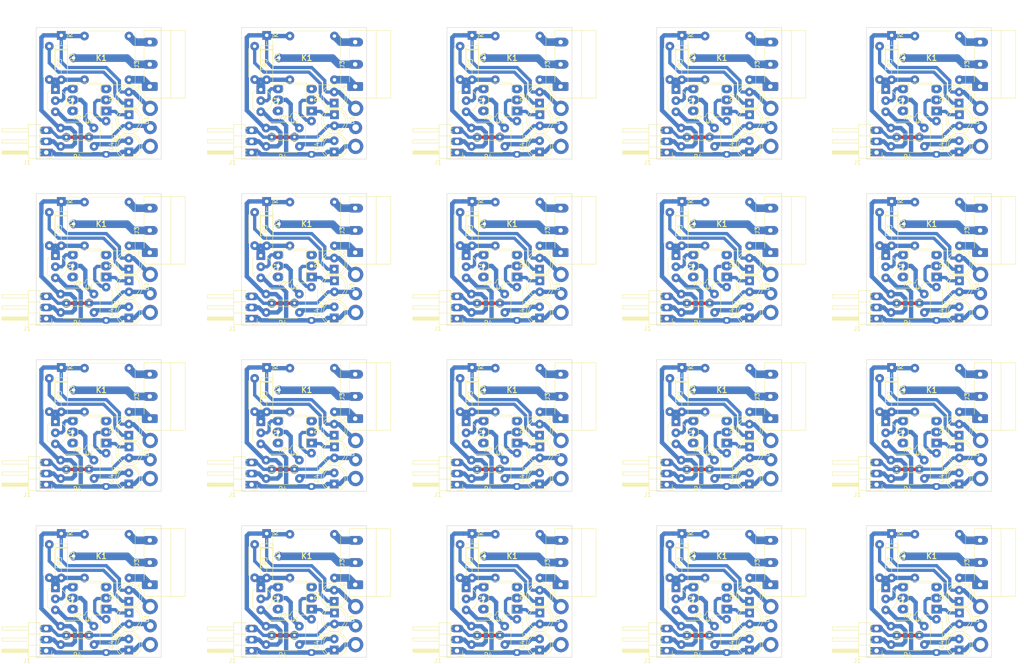
<source format=kicad_pcb>
(kicad_pcb (version 20171130) (host pcbnew 5.1.5+dfsg1-2build2)
  (title_block (title "Power switch relay commanded by logic signal") (date 2022-04-18) (rev 2) (comment 1 "Tec. Henrique Silva"))
  (layers (0 F.Cu signal) (31 B.Cu signal) (34 B.Paste user) (35 F.Paste user) (36 B.SilkS user) (37 F.SilkS user) (38 B.Mask user) (39 F.Mask user) (44 Edge.Cuts user))
  (net 0 "")
  (module Connector_Phoenix_MC_HighVoltage:PhoenixContact_MC_1,5_3-G-5.08_1x03_P5.08mm_Horizontal (layer F.Cu) (at 69.4 71.4 90)
    (fp_text reference J3 (at 5.08 -3 90) (layer F.SilkS))
    (fp_text value RELAY_TERMINAL)
    (pad 3 thru_hole oval (at 10.16 0 90) (size 2 3.6) (drill 1) (layers *.Cu *.Mask))
    (pad 2 thru_hole oval (at 5.08 0 90) (size 2 3.6) (drill 1) (layers *.Cu *.Mask))
    (pad 1 thru_hole roundrect (at 0 0 90) (size 2 3.6) (drill 1) (layers *.Cu *.Mask) (roundrect_rratio 0.139))
  )
  (module Diode_THT:D_DO-41_SOD81_P10.16mm_Horizontal (layer F.Cu) (at 49.15 59.69 270)
    (fp_text reference D3 (at 5.08 -2.47 90) (layer F.SilkS))
    (fp_text value 1N47xxA)
    (fp_text user K (at 0 -2.1 90) (layer F.SilkS))
    (pad 1 thru_hole rect (at 0 0 270) (size 2 2) (drill 0.8) (layers *.Cu *.Mask))
    (pad 2 thru_hole circle (at 10.16 0 270) (size 2 2) (drill 0.8) (layers *.Cu *.Mask))
  )
  (module LED_THT:LED_D5.0mm_IRGrey (layer F.Cu) (at 64.6 75.2 90)
    (fp_text reference D2 (at 1.27 -3.96 90) (layer F.SilkS))
    (fp_text value LED)
    (pad 1 thru_hole rect (at 0 0 90) (size 2 2) (drill 0.8) (layers *.Cu *.Mask))
    (pad 2 thru_hole circle (at 2.54 0 90) (size 2 2) (drill 0.8) (layers *.Cu *.Mask))
  )
  (module Resistor_THT:R_Axial_DIN0207_L6.3mm_D2.5mm_P7.62mm_Horizontal (layer F.Cu) (at 59.4 41.3 270)
    (fp_text reference R1 (at 3.81 -2.37 90) (layer F.SilkS))
    (fp_text value 330R)
    (pad 2 thru_hole oval (at 7.62 0 270) (size 1.5 2) (drill 0.8) (layers *.Cu *.Mask))
    (pad 1 thru_hole circle (at 0 0 270) (size 2 2) (drill 0.8) (layers *.Cu *.Mask))
  )
  (module LED_THT:LED_D5.0mm_IRGrey (layer F.Cu) (at 64.6 113.2 90)
    (fp_text reference D2 (at 1.27 -3.96 90) (layer F.SilkS))
    (fp_text value LED)
    (pad 1 thru_hole rect (at 0 0 90) (size 2 2) (drill 0.8) (layers *.Cu *.Mask))
    (pad 2 thru_hole circle (at 2.54 0 90) (size 2 2) (drill 0.8) (layers *.Cu *.Mask))
  )
  (module Resistor_THT:R_Axial_DIN0207_L6.3mm_D2.5mm_P7.62mm_Horizontal (layer F.Cu) (at 56.65 123.1 180)
    (fp_text reference R4 (at 3.81 -2.37) (layer F.SilkS))
    (fp_text value 330R)
    (pad 2 thru_hole oval (at 7.62 0 180) (size 2 2) (drill 0.8) (layers *.Cu *.Mask))
    (pad 1 thru_hole circle (at 0 0 180) (size 2 2) (drill 0.8) (layers *.Cu *.Mask))
  )
  (module Diode_THT:D_DO-41_SOD81_P10.16mm_Horizontal (layer F.Cu) (at 49.15 135.69 270)
    (fp_text reference D3 (at 5.08 -2.47 90) (layer F.SilkS))
    (fp_text value 1N47xxA)
    (fp_text user K (at 0 -2.1 90) (layer F.SilkS))
    (pad 1 thru_hole rect (at 0 0 270) (size 2 2) (drill 0.8) (layers *.Cu *.Mask))
    (pad 2 thru_hole circle (at 10.16 0 270) (size 2 2) (drill 0.8) (layers *.Cu *.Mask))
  )
  (module LED_THT:LED_D5.0mm_FlatTop (layer F.Cu) (at 64.65 153.85 270)
    (fp_text reference D1 (at 1.27 -4.01 90) (layer F.SilkS))
    (fp_text value LED)
    (pad 2 thru_hole circle (at 2.54 0 270) (size 2 2) (drill 0.8) (layers *.Cu *.Mask))
    (pad 1 thru_hole rect (at 0 0 270) (size 2 2) (drill 0.9) (layers *.Cu *.Mask))
  )
  (module SRA-12VDC-CL:SRA12VDCCL (layer F.Cu) (at 58.3 26.85)
    (fp_text reference K1 (at 0 0) (layer F.SilkS) (effects (font (size 1.27 1.27) (thickness 0.254))))
    (fp_text value SRA-12VDC-CL-REMIX hide)
    (pad 5 thru_hole circle (at -3.85 5) (size 2 2) (drill 0.8) (layers *.Cu *.Mask))
    (pad 4 thru_hole circle (at 6.35 5) (size 2 2) (drill 0.8) (layers *.Cu *.Mask))
    (pad 3 thru_hole circle (at 6.35 -5) (size 2 2) (drill 0.8) (layers *.Cu *.Mask))
    (pad 2 thru_hole circle (at -3.85 -5) (size 2 2) (drill 0.8) (layers *.Cu *.Mask))
    (pad 1 thru_hole circle (at -6.35 0) (size 2 2) (drill 0.8) (layers *.Cu *.Mask))
  )
  (module Resistor_THT:R_Axial_DIN0207_L6.3mm_D2.5mm_P7.62mm_Horizontal (layer F.Cu) (at 56.65 47.1 180)
    (fp_text reference R4 (at 3.81 -2.37) (layer F.SilkS))
    (fp_text value 330R)
    (pad 2 thru_hole oval (at 7.62 0 180) (size 2 2) (drill 0.8) (layers *.Cu *.Mask))
    (pad 1 thru_hole circle (at 0 0 180) (size 2 2) (drill 0.8) (layers *.Cu *.Mask))
  )
  (module Resistor_THT:R_Axial_DIN0207_L6.3mm_D2.5mm_P7.62mm_Horizontal (layer F.Cu) (at 49 42.9)
    (fp_text reference R2 (at 3.81 -2.37) (layer F.SilkS))
    (fp_text value 12K)
    (pad 1 thru_hole circle (at 0 0) (size 2 2) (drill 0.8) (layers *.Cu *.Mask))
    (pad 2 thru_hole oval (at 7.62 0) (size 2 2) (drill 0.8) (layers *.Cu *.Mask))
  )
  (module Package_TO_SOT_THT:TO-92_Inline_Wide (layer F.Cu) (at 47.8 34.1 270)
    (fp_text reference Q1 (at 2.54 -3.56 90) (layer F.SilkS))
    (fp_text value BC549)
    (pad 2 thru_hole circle (at 2.54 0) (size 2 2) (drill 0.8) (layers *.Cu *.Mask))
    (pad 3 thru_hole circle (at 5.08 0) (size 2 2) (drill 0.8) (layers *.Cu *.Mask))
    (pad 1 thru_hole rect (at 0 0) (size 2 2) (drill 0.8) (layers *.Cu *.Mask))
  )
  (module Package_DIP:DIP-6_W7.62mm (layer F.Cu) (at 59.4 115 180)
    (fp_text reference U1 (at 3.81 -2.33) (layer F.SilkS))
    (fp_text value 4N35)
    (pad 6 thru_hole oval (at 7.62 0 180) (size 2.5 2) (drill 0.8) (layers *.Cu *.Mask))
    (pad 3 thru_hole oval (at 0 5.08 180) (size 2.5 2) (drill 0.8) (layers *.Cu *.Mask))
    (pad 5 thru_hole oval (at 7.62 2.54 180) (size 2.5 2) (drill 0.8) (layers *.Cu *.Mask))
    (pad 2 thru_hole oval (at 0 2.54 180) (size 2.5 2) (drill 0.8) (layers *.Cu *.Mask))
    (pad 4 thru_hole oval (at 7.62 5.08 180) (size 2.5 2) (drill 0.8) (layers *.Cu *.Mask))
    (pad 1 thru_hole rect (at 0 0 180) (size 2.5 2) (drill 0.8) (layers *.Cu *.Mask))
  )
  (module Package_TO_SOT_THT:TO-92_Inline_Wide (layer F.Cu) (at 47.8 72.1 270)
    (fp_text reference Q1 (at 2.54 -3.56 90) (layer F.SilkS))
    (fp_text value BC549)
    (pad 2 thru_hole circle (at 2.54 0) (size 2 2) (drill 0.8) (layers *.Cu *.Mask))
    (pad 3 thru_hole circle (at 5.08 0) (size 2 2) (drill 0.8) (layers *.Cu *.Mask))
    (pad 1 thru_hole rect (at 0 0) (size 2 2) (drill 0.8) (layers *.Cu *.Mask))
  )
  (module Package_DIP:DIP-6_W7.62mm (layer F.Cu) (at 59.4 77 180)
    (fp_text reference U1 (at 3.81 -2.33) (layer F.SilkS))
    (fp_text value 4N35)
    (pad 6 thru_hole oval (at 7.62 0 180) (size 2.5 2) (drill 0.8) (layers *.Cu *.Mask))
    (pad 3 thru_hole oval (at 0 5.08 180) (size 2.5 2) (drill 0.8) (layers *.Cu *.Mask))
    (pad 5 thru_hole oval (at 7.62 2.54 180) (size 2.5 2) (drill 0.8) (layers *.Cu *.Mask))
    (pad 2 thru_hole oval (at 0 2.54 180) (size 2.5 2) (drill 0.8) (layers *.Cu *.Mask))
    (pad 4 thru_hole oval (at 7.62 5.08 180) (size 2.5 2) (drill 0.8) (layers *.Cu *.Mask))
    (pad 1 thru_hole rect (at 0 0 180) (size 2.5 2) (drill 0.8) (layers *.Cu *.Mask))
  )
  (module Resistor_THT:R_Axial_DIN0207_L6.3mm_D2.5mm_P7.62mm_Horizontal (layer F.Cu) (at 46.4 62.18 270)
    (fp_text reference R3 (at 3.81 -2.37 90) (layer F.SilkS))
    (fp_text value 330R)
    (pad 2 thru_hole circle (at 7.62 0 270) (size 2 2) (drill 0.8) (layers *.Cu *.Mask))
    (pad 1 thru_hole circle (at 0 0 270) (size 2 2) (drill 0.8) (layers *.Cu *.Mask))
  )
  (module Resistor_THT:R_Axial_DIN0207_L6.3mm_D2.5mm_P7.62mm_Horizontal (layer F.Cu) (at 46.4 24.18 270)
    (fp_text reference R3 (at 3.81 -2.37 90) (layer F.SilkS))
    (fp_text value 330R)
    (pad 2 thru_hole circle (at 7.62 0 270) (size 2 2) (drill 0.8) (layers *.Cu *.Mask))
    (pad 1 thru_hole circle (at 0 0 270) (size 2 2) (drill 0.8) (layers *.Cu *.Mask))
  )
  (module Resistor_THT:R_Axial_DIN0207_L6.3mm_D2.5mm_P7.62mm_Horizontal (layer F.Cu) (at 49 156.9)
    (fp_text reference R2 (at 3.81 -2.37) (layer F.SilkS))
    (fp_text value 12K)
    (pad 1 thru_hole circle (at 0 0) (size 2 2) (drill 0.8) (layers *.Cu *.Mask))
    (pad 2 thru_hole oval (at 7.62 0) (size 2 2) (drill 0.8) (layers *.Cu *.Mask))
  )
  (module Diode_THT:D_DO-41_SOD81_P10.16mm_Horizontal (layer F.Cu) (at 49.15 97.69 270)
    (fp_text reference D3 (at 5.08 -2.47 90) (layer F.SilkS))
    (fp_text value 1N47xxA)
    (fp_text user K (at 0 -2.1 90) (layer F.SilkS))
    (pad 1 thru_hole rect (at 0 0 270) (size 2 2) (drill 0.8) (layers *.Cu *.Mask))
    (pad 2 thru_hole circle (at 10.16 0 270) (size 2 2) (drill 0.8) (layers *.Cu *.Mask))
  )
  (module Connector_PinHeader_2.54mm:PinHeader_1x03_P2.54mm_Horizontal (layer F.Cu) (at 45.7 86.5 180)
    (fp_text reference J1 (at 4.385 -2.27) (layer F.SilkS))
    (fp_text value CONN)
    (pad 1 thru_hole rect (at 0 0 180) (size 3 1.7) (drill 1) (layers *.Cu *.Mask))
    (pad 2 thru_hole oval (at 0 2.54 180) (size 3 1.7) (drill 1) (layers *.Cu *.Mask))
    (pad 3 thru_hole oval (at 0 5.08 180) (size 3 1.7) (drill 1) (layers *.Cu *.Mask))
  )
  (module LED_THT:LED_D5.0mm_FlatTop (layer F.Cu) (at 64.65 77.85 270)
    (fp_text reference D1 (at 1.27 -4.01 90) (layer F.SilkS))
    (fp_text value LED)
    (pad 2 thru_hole circle (at 2.54 0 270) (size 2 2) (drill 0.8) (layers *.Cu *.Mask))
    (pad 1 thru_hole rect (at 0 0 270) (size 2 2) (drill 0.9) (layers *.Cu *.Mask))
  )
  (module Resistor_THT:R_Axial_DIN0207_L6.3mm_D2.5mm_P7.62mm_Horizontal (layer F.Cu) (at 46.4 138.18 270)
    (fp_text reference R3 (at 3.81 -2.37 90) (layer F.SilkS))
    (fp_text value 330R)
    (pad 2 thru_hole circle (at 7.62 0 270) (size 2 2) (drill 0.8) (layers *.Cu *.Mask))
    (pad 1 thru_hole circle (at 0 0 270) (size 2 2) (drill 0.8) (layers *.Cu *.Mask))
  )
  (module SRA-12VDC-CL:SRA12VDCCL (layer F.Cu) (at 58.3 64.85)
    (fp_text reference K1 (at 0 0) (layer F.SilkS) (effects (font (size 1.27 1.27) (thickness 0.254))))
    (fp_text value SRA-12VDC-CL-REMIX hide)
    (pad 5 thru_hole circle (at -3.85 5) (size 2 2) (drill 0.8) (layers *.Cu *.Mask))
    (pad 4 thru_hole circle (at 6.35 5) (size 2 2) (drill 0.8) (layers *.Cu *.Mask))
    (pad 3 thru_hole circle (at 6.35 -5) (size 2 2) (drill 0.8) (layers *.Cu *.Mask))
    (pad 2 thru_hole circle (at -3.85 -5) (size 2 2) (drill 0.8) (layers *.Cu *.Mask))
    (pad 1 thru_hole circle (at -6.35 0) (size 2 2) (drill 0.8) (layers *.Cu *.Mask))
  )
  (module Resistor_THT:R_Axial_DIN0207_L6.3mm_D2.5mm_P7.62mm_Horizontal (layer F.Cu) (at 56.65 85.1 180)
    (fp_text reference R4 (at 3.81 -2.37) (layer F.SilkS))
    (fp_text value 330R)
    (pad 2 thru_hole oval (at 7.62 0 180) (size 2 2) (drill 0.8) (layers *.Cu *.Mask))
    (pad 1 thru_hole circle (at 0 0 180) (size 2 2) (drill 0.8) (layers *.Cu *.Mask))
  )
  (module Resistor_THT:R_Axial_DIN0207_L6.3mm_D2.5mm_P7.62mm_Horizontal (layer F.Cu) (at 49 80.9)
    (fp_text reference R2 (at 3.81 -2.37) (layer F.SilkS))
    (fp_text value 12K)
    (pad 1 thru_hole circle (at 0 0) (size 2 2) (drill 0.8) (layers *.Cu *.Mask))
    (pad 2 thru_hole oval (at 7.62 0) (size 2 2) (drill 0.8) (layers *.Cu *.Mask))
  )
  (module Resistor_THT:R_Axial_DIN0207_L6.3mm_D2.5mm_P7.62mm_Horizontal (layer F.Cu) (at 46.4 100.18 270)
    (fp_text reference R3 (at 3.81 -2.37 90) (layer F.SilkS))
    (fp_text value 330R)
    (pad 2 thru_hole circle (at 7.62 0 270) (size 2 2) (drill 0.8) (layers *.Cu *.Mask))
    (pad 1 thru_hole circle (at 0 0 270) (size 2 2) (drill 0.8) (layers *.Cu *.Mask))
  )
  (module LED_THT:LED_D5.0mm_Clear (layer F.Cu) (at 64.6 48.35 90)
    (fp_text reference D4 (at 1.27 -3.96 90) (layer F.SilkS))
    (fp_text value LED)
    (pad 1 thru_hole rect (at 0 0 90) (size 2 2) (drill 0.8) (layers *.Cu *.Mask))
    (pad 2 thru_hole circle (at 2.54 0 90) (size 2 2) (drill 0.8) (layers *.Cu *.Mask))
  )
  (module LED_THT:LED_D5.0mm_FlatTop (layer F.Cu) (at 64.65 39.85 270)
    (fp_text reference D1 (at 1.27 -4.01 90) (layer F.SilkS))
    (fp_text value LED)
    (pad 2 thru_hole circle (at 2.54 0 270) (size 2 2) (drill 0.8) (layers *.Cu *.Mask))
    (pad 1 thru_hole rect (at 0 0 270) (size 2 2) (drill 0.9) (layers *.Cu *.Mask))
  )
  (module LED_THT:LED_D5.0mm_IRGrey (layer F.Cu) (at 64.6 37.2 90)
    (fp_text reference D2 (at 1.27 -3.96 90) (layer F.SilkS))
    (fp_text value LED)
    (pad 1 thru_hole rect (at 0 0 90) (size 2 2) (drill 0.8) (layers *.Cu *.Mask))
    (pad 2 thru_hole circle (at 2.54 0 90) (size 2 2) (drill 0.8) (layers *.Cu *.Mask))
  )
  (module Connector_Phoenix_MC_HighVoltage:PhoenixContact_MC_1,5_3-G-5.08_1x03_P5.08mm_Horizontal (layer F.Cu) (at 69.4 147.4 90)
    (fp_text reference J3 (at 5.08 -3 90) (layer F.SilkS))
    (fp_text value RELAY_TERMINAL)
    (pad 3 thru_hole oval (at 10.16 0 90) (size 2 3.6) (drill 1) (layers *.Cu *.Mask))
    (pad 2 thru_hole oval (at 5.08 0 90) (size 2 3.6) (drill 1) (layers *.Cu *.Mask))
    (pad 1 thru_hole roundrect (at 0 0 90) (size 2 3.6) (drill 1) (layers *.Cu *.Mask) (roundrect_rratio 0.139))
  )
  (module Connector_PinHeader_2.54mm:PinHeader_1x03_P2.54mm_Horizontal (layer F.Cu) (at 45.7 162.5 180)
    (fp_text reference J1 (at 4.385 -2.27) (layer F.SilkS))
    (fp_text value CONN)
    (pad 1 thru_hole rect (at 0 0 180) (size 3 1.7) (drill 1) (layers *.Cu *.Mask))
    (pad 2 thru_hole oval (at 0 2.54 180) (size 3 1.7) (drill 1) (layers *.Cu *.Mask))
    (pad 3 thru_hole oval (at 0 5.08 180) (size 3 1.7) (drill 1) (layers *.Cu *.Mask))
  )
  (module Resistor_THT:R_Axial_DIN0207_L6.3mm_D2.5mm_P7.62mm_Horizontal (layer F.Cu) (at 59.4 117.3 270)
    (fp_text reference R1 (at 3.81 -2.37 90) (layer F.SilkS))
    (fp_text value 330R)
    (pad 2 thru_hole oval (at 7.62 0 270) (size 1.5 2) (drill 0.8) (layers *.Cu *.Mask))
    (pad 1 thru_hole circle (at 0 0 270) (size 2 2) (drill 0.8) (layers *.Cu *.Mask))
  )
  (module Package_DIP:DIP-6_W7.62mm (layer F.Cu) (at 59.4 153 180)
    (fp_text reference U1 (at 3.81 -2.33) (layer F.SilkS))
    (fp_text value 4N35)
    (pad 6 thru_hole oval (at 7.62 0 180) (size 2.5 2) (drill 0.8) (layers *.Cu *.Mask))
    (pad 3 thru_hole oval (at 0 5.08 180) (size 2.5 2) (drill 0.8) (layers *.Cu *.Mask))
    (pad 5 thru_hole oval (at 7.62 2.54 180) (size 2.5 2) (drill 0.8) (layers *.Cu *.Mask))
    (pad 2 thru_hole oval (at 0 2.54 180) (size 2.5 2) (drill 0.8) (layers *.Cu *.Mask))
    (pad 4 thru_hole oval (at 7.62 5.08 180) (size 2.5 2) (drill 0.8) (layers *.Cu *.Mask))
    (pad 1 thru_hole rect (at 0 0 180) (size 2.5 2) (drill 0.8) (layers *.Cu *.Mask))
  )
  (module Resistor_THT:R_Axial_DIN0207_L6.3mm_D2.5mm_P7.62mm_Horizontal (layer F.Cu) (at 49 118.9)
    (fp_text reference R2 (at 3.81 -2.37) (layer F.SilkS))
    (fp_text value 12K)
    (pad 1 thru_hole circle (at 0 0) (size 2 2) (drill 0.8) (layers *.Cu *.Mask))
    (pad 2 thru_hole oval (at 7.62 0) (size 2 2) (drill 0.8) (layers *.Cu *.Mask))
  )
  (module LED_THT:LED_D5.0mm_IRGrey (layer F.Cu) (at 64.6 151.2 90)
    (fp_text reference D2 (at 1.27 -3.96 90) (layer F.SilkS))
    (fp_text value LED)
    (pad 1 thru_hole rect (at 0 0 90) (size 2 2) (drill 0.8) (layers *.Cu *.Mask))
    (pad 2 thru_hole circle (at 2.54 0 90) (size 2 2) (drill 0.8) (layers *.Cu *.Mask))
  )
  (module Package_TO_SOT_THT:TO-92_Inline_Wide (layer F.Cu) (at 47.8 110.1 270)
    (fp_text reference Q1 (at 2.54 -3.56 90) (layer F.SilkS))
    (fp_text value BC549)
    (pad 2 thru_hole circle (at 2.54 0) (size 2 2) (drill 0.8) (layers *.Cu *.Mask))
    (pad 3 thru_hole circle (at 5.08 0) (size 2 2) (drill 0.8) (layers *.Cu *.Mask))
    (pad 1 thru_hole rect (at 0 0) (size 2 2) (drill 0.8) (layers *.Cu *.Mask))
  )
  (module Resistor_THT:R_Axial_DIN0207_L6.3mm_D2.5mm_P7.62mm_Horizontal (layer F.Cu) (at 59.4 79.3 270)
    (fp_text reference R1 (at 3.81 -2.37 90) (layer F.SilkS))
    (fp_text value 330R)
    (pad 2 thru_hole oval (at 7.62 0 270) (size 1.5 2) (drill 0.8) (layers *.Cu *.Mask))
    (pad 1 thru_hole circle (at 0 0 270) (size 2 2) (drill 0.8) (layers *.Cu *.Mask))
  )
  (module Package_DIP:DIP-6_W7.62mm (layer F.Cu) (at 59.4 39 180)
    (fp_text reference U1 (at 3.81 -2.33) (layer F.SilkS))
    (fp_text value 4N35)
    (pad 6 thru_hole oval (at 7.62 0 180) (size 2.5 2) (drill 0.8) (layers *.Cu *.Mask))
    (pad 3 thru_hole oval (at 0 5.08 180) (size 2.5 2) (drill 0.8) (layers *.Cu *.Mask))
    (pad 5 thru_hole oval (at 7.62 2.54 180) (size 2.5 2) (drill 0.8) (layers *.Cu *.Mask))
    (pad 2 thru_hole oval (at 0 2.54 180) (size 2.5 2) (drill 0.8) (layers *.Cu *.Mask))
    (pad 4 thru_hole oval (at 7.62 5.08 180) (size 2.5 2) (drill 0.8) (layers *.Cu *.Mask))
    (pad 1 thru_hole rect (at 0 0 180) (size 2.5 2) (drill 0.8) (layers *.Cu *.Mask))
  )
  (module LED_THT:LED_D5.0mm_Clear (layer F.Cu) (at 64.6 162.35 90)
    (fp_text reference D4 (at 1.27 -3.96 90) (layer F.SilkS))
    (fp_text value LED)
    (pad 1 thru_hole rect (at 0 0 90) (size 2 2) (drill 0.8) (layers *.Cu *.Mask))
    (pad 2 thru_hole circle (at 2.54 0 90) (size 2 2) (drill 0.8) (layers *.Cu *.Mask))
  )
  (module Connector_PinHeader_2.54mm:PinHeader_1x03_P2.54mm_Horizontal (layer F.Cu) (at 45.7 124.5 180)
    (fp_text reference J1 (at 4.385 -2.27) (layer F.SilkS))
    (fp_text value CONN)
    (pad 1 thru_hole rect (at 0 0 180) (size 3 1.7) (drill 1) (layers *.Cu *.Mask))
    (pad 2 thru_hole oval (at 0 2.54 180) (size 3 1.7) (drill 1) (layers *.Cu *.Mask))
    (pad 3 thru_hole oval (at 0 5.08 180) (size 3 1.7) (drill 1) (layers *.Cu *.Mask))
  )
  (module LED_THT:LED_D5.0mm_Clear (layer F.Cu) (at 64.6 86.35 90)
    (fp_text reference D4 (at 1.27 -3.96 90) (layer F.SilkS))
    (fp_text value LED)
    (pad 1 thru_hole rect (at 0 0 90) (size 2 2) (drill 0.8) (layers *.Cu *.Mask))
    (pad 2 thru_hole circle (at 2.54 0 90) (size 2 2) (drill 0.8) (layers *.Cu *.Mask))
  )
  (module Connector_PinHeader_2.54mm:PinHeader_1x03_P2.54mm_Horizontal (layer F.Cu) (at 45.7 48.5 180)
    (fp_text reference J1 (at 4.385 -2.27) (layer F.SilkS))
    (fp_text value CONN)
    (pad 1 thru_hole rect (at 0 0 180) (size 3 1.7) (drill 1) (layers *.Cu *.Mask))
    (pad 2 thru_hole oval (at 0 2.54 180) (size 3 1.7) (drill 1) (layers *.Cu *.Mask))
    (pad 3 thru_hole oval (at 0 5.08 180) (size 3 1.7) (drill 1) (layers *.Cu *.Mask))
  )
  (module Package_TO_SOT_THT:TO-92_Inline_Wide (layer F.Cu) (at 47.8 148.1 270)
    (fp_text reference Q1 (at 2.54 -3.56 90) (layer F.SilkS))
    (fp_text value BC549)
    (pad 2 thru_hole circle (at 2.54 0) (size 2 2) (drill 0.8) (layers *.Cu *.Mask))
    (pad 3 thru_hole circle (at 5.08 0) (size 2 2) (drill 0.8) (layers *.Cu *.Mask))
    (pad 1 thru_hole rect (at 0 0) (size 2 2) (drill 0.8) (layers *.Cu *.Mask))
  )
  (module SRA-12VDC-CL:SRA12VDCCL (layer F.Cu) (at 58.3 102.85)
    (fp_text reference K1 (at 0 0) (layer F.SilkS) (effects (font (size 1.27 1.27) (thickness 0.254))))
    (fp_text value SRA-12VDC-CL-REMIX hide)
    (pad 5 thru_hole circle (at -3.85 5) (size 2 2) (drill 0.8) (layers *.Cu *.Mask))
    (pad 4 thru_hole circle (at 6.35 5) (size 2 2) (drill 0.8) (layers *.Cu *.Mask))
    (pad 3 thru_hole circle (at 6.35 -5) (size 2 2) (drill 0.8) (layers *.Cu *.Mask))
    (pad 2 thru_hole circle (at -3.85 -5) (size 2 2) (drill 0.8) (layers *.Cu *.Mask))
    (pad 1 thru_hole circle (at -6.35 0) (size 2 2) (drill 0.8) (layers *.Cu *.Mask))
  )
  (module Resistor_THT:R_Axial_DIN0207_L6.3mm_D2.5mm_P7.62mm_Horizontal (layer F.Cu) (at 56.65 161.1 180)
    (fp_text reference R4 (at 3.81 -2.37) (layer F.SilkS))
    (fp_text value 330R)
    (pad 2 thru_hole oval (at 7.62 0 180) (size 2 2) (drill 0.8) (layers *.Cu *.Mask))
    (pad 1 thru_hole circle (at 0 0 180) (size 2 2) (drill 0.8) (layers *.Cu *.Mask))
  )
  (module LED_THT:LED_D5.0mm_FlatTop (layer F.Cu) (at 64.65 115.85 270)
    (fp_text reference D1 (at 1.27 -4.01 90) (layer F.SilkS))
    (fp_text value LED)
    (pad 2 thru_hole circle (at 2.54 0 270) (size 2 2) (drill 0.8) (layers *.Cu *.Mask))
    (pad 1 thru_hole rect (at 0 0 270) (size 2 2) (drill 0.9) (layers *.Cu *.Mask))
  )
  (module LED_THT:LED_D5.0mm_Clear (layer F.Cu) (at 64.6 124.35 90)
    (fp_text reference D4 (at 1.27 -3.96 90) (layer F.SilkS))
    (fp_text value LED)
    (pad 1 thru_hole rect (at 0 0 90) (size 2 2) (drill 0.8) (layers *.Cu *.Mask))
    (pad 2 thru_hole circle (at 2.54 0 90) (size 2 2) (drill 0.8) (layers *.Cu *.Mask))
  )
  (module Connector_Phoenix_MC_HighVoltage:PhoenixContact_MC_1,5_3-G-5.08_1x03_P5.08mm_Horizontal (layer F.Cu) (at 69.4 109.4 90)
    (fp_text reference J3 (at 5.08 -3 90) (layer F.SilkS))
    (fp_text value RELAY_TERMINAL)
    (pad 3 thru_hole oval (at 10.16 0 90) (size 2 3.6) (drill 1) (layers *.Cu *.Mask))
    (pad 2 thru_hole oval (at 5.08 0 90) (size 2 3.6) (drill 1) (layers *.Cu *.Mask))
    (pad 1 thru_hole roundrect (at 0 0 90) (size 2 3.6) (drill 1) (layers *.Cu *.Mask) (roundrect_rratio 0.139))
  )
  (module Resistor_THT:R_Axial_DIN0207_L6.3mm_D2.5mm_P7.62mm_Horizontal (layer F.Cu) (at 59.4 155.3 270)
    (fp_text reference R1 (at 3.81 -2.37 90) (layer F.SilkS))
    (fp_text value 330R)
    (pad 2 thru_hole oval (at 7.62 0 270) (size 1.5 2) (drill 0.8) (layers *.Cu *.Mask))
    (pad 1 thru_hole circle (at 0 0 270) (size 2 2) (drill 0.8) (layers *.Cu *.Mask))
  )
  (module Diode_THT:D_DO-41_SOD81_P10.16mm_Horizontal (layer F.Cu) (at 49.15 21.69 270)
    (fp_text reference D3 (at 5.08 -2.47 90) (layer F.SilkS))
    (fp_text value 1N47xxA)
    (fp_text user K (at 0 -2.1 90) (layer F.SilkS))
    (pad 1 thru_hole rect (at 0 0 270) (size 2 2) (drill 0.8) (layers *.Cu *.Mask))
    (pad 2 thru_hole circle (at 10.16 0 270) (size 2 2) (drill 0.8) (layers *.Cu *.Mask))
  )
  (module Connector_Phoenix_MC_HighVoltage:PhoenixContact_MC_1,5_3-G-5.08_1x03_P5.08mm_Horizontal (layer F.Cu) (at 69.4 33.4 90)
    (fp_text reference J3 (at 5.08 -3 90) (layer F.SilkS))
    (fp_text value RELAY_TERMINAL)
    (pad 3 thru_hole oval (at 10.16 0 90) (size 2 3.6) (drill 1) (layers *.Cu *.Mask))
    (pad 2 thru_hole oval (at 5.08 0 90) (size 2 3.6) (drill 1) (layers *.Cu *.Mask))
    (pad 1 thru_hole roundrect (at 0 0 90) (size 2 3.6) (drill 1) (layers *.Cu *.Mask) (roundrect_rratio 0.139))
  )
  (module SRA-12VDC-CL:SRA12VDCCL (layer F.Cu) (at 58.3 140.85)
    (fp_text reference K1 (at 0 0) (layer F.SilkS) (effects (font (size 1.27 1.27) (thickness 0.254))))
    (fp_text value SRA-12VDC-CL-REMIX hide)
    (pad 5 thru_hole circle (at -3.85 5) (size 2 2) (drill 0.8) (layers *.Cu *.Mask))
    (pad 4 thru_hole circle (at 6.35 5) (size 2 2) (drill 0.8) (layers *.Cu *.Mask))
    (pad 3 thru_hole circle (at 6.35 -5) (size 2 2) (drill 0.8) (layers *.Cu *.Mask))
    (pad 2 thru_hole circle (at -3.85 -5) (size 2 2) (drill 0.8) (layers *.Cu *.Mask))
    (pad 1 thru_hole circle (at -6.35 0) (size 2 2) (drill 0.8) (layers *.Cu *.Mask))
  )
  (module Connector_Phoenix_MC_HighVoltage:PhoenixContact_MC_1,5_3-G-5.08_1x03_P5.08mm_Horizontal (layer F.Cu) (at 116.4 71.4 90)
    (fp_text reference J3 (at 5.08 -3 90) (layer F.SilkS))
    (fp_text value RELAY_TERMINAL)
    (pad 3 thru_hole oval (at 10.16 0 90) (size 2 3.6) (drill 1) (layers *.Cu *.Mask))
    (pad 2 thru_hole oval (at 5.08 0 90) (size 2 3.6) (drill 1) (layers *.Cu *.Mask))
    (pad 1 thru_hole roundrect (at 0 0 90) (size 2 3.6) (drill 1) (layers *.Cu *.Mask) (roundrect_rratio 0.139))
  )
  (module Diode_THT:D_DO-41_SOD81_P10.16mm_Horizontal (layer F.Cu) (at 96.15 59.69 270)
    (fp_text reference D3 (at 5.08 -2.47 90) (layer F.SilkS))
    (fp_text value 1N47xxA)
    (fp_text user K (at 0 -2.1 90) (layer F.SilkS))
    (pad 1 thru_hole rect (at 0 0 270) (size 2 2) (drill 0.8) (layers *.Cu *.Mask))
    (pad 2 thru_hole circle (at 10.16 0 270) (size 2 2) (drill 0.8) (layers *.Cu *.Mask))
  )
  (module LED_THT:LED_D5.0mm_IRGrey (layer F.Cu) (at 111.6 75.2 90)
    (fp_text reference D2 (at 1.27 -3.96 90) (layer F.SilkS))
    (fp_text value LED)
    (pad 1 thru_hole rect (at 0 0 90) (size 2 2) (drill 0.8) (layers *.Cu *.Mask))
    (pad 2 thru_hole circle (at 2.54 0 90) (size 2 2) (drill 0.8) (layers *.Cu *.Mask))
  )
  (module Resistor_THT:R_Axial_DIN0207_L6.3mm_D2.5mm_P7.62mm_Horizontal (layer F.Cu) (at 106.4 41.3 270)
    (fp_text reference R1 (at 3.81 -2.37 90) (layer F.SilkS))
    (fp_text value 330R)
    (pad 2 thru_hole oval (at 7.62 0 270) (size 1.5 2) (drill 0.8) (layers *.Cu *.Mask))
    (pad 1 thru_hole circle (at 0 0 270) (size 2 2) (drill 0.8) (layers *.Cu *.Mask))
  )
  (module LED_THT:LED_D5.0mm_IRGrey (layer F.Cu) (at 111.6 113.2 90)
    (fp_text reference D2 (at 1.27 -3.96 90) (layer F.SilkS))
    (fp_text value LED)
    (pad 1 thru_hole rect (at 0 0 90) (size 2 2) (drill 0.8) (layers *.Cu *.Mask))
    (pad 2 thru_hole circle (at 2.54 0 90) (size 2 2) (drill 0.8) (layers *.Cu *.Mask))
  )
  (module Resistor_THT:R_Axial_DIN0207_L6.3mm_D2.5mm_P7.62mm_Horizontal (layer F.Cu) (at 103.65 123.1 180)
    (fp_text reference R4 (at 3.81 -2.37) (layer F.SilkS))
    (fp_text value 330R)
    (pad 2 thru_hole oval (at 7.62 0 180) (size 2 2) (drill 0.8) (layers *.Cu *.Mask))
    (pad 1 thru_hole circle (at 0 0 180) (size 2 2) (drill 0.8) (layers *.Cu *.Mask))
  )
  (module Diode_THT:D_DO-41_SOD81_P10.16mm_Horizontal (layer F.Cu) (at 96.15 135.69 270)
    (fp_text reference D3 (at 5.08 -2.47 90) (layer F.SilkS))
    (fp_text value 1N47xxA)
    (fp_text user K (at 0 -2.1 90) (layer F.SilkS))
    (pad 1 thru_hole rect (at 0 0 270) (size 2 2) (drill 0.8) (layers *.Cu *.Mask))
    (pad 2 thru_hole circle (at 10.16 0 270) (size 2 2) (drill 0.8) (layers *.Cu *.Mask))
  )
  (module LED_THT:LED_D5.0mm_FlatTop (layer F.Cu) (at 111.65 153.85 270)
    (fp_text reference D1 (at 1.27 -4.01 90) (layer F.SilkS))
    (fp_text value LED)
    (pad 2 thru_hole circle (at 2.54 0 270) (size 2 2) (drill 0.8) (layers *.Cu *.Mask))
    (pad 1 thru_hole rect (at 0 0 270) (size 2 2) (drill 0.9) (layers *.Cu *.Mask))
  )
  (module SRA-12VDC-CL:SRA12VDCCL (layer F.Cu) (at 105.3 26.85)
    (fp_text reference K1 (at 0 0) (layer F.SilkS) (effects (font (size 1.27 1.27) (thickness 0.254))))
    (fp_text value SRA-12VDC-CL-REMIX hide)
    (pad 5 thru_hole circle (at -3.85 5) (size 2 2) (drill 0.8) (layers *.Cu *.Mask))
    (pad 4 thru_hole circle (at 6.35 5) (size 2 2) (drill 0.8) (layers *.Cu *.Mask))
    (pad 3 thru_hole circle (at 6.35 -5) (size 2 2) (drill 0.8) (layers *.Cu *.Mask))
    (pad 2 thru_hole circle (at -3.85 -5) (size 2 2) (drill 0.8) (layers *.Cu *.Mask))
    (pad 1 thru_hole circle (at -6.35 0) (size 2 2) (drill 0.8) (layers *.Cu *.Mask))
  )
  (module Resistor_THT:R_Axial_DIN0207_L6.3mm_D2.5mm_P7.62mm_Horizontal (layer F.Cu) (at 103.65 47.1 180)
    (fp_text reference R4 (at 3.81 -2.37) (layer F.SilkS))
    (fp_text value 330R)
    (pad 2 thru_hole oval (at 7.62 0 180) (size 2 2) (drill 0.8) (layers *.Cu *.Mask))
    (pad 1 thru_hole circle (at 0 0 180) (size 2 2) (drill 0.8) (layers *.Cu *.Mask))
  )
  (module Resistor_THT:R_Axial_DIN0207_L6.3mm_D2.5mm_P7.62mm_Horizontal (layer F.Cu) (at 96 42.9)
    (fp_text reference R2 (at 3.81 -2.37) (layer F.SilkS))
    (fp_text value 12K)
    (pad 1 thru_hole circle (at 0 0) (size 2 2) (drill 0.8) (layers *.Cu *.Mask))
    (pad 2 thru_hole oval (at 7.62 0) (size 2 2) (drill 0.8) (layers *.Cu *.Mask))
  )
  (module Package_TO_SOT_THT:TO-92_Inline_Wide (layer F.Cu) (at 94.8 34.1 270)
    (fp_text reference Q1 (at 2.54 -3.56 90) (layer F.SilkS))
    (fp_text value BC549)
    (pad 2 thru_hole circle (at 2.54 0) (size 2 2) (drill 0.8) (layers *.Cu *.Mask))
    (pad 3 thru_hole circle (at 5.08 0) (size 2 2) (drill 0.8) (layers *.Cu *.Mask))
    (pad 1 thru_hole rect (at 0 0) (size 2 2) (drill 0.8) (layers *.Cu *.Mask))
  )
  (module Package_DIP:DIP-6_W7.62mm (layer F.Cu) (at 106.4 115 180)
    (fp_text reference U1 (at 3.81 -2.33) (layer F.SilkS))
    (fp_text value 4N35)
    (pad 6 thru_hole oval (at 7.62 0 180) (size 2.5 2) (drill 0.8) (layers *.Cu *.Mask))
    (pad 3 thru_hole oval (at 0 5.08 180) (size 2.5 2) (drill 0.8) (layers *.Cu *.Mask))
    (pad 5 thru_hole oval (at 7.62 2.54 180) (size 2.5 2) (drill 0.8) (layers *.Cu *.Mask))
    (pad 2 thru_hole oval (at 0 2.54 180) (size 2.5 2) (drill 0.8) (layers *.Cu *.Mask))
    (pad 4 thru_hole oval (at 7.62 5.08 180) (size 2.5 2) (drill 0.8) (layers *.Cu *.Mask))
    (pad 1 thru_hole rect (at 0 0 180) (size 2.5 2) (drill 0.8) (layers *.Cu *.Mask))
  )
  (module Package_TO_SOT_THT:TO-92_Inline_Wide (layer F.Cu) (at 94.8 72.1 270)
    (fp_text reference Q1 (at 2.54 -3.56 90) (layer F.SilkS))
    (fp_text value BC549)
    (pad 2 thru_hole circle (at 2.54 0) (size 2 2) (drill 0.8) (layers *.Cu *.Mask))
    (pad 3 thru_hole circle (at 5.08 0) (size 2 2) (drill 0.8) (layers *.Cu *.Mask))
    (pad 1 thru_hole rect (at 0 0) (size 2 2) (drill 0.8) (layers *.Cu *.Mask))
  )
  (module Package_DIP:DIP-6_W7.62mm (layer F.Cu) (at 106.4 77 180)
    (fp_text reference U1 (at 3.81 -2.33) (layer F.SilkS))
    (fp_text value 4N35)
    (pad 6 thru_hole oval (at 7.62 0 180) (size 2.5 2) (drill 0.8) (layers *.Cu *.Mask))
    (pad 3 thru_hole oval (at 0 5.08 180) (size 2.5 2) (drill 0.8) (layers *.Cu *.Mask))
    (pad 5 thru_hole oval (at 7.62 2.54 180) (size 2.5 2) (drill 0.8) (layers *.Cu *.Mask))
    (pad 2 thru_hole oval (at 0 2.54 180) (size 2.5 2) (drill 0.8) (layers *.Cu *.Mask))
    (pad 4 thru_hole oval (at 7.62 5.08 180) (size 2.5 2) (drill 0.8) (layers *.Cu *.Mask))
    (pad 1 thru_hole rect (at 0 0 180) (size 2.5 2) (drill 0.8) (layers *.Cu *.Mask))
  )
  (module Resistor_THT:R_Axial_DIN0207_L6.3mm_D2.5mm_P7.62mm_Horizontal (layer F.Cu) (at 93.4 62.18 270)
    (fp_text reference R3 (at 3.81 -2.37 90) (layer F.SilkS))
    (fp_text value 330R)
    (pad 2 thru_hole circle (at 7.62 0 270) (size 2 2) (drill 0.8) (layers *.Cu *.Mask))
    (pad 1 thru_hole circle (at 0 0 270) (size 2 2) (drill 0.8) (layers *.Cu *.Mask))
  )
  (module Resistor_THT:R_Axial_DIN0207_L6.3mm_D2.5mm_P7.62mm_Horizontal (layer F.Cu) (at 93.4 24.18 270)
    (fp_text reference R3 (at 3.81 -2.37 90) (layer F.SilkS))
    (fp_text value 330R)
    (pad 2 thru_hole circle (at 7.62 0 270) (size 2 2) (drill 0.8) (layers *.Cu *.Mask))
    (pad 1 thru_hole circle (at 0 0 270) (size 2 2) (drill 0.8) (layers *.Cu *.Mask))
  )
  (module Resistor_THT:R_Axial_DIN0207_L6.3mm_D2.5mm_P7.62mm_Horizontal (layer F.Cu) (at 96 156.9)
    (fp_text reference R2 (at 3.81 -2.37) (layer F.SilkS))
    (fp_text value 12K)
    (pad 1 thru_hole circle (at 0 0) (size 2 2) (drill 0.8) (layers *.Cu *.Mask))
    (pad 2 thru_hole oval (at 7.62 0) (size 2 2) (drill 0.8) (layers *.Cu *.Mask))
  )
  (module Diode_THT:D_DO-41_SOD81_P10.16mm_Horizontal (layer F.Cu) (at 96.15 97.69 270)
    (fp_text reference D3 (at 5.08 -2.47 90) (layer F.SilkS))
    (fp_text value 1N47xxA)
    (fp_text user K (at 0 -2.1 90) (layer F.SilkS))
    (pad 1 thru_hole rect (at 0 0 270) (size 2 2) (drill 0.8) (layers *.Cu *.Mask))
    (pad 2 thru_hole circle (at 10.16 0 270) (size 2 2) (drill 0.8) (layers *.Cu *.Mask))
  )
  (module Connector_PinHeader_2.54mm:PinHeader_1x03_P2.54mm_Horizontal (layer F.Cu) (at 92.7 86.5 180)
    (fp_text reference J1 (at 4.385 -2.27) (layer F.SilkS))
    (fp_text value CONN)
    (pad 1 thru_hole rect (at 0 0 180) (size 3 1.7) (drill 1) (layers *.Cu *.Mask))
    (pad 2 thru_hole oval (at 0 2.54 180) (size 3 1.7) (drill 1) (layers *.Cu *.Mask))
    (pad 3 thru_hole oval (at 0 5.08 180) (size 3 1.7) (drill 1) (layers *.Cu *.Mask))
  )
  (module LED_THT:LED_D5.0mm_FlatTop (layer F.Cu) (at 111.65 77.85 270)
    (fp_text reference D1 (at 1.27 -4.01 90) (layer F.SilkS))
    (fp_text value LED)
    (pad 2 thru_hole circle (at 2.54 0 270) (size 2 2) (drill 0.8) (layers *.Cu *.Mask))
    (pad 1 thru_hole rect (at 0 0 270) (size 2 2) (drill 0.9) (layers *.Cu *.Mask))
  )
  (module Resistor_THT:R_Axial_DIN0207_L6.3mm_D2.5mm_P7.62mm_Horizontal (layer F.Cu) (at 93.4 138.18 270)
    (fp_text reference R3 (at 3.81 -2.37 90) (layer F.SilkS))
    (fp_text value 330R)
    (pad 2 thru_hole circle (at 7.62 0 270) (size 2 2) (drill 0.8) (layers *.Cu *.Mask))
    (pad 1 thru_hole circle (at 0 0 270) (size 2 2) (drill 0.8) (layers *.Cu *.Mask))
  )
  (module SRA-12VDC-CL:SRA12VDCCL (layer F.Cu) (at 105.3 64.85)
    (fp_text reference K1 (at 0 0) (layer F.SilkS) (effects (font (size 1.27 1.27) (thickness 0.254))))
    (fp_text value SRA-12VDC-CL-REMIX hide)
    (pad 5 thru_hole circle (at -3.85 5) (size 2 2) (drill 0.8) (layers *.Cu *.Mask))
    (pad 4 thru_hole circle (at 6.35 5) (size 2 2) (drill 0.8) (layers *.Cu *.Mask))
    (pad 3 thru_hole circle (at 6.35 -5) (size 2 2) (drill 0.8) (layers *.Cu *.Mask))
    (pad 2 thru_hole circle (at -3.85 -5) (size 2 2) (drill 0.8) (layers *.Cu *.Mask))
    (pad 1 thru_hole circle (at -6.35 0) (size 2 2) (drill 0.8) (layers *.Cu *.Mask))
  )
  (module Resistor_THT:R_Axial_DIN0207_L6.3mm_D2.5mm_P7.62mm_Horizontal (layer F.Cu) (at 103.65 85.1 180)
    (fp_text reference R4 (at 3.81 -2.37) (layer F.SilkS))
    (fp_text value 330R)
    (pad 2 thru_hole oval (at 7.62 0 180) (size 2 2) (drill 0.8) (layers *.Cu *.Mask))
    (pad 1 thru_hole circle (at 0 0 180) (size 2 2) (drill 0.8) (layers *.Cu *.Mask))
  )
  (module Resistor_THT:R_Axial_DIN0207_L6.3mm_D2.5mm_P7.62mm_Horizontal (layer F.Cu) (at 96 80.9)
    (fp_text reference R2 (at 3.81 -2.37) (layer F.SilkS))
    (fp_text value 12K)
    (pad 1 thru_hole circle (at 0 0) (size 2 2) (drill 0.8) (layers *.Cu *.Mask))
    (pad 2 thru_hole oval (at 7.62 0) (size 2 2) (drill 0.8) (layers *.Cu *.Mask))
  )
  (module Resistor_THT:R_Axial_DIN0207_L6.3mm_D2.5mm_P7.62mm_Horizontal (layer F.Cu) (at 93.4 100.18 270)
    (fp_text reference R3 (at 3.81 -2.37 90) (layer F.SilkS))
    (fp_text value 330R)
    (pad 2 thru_hole circle (at 7.62 0 270) (size 2 2) (drill 0.8) (layers *.Cu *.Mask))
    (pad 1 thru_hole circle (at 0 0 270) (size 2 2) (drill 0.8) (layers *.Cu *.Mask))
  )
  (module LED_THT:LED_D5.0mm_Clear (layer F.Cu) (at 111.6 48.35 90)
    (fp_text reference D4 (at 1.27 -3.96 90) (layer F.SilkS))
    (fp_text value LED)
    (pad 1 thru_hole rect (at 0 0 90) (size 2 2) (drill 0.8) (layers *.Cu *.Mask))
    (pad 2 thru_hole circle (at 2.54 0 90) (size 2 2) (drill 0.8) (layers *.Cu *.Mask))
  )
  (module LED_THT:LED_D5.0mm_FlatTop (layer F.Cu) (at 111.65 39.85 270)
    (fp_text reference D1 (at 1.27 -4.01 90) (layer F.SilkS))
    (fp_text value LED)
    (pad 2 thru_hole circle (at 2.54 0 270) (size 2 2) (drill 0.8) (layers *.Cu *.Mask))
    (pad 1 thru_hole rect (at 0 0 270) (size 2 2) (drill 0.9) (layers *.Cu *.Mask))
  )
  (module LED_THT:LED_D5.0mm_IRGrey (layer F.Cu) (at 111.6 37.2 90)
    (fp_text reference D2 (at 1.27 -3.96 90) (layer F.SilkS))
    (fp_text value LED)
    (pad 1 thru_hole rect (at 0 0 90) (size 2 2) (drill 0.8) (layers *.Cu *.Mask))
    (pad 2 thru_hole circle (at 2.54 0 90) (size 2 2) (drill 0.8) (layers *.Cu *.Mask))
  )
  (module Connector_Phoenix_MC_HighVoltage:PhoenixContact_MC_1,5_3-G-5.08_1x03_P5.08mm_Horizontal (layer F.Cu) (at 116.4 147.4 90)
    (fp_text reference J3 (at 5.08 -3 90) (layer F.SilkS))
    (fp_text value RELAY_TERMINAL)
    (pad 3 thru_hole oval (at 10.16 0 90) (size 2 3.6) (drill 1) (layers *.Cu *.Mask))
    (pad 2 thru_hole oval (at 5.08 0 90) (size 2 3.6) (drill 1) (layers *.Cu *.Mask))
    (pad 1 thru_hole roundrect (at 0 0 90) (size 2 3.6) (drill 1) (layers *.Cu *.Mask) (roundrect_rratio 0.139))
  )
  (module Connector_PinHeader_2.54mm:PinHeader_1x03_P2.54mm_Horizontal (layer F.Cu) (at 92.7 162.5 180)
    (fp_text reference J1 (at 4.385 -2.27) (layer F.SilkS))
    (fp_text value CONN)
    (pad 1 thru_hole rect (at 0 0 180) (size 3 1.7) (drill 1) (layers *.Cu *.Mask))
    (pad 2 thru_hole oval (at 0 2.54 180) (size 3 1.7) (drill 1) (layers *.Cu *.Mask))
    (pad 3 thru_hole oval (at 0 5.08 180) (size 3 1.7) (drill 1) (layers *.Cu *.Mask))
  )
  (module Resistor_THT:R_Axial_DIN0207_L6.3mm_D2.5mm_P7.62mm_Horizontal (layer F.Cu) (at 106.4 117.3 270)
    (fp_text reference R1 (at 3.81 -2.37 90) (layer F.SilkS))
    (fp_text value 330R)
    (pad 2 thru_hole oval (at 7.62 0 270) (size 1.5 2) (drill 0.8) (layers *.Cu *.Mask))
    (pad 1 thru_hole circle (at 0 0 270) (size 2 2) (drill 0.8) (layers *.Cu *.Mask))
  )
  (module Package_DIP:DIP-6_W7.62mm (layer F.Cu) (at 106.4 153 180)
    (fp_text reference U1 (at 3.81 -2.33) (layer F.SilkS))
    (fp_text value 4N35)
    (pad 6 thru_hole oval (at 7.62 0 180) (size 2.5 2) (drill 0.8) (layers *.Cu *.Mask))
    (pad 3 thru_hole oval (at 0 5.08 180) (size 2.5 2) (drill 0.8) (layers *.Cu *.Mask))
    (pad 5 thru_hole oval (at 7.62 2.54 180) (size 2.5 2) (drill 0.8) (layers *.Cu *.Mask))
    (pad 2 thru_hole oval (at 0 2.54 180) (size 2.5 2) (drill 0.8) (layers *.Cu *.Mask))
    (pad 4 thru_hole oval (at 7.62 5.08 180) (size 2.5 2) (drill 0.8) (layers *.Cu *.Mask))
    (pad 1 thru_hole rect (at 0 0 180) (size 2.5 2) (drill 0.8) (layers *.Cu *.Mask))
  )
  (module Resistor_THT:R_Axial_DIN0207_L6.3mm_D2.5mm_P7.62mm_Horizontal (layer F.Cu) (at 96 118.9)
    (fp_text reference R2 (at 3.81 -2.37) (layer F.SilkS))
    (fp_text value 12K)
    (pad 1 thru_hole circle (at 0 0) (size 2 2) (drill 0.8) (layers *.Cu *.Mask))
    (pad 2 thru_hole oval (at 7.62 0) (size 2 2) (drill 0.8) (layers *.Cu *.Mask))
  )
  (module LED_THT:LED_D5.0mm_IRGrey (layer F.Cu) (at 111.6 151.2 90)
    (fp_text reference D2 (at 1.27 -3.96 90) (layer F.SilkS))
    (fp_text value LED)
    (pad 1 thru_hole rect (at 0 0 90) (size 2 2) (drill 0.8) (layers *.Cu *.Mask))
    (pad 2 thru_hole circle (at 2.54 0 90) (size 2 2) (drill 0.8) (layers *.Cu *.Mask))
  )
  (module Package_TO_SOT_THT:TO-92_Inline_Wide (layer F.Cu) (at 94.8 110.1 270)
    (fp_text reference Q1 (at 2.54 -3.56 90) (layer F.SilkS))
    (fp_text value BC549)
    (pad 2 thru_hole circle (at 2.54 0) (size 2 2) (drill 0.8) (layers *.Cu *.Mask))
    (pad 3 thru_hole circle (at 5.08 0) (size 2 2) (drill 0.8) (layers *.Cu *.Mask))
    (pad 1 thru_hole rect (at 0 0) (size 2 2) (drill 0.8) (layers *.Cu *.Mask))
  )
  (module Resistor_THT:R_Axial_DIN0207_L6.3mm_D2.5mm_P7.62mm_Horizontal (layer F.Cu) (at 106.4 79.3 270)
    (fp_text reference R1 (at 3.81 -2.37 90) (layer F.SilkS))
    (fp_text value 330R)
    (pad 2 thru_hole oval (at 7.62 0 270) (size 1.5 2) (drill 0.8) (layers *.Cu *.Mask))
    (pad 1 thru_hole circle (at 0 0 270) (size 2 2) (drill 0.8) (layers *.Cu *.Mask))
  )
  (module Package_DIP:DIP-6_W7.62mm (layer F.Cu) (at 106.4 39 180)
    (fp_text reference U1 (at 3.81 -2.33) (layer F.SilkS))
    (fp_text value 4N35)
    (pad 6 thru_hole oval (at 7.62 0 180) (size 2.5 2) (drill 0.8) (layers *.Cu *.Mask))
    (pad 3 thru_hole oval (at 0 5.08 180) (size 2.5 2) (drill 0.8) (layers *.Cu *.Mask))
    (pad 5 thru_hole oval (at 7.62 2.54 180) (size 2.5 2) (drill 0.8) (layers *.Cu *.Mask))
    (pad 2 thru_hole oval (at 0 2.54 180) (size 2.5 2) (drill 0.8) (layers *.Cu *.Mask))
    (pad 4 thru_hole oval (at 7.62 5.08 180) (size 2.5 2) (drill 0.8) (layers *.Cu *.Mask))
    (pad 1 thru_hole rect (at 0 0 180) (size 2.5 2) (drill 0.8) (layers *.Cu *.Mask))
  )
  (module LED_THT:LED_D5.0mm_Clear (layer F.Cu) (at 111.6 162.35 90)
    (fp_text reference D4 (at 1.27 -3.96 90) (layer F.SilkS))
    (fp_text value LED)
    (pad 1 thru_hole rect (at 0 0 90) (size 2 2) (drill 0.8) (layers *.Cu *.Mask))
    (pad 2 thru_hole circle (at 2.54 0 90) (size 2 2) (drill 0.8) (layers *.Cu *.Mask))
  )
  (module Connector_PinHeader_2.54mm:PinHeader_1x03_P2.54mm_Horizontal (layer F.Cu) (at 92.7 124.5 180)
    (fp_text reference J1 (at 4.385 -2.27) (layer F.SilkS))
    (fp_text value CONN)
    (pad 1 thru_hole rect (at 0 0 180) (size 3 1.7) (drill 1) (layers *.Cu *.Mask))
    (pad 2 thru_hole oval (at 0 2.54 180) (size 3 1.7) (drill 1) (layers *.Cu *.Mask))
    (pad 3 thru_hole oval (at 0 5.08 180) (size 3 1.7) (drill 1) (layers *.Cu *.Mask))
  )
  (module LED_THT:LED_D5.0mm_Clear (layer F.Cu) (at 111.6 86.35 90)
    (fp_text reference D4 (at 1.27 -3.96 90) (layer F.SilkS))
    (fp_text value LED)
    (pad 1 thru_hole rect (at 0 0 90) (size 2 2) (drill 0.8) (layers *.Cu *.Mask))
    (pad 2 thru_hole circle (at 2.54 0 90) (size 2 2) (drill 0.8) (layers *.Cu *.Mask))
  )
  (module Connector_PinHeader_2.54mm:PinHeader_1x03_P2.54mm_Horizontal (layer F.Cu) (at 92.7 48.5 180)
    (fp_text reference J1 (at 4.385 -2.27) (layer F.SilkS))
    (fp_text value CONN)
    (pad 1 thru_hole rect (at 0 0 180) (size 3 1.7) (drill 1) (layers *.Cu *.Mask))
    (pad 2 thru_hole oval (at 0 2.54 180) (size 3 1.7) (drill 1) (layers *.Cu *.Mask))
    (pad 3 thru_hole oval (at 0 5.08 180) (size 3 1.7) (drill 1) (layers *.Cu *.Mask))
  )
  (module Package_TO_SOT_THT:TO-92_Inline_Wide (layer F.Cu) (at 94.8 148.1 270)
    (fp_text reference Q1 (at 2.54 -3.56 90) (layer F.SilkS))
    (fp_text value BC549)
    (pad 2 thru_hole circle (at 2.54 0) (size 2 2) (drill 0.8) (layers *.Cu *.Mask))
    (pad 3 thru_hole circle (at 5.08 0) (size 2 2) (drill 0.8) (layers *.Cu *.Mask))
    (pad 1 thru_hole rect (at 0 0) (size 2 2) (drill 0.8) (layers *.Cu *.Mask))
  )
  (module SRA-12VDC-CL:SRA12VDCCL (layer F.Cu) (at 105.3 102.85)
    (fp_text reference K1 (at 0 0) (layer F.SilkS) (effects (font (size 1.27 1.27) (thickness 0.254))))
    (fp_text value SRA-12VDC-CL-REMIX hide)
    (pad 5 thru_hole circle (at -3.85 5) (size 2 2) (drill 0.8) (layers *.Cu *.Mask))
    (pad 4 thru_hole circle (at 6.35 5) (size 2 2) (drill 0.8) (layers *.Cu *.Mask))
    (pad 3 thru_hole circle (at 6.35 -5) (size 2 2) (drill 0.8) (layers *.Cu *.Mask))
    (pad 2 thru_hole circle (at -3.85 -5) (size 2 2) (drill 0.8) (layers *.Cu *.Mask))
    (pad 1 thru_hole circle (at -6.35 0) (size 2 2) (drill 0.8) (layers *.Cu *.Mask))
  )
  (module Resistor_THT:R_Axial_DIN0207_L6.3mm_D2.5mm_P7.62mm_Horizontal (layer F.Cu) (at 103.65 161.1 180)
    (fp_text reference R4 (at 3.81 -2.37) (layer F.SilkS))
    (fp_text value 330R)
    (pad 2 thru_hole oval (at 7.62 0 180) (size 2 2) (drill 0.8) (layers *.Cu *.Mask))
    (pad 1 thru_hole circle (at 0 0 180) (size 2 2) (drill 0.8) (layers *.Cu *.Mask))
  )
  (module LED_THT:LED_D5.0mm_FlatTop (layer F.Cu) (at 111.65 115.85 270)
    (fp_text reference D1 (at 1.27 -4.01 90) (layer F.SilkS))
    (fp_text value LED)
    (pad 2 thru_hole circle (at 2.54 0 270) (size 2 2) (drill 0.8) (layers *.Cu *.Mask))
    (pad 1 thru_hole rect (at 0 0 270) (size 2 2) (drill 0.9) (layers *.Cu *.Mask))
  )
  (module LED_THT:LED_D5.0mm_Clear (layer F.Cu) (at 111.6 124.35 90)
    (fp_text reference D4 (at 1.27 -3.96 90) (layer F.SilkS))
    (fp_text value LED)
    (pad 1 thru_hole rect (at 0 0 90) (size 2 2) (drill 0.8) (layers *.Cu *.Mask))
    (pad 2 thru_hole circle (at 2.54 0 90) (size 2 2) (drill 0.8) (layers *.Cu *.Mask))
  )
  (module Connector_Phoenix_MC_HighVoltage:PhoenixContact_MC_1,5_3-G-5.08_1x03_P5.08mm_Horizontal (layer F.Cu) (at 116.4 109.4 90)
    (fp_text reference J3 (at 5.08 -3 90) (layer F.SilkS))
    (fp_text value RELAY_TERMINAL)
    (pad 3 thru_hole oval (at 10.16 0 90) (size 2 3.6) (drill 1) (layers *.Cu *.Mask))
    (pad 2 thru_hole oval (at 5.08 0 90) (size 2 3.6) (drill 1) (layers *.Cu *.Mask))
    (pad 1 thru_hole roundrect (at 0 0 90) (size 2 3.6) (drill 1) (layers *.Cu *.Mask) (roundrect_rratio 0.139))
  )
  (module Resistor_THT:R_Axial_DIN0207_L6.3mm_D2.5mm_P7.62mm_Horizontal (layer F.Cu) (at 106.4 155.3 270)
    (fp_text reference R1 (at 3.81 -2.37 90) (layer F.SilkS))
    (fp_text value 330R)
    (pad 2 thru_hole oval (at 7.62 0 270) (size 1.5 2) (drill 0.8) (layers *.Cu *.Mask))
    (pad 1 thru_hole circle (at 0 0 270) (size 2 2) (drill 0.8) (layers *.Cu *.Mask))
  )
  (module Diode_THT:D_DO-41_SOD81_P10.16mm_Horizontal (layer F.Cu) (at 96.15 21.69 270)
    (fp_text reference D3 (at 5.08 -2.47 90) (layer F.SilkS))
    (fp_text value 1N47xxA)
    (fp_text user K (at 0 -2.1 90) (layer F.SilkS))
    (pad 1 thru_hole rect (at 0 0 270) (size 2 2) (drill 0.8) (layers *.Cu *.Mask))
    (pad 2 thru_hole circle (at 10.16 0 270) (size 2 2) (drill 0.8) (layers *.Cu *.Mask))
  )
  (module Connector_Phoenix_MC_HighVoltage:PhoenixContact_MC_1,5_3-G-5.08_1x03_P5.08mm_Horizontal (layer F.Cu) (at 116.4 33.4 90)
    (fp_text reference J3 (at 5.08 -3 90) (layer F.SilkS))
    (fp_text value RELAY_TERMINAL)
    (pad 3 thru_hole oval (at 10.16 0 90) (size 2 3.6) (drill 1) (layers *.Cu *.Mask))
    (pad 2 thru_hole oval (at 5.08 0 90) (size 2 3.6) (drill 1) (layers *.Cu *.Mask))
    (pad 1 thru_hole roundrect (at 0 0 90) (size 2 3.6) (drill 1) (layers *.Cu *.Mask) (roundrect_rratio 0.139))
  )
  (module SRA-12VDC-CL:SRA12VDCCL (layer F.Cu) (at 105.3 140.85)
    (fp_text reference K1 (at 0 0) (layer F.SilkS) (effects (font (size 1.27 1.27) (thickness 0.254))))
    (fp_text value SRA-12VDC-CL-REMIX hide)
    (pad 5 thru_hole circle (at -3.85 5) (size 2 2) (drill 0.8) (layers *.Cu *.Mask))
    (pad 4 thru_hole circle (at 6.35 5) (size 2 2) (drill 0.8) (layers *.Cu *.Mask))
    (pad 3 thru_hole circle (at 6.35 -5) (size 2 2) (drill 0.8) (layers *.Cu *.Mask))
    (pad 2 thru_hole circle (at -3.85 -5) (size 2 2) (drill 0.8) (layers *.Cu *.Mask))
    (pad 1 thru_hole circle (at -6.35 0) (size 2 2) (drill 0.8) (layers *.Cu *.Mask))
  )
  (module Connector_Phoenix_MC_HighVoltage:PhoenixContact_MC_1,5_3-G-5.08_1x03_P5.08mm_Horizontal (layer F.Cu) (at 163.4 71.4 90)
    (fp_text reference J3 (at 5.08 -3 90) (layer F.SilkS))
    (fp_text value RELAY_TERMINAL)
    (pad 3 thru_hole oval (at 10.16 0 90) (size 2 3.6) (drill 1) (layers *.Cu *.Mask))
    (pad 2 thru_hole oval (at 5.08 0 90) (size 2 3.6) (drill 1) (layers *.Cu *.Mask))
    (pad 1 thru_hole roundrect (at 0 0 90) (size 2 3.6) (drill 1) (layers *.Cu *.Mask) (roundrect_rratio 0.139))
  )
  (module Diode_THT:D_DO-41_SOD81_P10.16mm_Horizontal (layer F.Cu) (at 143.15 59.69 270)
    (fp_text reference D3 (at 5.08 -2.47 90) (layer F.SilkS))
    (fp_text value 1N47xxA)
    (fp_text user K (at 0 -2.1 90) (layer F.SilkS))
    (pad 1 thru_hole rect (at 0 0 270) (size 2 2) (drill 0.8) (layers *.Cu *.Mask))
    (pad 2 thru_hole circle (at 10.16 0 270) (size 2 2) (drill 0.8) (layers *.Cu *.Mask))
  )
  (module LED_THT:LED_D5.0mm_IRGrey (layer F.Cu) (at 158.6 75.2 90)
    (fp_text reference D2 (at 1.27 -3.96 90) (layer F.SilkS))
    (fp_text value LED)
    (pad 1 thru_hole rect (at 0 0 90) (size 2 2) (drill 0.8) (layers *.Cu *.Mask))
    (pad 2 thru_hole circle (at 2.54 0 90) (size 2 2) (drill 0.8) (layers *.Cu *.Mask))
  )
  (module Resistor_THT:R_Axial_DIN0207_L6.3mm_D2.5mm_P7.62mm_Horizontal (layer F.Cu) (at 153.4 41.3 270)
    (fp_text reference R1 (at 3.81 -2.37 90) (layer F.SilkS))
    (fp_text value 330R)
    (pad 2 thru_hole oval (at 7.62 0 270) (size 1.5 2) (drill 0.8) (layers *.Cu *.Mask))
    (pad 1 thru_hole circle (at 0 0 270) (size 2 2) (drill 0.8) (layers *.Cu *.Mask))
  )
  (module LED_THT:LED_D5.0mm_IRGrey (layer F.Cu) (at 158.6 113.2 90)
    (fp_text reference D2 (at 1.27 -3.96 90) (layer F.SilkS))
    (fp_text value LED)
    (pad 1 thru_hole rect (at 0 0 90) (size 2 2) (drill 0.8) (layers *.Cu *.Mask))
    (pad 2 thru_hole circle (at 2.54 0 90) (size 2 2) (drill 0.8) (layers *.Cu *.Mask))
  )
  (module Resistor_THT:R_Axial_DIN0207_L6.3mm_D2.5mm_P7.62mm_Horizontal (layer F.Cu) (at 150.65 123.1 180)
    (fp_text reference R4 (at 3.81 -2.37) (layer F.SilkS))
    (fp_text value 330R)
    (pad 2 thru_hole oval (at 7.62 0 180) (size 2 2) (drill 0.8) (layers *.Cu *.Mask))
    (pad 1 thru_hole circle (at 0 0 180) (size 2 2) (drill 0.8) (layers *.Cu *.Mask))
  )
  (module Diode_THT:D_DO-41_SOD81_P10.16mm_Horizontal (layer F.Cu) (at 143.15 135.69 270)
    (fp_text reference D3 (at 5.08 -2.47 90) (layer F.SilkS))
    (fp_text value 1N47xxA)
    (fp_text user K (at 0 -2.1 90) (layer F.SilkS))
    (pad 1 thru_hole rect (at 0 0 270) (size 2 2) (drill 0.8) (layers *.Cu *.Mask))
    (pad 2 thru_hole circle (at 10.16 0 270) (size 2 2) (drill 0.8) (layers *.Cu *.Mask))
  )
  (module LED_THT:LED_D5.0mm_FlatTop (layer F.Cu) (at 158.65 153.85 270)
    (fp_text reference D1 (at 1.27 -4.01 90) (layer F.SilkS))
    (fp_text value LED)
    (pad 2 thru_hole circle (at 2.54 0 270) (size 2 2) (drill 0.8) (layers *.Cu *.Mask))
    (pad 1 thru_hole rect (at 0 0 270) (size 2 2) (drill 0.9) (layers *.Cu *.Mask))
  )
  (module SRA-12VDC-CL:SRA12VDCCL (layer F.Cu) (at 152.3 26.85)
    (fp_text reference K1 (at 0 0) (layer F.SilkS) (effects (font (size 1.27 1.27) (thickness 0.254))))
    (fp_text value SRA-12VDC-CL-REMIX hide)
    (pad 5 thru_hole circle (at -3.85 5) (size 2 2) (drill 0.8) (layers *.Cu *.Mask))
    (pad 4 thru_hole circle (at 6.35 5) (size 2 2) (drill 0.8) (layers *.Cu *.Mask))
    (pad 3 thru_hole circle (at 6.35 -5) (size 2 2) (drill 0.8) (layers *.Cu *.Mask))
    (pad 2 thru_hole circle (at -3.85 -5) (size 2 2) (drill 0.8) (layers *.Cu *.Mask))
    (pad 1 thru_hole circle (at -6.35 0) (size 2 2) (drill 0.8) (layers *.Cu *.Mask))
  )
  (module Resistor_THT:R_Axial_DIN0207_L6.3mm_D2.5mm_P7.62mm_Horizontal (layer F.Cu) (at 150.65 47.1 180)
    (fp_text reference R4 (at 3.81 -2.37) (layer F.SilkS))
    (fp_text value 330R)
    (pad 2 thru_hole oval (at 7.62 0 180) (size 2 2) (drill 0.8) (layers *.Cu *.Mask))
    (pad 1 thru_hole circle (at 0 0 180) (size 2 2) (drill 0.8) (layers *.Cu *.Mask))
  )
  (module Resistor_THT:R_Axial_DIN0207_L6.3mm_D2.5mm_P7.62mm_Horizontal (layer F.Cu) (at 143 42.9)
    (fp_text reference R2 (at 3.81 -2.37) (layer F.SilkS))
    (fp_text value 12K)
    (pad 1 thru_hole circle (at 0 0) (size 2 2) (drill 0.8) (layers *.Cu *.Mask))
    (pad 2 thru_hole oval (at 7.62 0) (size 2 2) (drill 0.8) (layers *.Cu *.Mask))
  )
  (module Package_TO_SOT_THT:TO-92_Inline_Wide (layer F.Cu) (at 141.8 34.1 270)
    (fp_text reference Q1 (at 2.54 -3.56 90) (layer F.SilkS))
    (fp_text value BC549)
    (pad 2 thru_hole circle (at 2.54 0) (size 2 2) (drill 0.8) (layers *.Cu *.Mask))
    (pad 3 thru_hole circle (at 5.08 0) (size 2 2) (drill 0.8) (layers *.Cu *.Mask))
    (pad 1 thru_hole rect (at 0 0) (size 2 2) (drill 0.8) (layers *.Cu *.Mask))
  )
  (module Package_DIP:DIP-6_W7.62mm (layer F.Cu) (at 153.4 115 180)
    (fp_text reference U1 (at 3.81 -2.33) (layer F.SilkS))
    (fp_text value 4N35)
    (pad 6 thru_hole oval (at 7.62 0 180) (size 2.5 2) (drill 0.8) (layers *.Cu *.Mask))
    (pad 3 thru_hole oval (at 0 5.08 180) (size 2.5 2) (drill 0.8) (layers *.Cu *.Mask))
    (pad 5 thru_hole oval (at 7.62 2.54 180) (size 2.5 2) (drill 0.8) (layers *.Cu *.Mask))
    (pad 2 thru_hole oval (at 0 2.54 180) (size 2.5 2) (drill 0.8) (layers *.Cu *.Mask))
    (pad 4 thru_hole oval (at 7.62 5.08 180) (size 2.5 2) (drill 0.8) (layers *.Cu *.Mask))
    (pad 1 thru_hole rect (at 0 0 180) (size 2.5 2) (drill 0.8) (layers *.Cu *.Mask))
  )
  (module Package_TO_SOT_THT:TO-92_Inline_Wide (layer F.Cu) (at 141.8 72.1 270)
    (fp_text reference Q1 (at 2.54 -3.56 90) (layer F.SilkS))
    (fp_text value BC549)
    (pad 2 thru_hole circle (at 2.54 0) (size 2 2) (drill 0.8) (layers *.Cu *.Mask))
    (pad 3 thru_hole circle (at 5.08 0) (size 2 2) (drill 0.8) (layers *.Cu *.Mask))
    (pad 1 thru_hole rect (at 0 0) (size 2 2) (drill 0.8) (layers *.Cu *.Mask))
  )
  (module Package_DIP:DIP-6_W7.62mm (layer F.Cu) (at 153.4 77 180)
    (fp_text reference U1 (at 3.81 -2.33) (layer F.SilkS))
    (fp_text value 4N35)
    (pad 6 thru_hole oval (at 7.62 0 180) (size 2.5 2) (drill 0.8) (layers *.Cu *.Mask))
    (pad 3 thru_hole oval (at 0 5.08 180) (size 2.5 2) (drill 0.8) (layers *.Cu *.Mask))
    (pad 5 thru_hole oval (at 7.62 2.54 180) (size 2.5 2) (drill 0.8) (layers *.Cu *.Mask))
    (pad 2 thru_hole oval (at 0 2.54 180) (size 2.5 2) (drill 0.8) (layers *.Cu *.Mask))
    (pad 4 thru_hole oval (at 7.62 5.08 180) (size 2.5 2) (drill 0.8) (layers *.Cu *.Mask))
    (pad 1 thru_hole rect (at 0 0 180) (size 2.5 2) (drill 0.8) (layers *.Cu *.Mask))
  )
  (module Resistor_THT:R_Axial_DIN0207_L6.3mm_D2.5mm_P7.62mm_Horizontal (layer F.Cu) (at 140.4 62.18 270)
    (fp_text reference R3 (at 3.81 -2.37 90) (layer F.SilkS))
    (fp_text value 330R)
    (pad 2 thru_hole circle (at 7.62 0 270) (size 2 2) (drill 0.8) (layers *.Cu *.Mask))
    (pad 1 thru_hole circle (at 0 0 270) (size 2 2) (drill 0.8) (layers *.Cu *.Mask))
  )
  (module Resistor_THT:R_Axial_DIN0207_L6.3mm_D2.5mm_P7.62mm_Horizontal (layer F.Cu) (at 140.4 24.18 270)
    (fp_text reference R3 (at 3.81 -2.37 90) (layer F.SilkS))
    (fp_text value 330R)
    (pad 2 thru_hole circle (at 7.62 0 270) (size 2 2) (drill 0.8) (layers *.Cu *.Mask))
    (pad 1 thru_hole circle (at 0 0 270) (size 2 2) (drill 0.8) (layers *.Cu *.Mask))
  )
  (module Resistor_THT:R_Axial_DIN0207_L6.3mm_D2.5mm_P7.62mm_Horizontal (layer F.Cu) (at 143 156.9)
    (fp_text reference R2 (at 3.81 -2.37) (layer F.SilkS))
    (fp_text value 12K)
    (pad 1 thru_hole circle (at 0 0) (size 2 2) (drill 0.8) (layers *.Cu *.Mask))
    (pad 2 thru_hole oval (at 7.62 0) (size 2 2) (drill 0.8) (layers *.Cu *.Mask))
  )
  (module Diode_THT:D_DO-41_SOD81_P10.16mm_Horizontal (layer F.Cu) (at 143.15 97.69 270)
    (fp_text reference D3 (at 5.08 -2.47 90) (layer F.SilkS))
    (fp_text value 1N47xxA)
    (fp_text user K (at 0 -2.1 90) (layer F.SilkS))
    (pad 1 thru_hole rect (at 0 0 270) (size 2 2) (drill 0.8) (layers *.Cu *.Mask))
    (pad 2 thru_hole circle (at 10.16 0 270) (size 2 2) (drill 0.8) (layers *.Cu *.Mask))
  )
  (module Connector_PinHeader_2.54mm:PinHeader_1x03_P2.54mm_Horizontal (layer F.Cu) (at 139.7 86.5 180)
    (fp_text reference J1 (at 4.385 -2.27) (layer F.SilkS))
    (fp_text value CONN)
    (pad 1 thru_hole rect (at 0 0 180) (size 3 1.7) (drill 1) (layers *.Cu *.Mask))
    (pad 2 thru_hole oval (at 0 2.54 180) (size 3 1.7) (drill 1) (layers *.Cu *.Mask))
    (pad 3 thru_hole oval (at 0 5.08 180) (size 3 1.7) (drill 1) (layers *.Cu *.Mask))
  )
  (module LED_THT:LED_D5.0mm_FlatTop (layer F.Cu) (at 158.65 77.85 270)
    (fp_text reference D1 (at 1.27 -4.01 90) (layer F.SilkS))
    (fp_text value LED)
    (pad 2 thru_hole circle (at 2.54 0 270) (size 2 2) (drill 0.8) (layers *.Cu *.Mask))
    (pad 1 thru_hole rect (at 0 0 270) (size 2 2) (drill 0.9) (layers *.Cu *.Mask))
  )
  (module Resistor_THT:R_Axial_DIN0207_L6.3mm_D2.5mm_P7.62mm_Horizontal (layer F.Cu) (at 140.4 138.18 270)
    (fp_text reference R3 (at 3.81 -2.37 90) (layer F.SilkS))
    (fp_text value 330R)
    (pad 2 thru_hole circle (at 7.62 0 270) (size 2 2) (drill 0.8) (layers *.Cu *.Mask))
    (pad 1 thru_hole circle (at 0 0 270) (size 2 2) (drill 0.8) (layers *.Cu *.Mask))
  )
  (module SRA-12VDC-CL:SRA12VDCCL (layer F.Cu) (at 152.3 64.85)
    (fp_text reference K1 (at 0 0) (layer F.SilkS) (effects (font (size 1.27 1.27) (thickness 0.254))))
    (fp_text value SRA-12VDC-CL-REMIX hide)
    (pad 5 thru_hole circle (at -3.85 5) (size 2 2) (drill 0.8) (layers *.Cu *.Mask))
    (pad 4 thru_hole circle (at 6.35 5) (size 2 2) (drill 0.8) (layers *.Cu *.Mask))
    (pad 3 thru_hole circle (at 6.35 -5) (size 2 2) (drill 0.8) (layers *.Cu *.Mask))
    (pad 2 thru_hole circle (at -3.85 -5) (size 2 2) (drill 0.8) (layers *.Cu *.Mask))
    (pad 1 thru_hole circle (at -6.35 0) (size 2 2) (drill 0.8) (layers *.Cu *.Mask))
  )
  (module Resistor_THT:R_Axial_DIN0207_L6.3mm_D2.5mm_P7.62mm_Horizontal (layer F.Cu) (at 150.65 85.1 180)
    (fp_text reference R4 (at 3.81 -2.37) (layer F.SilkS))
    (fp_text value 330R)
    (pad 2 thru_hole oval (at 7.62 0 180) (size 2 2) (drill 0.8) (layers *.Cu *.Mask))
    (pad 1 thru_hole circle (at 0 0 180) (size 2 2) (drill 0.8) (layers *.Cu *.Mask))
  )
  (module Resistor_THT:R_Axial_DIN0207_L6.3mm_D2.5mm_P7.62mm_Horizontal (layer F.Cu) (at 143 80.9)
    (fp_text reference R2 (at 3.81 -2.37) (layer F.SilkS))
    (fp_text value 12K)
    (pad 1 thru_hole circle (at 0 0) (size 2 2) (drill 0.8) (layers *.Cu *.Mask))
    (pad 2 thru_hole oval (at 7.62 0) (size 2 2) (drill 0.8) (layers *.Cu *.Mask))
  )
  (module Resistor_THT:R_Axial_DIN0207_L6.3mm_D2.5mm_P7.62mm_Horizontal (layer F.Cu) (at 140.4 100.18 270)
    (fp_text reference R3 (at 3.81 -2.37 90) (layer F.SilkS))
    (fp_text value 330R)
    (pad 2 thru_hole circle (at 7.62 0 270) (size 2 2) (drill 0.8) (layers *.Cu *.Mask))
    (pad 1 thru_hole circle (at 0 0 270) (size 2 2) (drill 0.8) (layers *.Cu *.Mask))
  )
  (module LED_THT:LED_D5.0mm_Clear (layer F.Cu) (at 158.6 48.35 90)
    (fp_text reference D4 (at 1.27 -3.96 90) (layer F.SilkS))
    (fp_text value LED)
    (pad 1 thru_hole rect (at 0 0 90) (size 2 2) (drill 0.8) (layers *.Cu *.Mask))
    (pad 2 thru_hole circle (at 2.54 0 90) (size 2 2) (drill 0.8) (layers *.Cu *.Mask))
  )
  (module LED_THT:LED_D5.0mm_FlatTop (layer F.Cu) (at 158.65 39.85 270)
    (fp_text reference D1 (at 1.27 -4.01 90) (layer F.SilkS))
    (fp_text value LED)
    (pad 2 thru_hole circle (at 2.54 0 270) (size 2 2) (drill 0.8) (layers *.Cu *.Mask))
    (pad 1 thru_hole rect (at 0 0 270) (size 2 2) (drill 0.9) (layers *.Cu *.Mask))
  )
  (module LED_THT:LED_D5.0mm_IRGrey (layer F.Cu) (at 158.6 37.2 90)
    (fp_text reference D2 (at 1.27 -3.96 90) (layer F.SilkS))
    (fp_text value LED)
    (pad 1 thru_hole rect (at 0 0 90) (size 2 2) (drill 0.8) (layers *.Cu *.Mask))
    (pad 2 thru_hole circle (at 2.54 0 90) (size 2 2) (drill 0.8) (layers *.Cu *.Mask))
  )
  (module Connector_Phoenix_MC_HighVoltage:PhoenixContact_MC_1,5_3-G-5.08_1x03_P5.08mm_Horizontal (layer F.Cu) (at 163.4 147.4 90)
    (fp_text reference J3 (at 5.08 -3 90) (layer F.SilkS))
    (fp_text value RELAY_TERMINAL)
    (pad 3 thru_hole oval (at 10.16 0 90) (size 2 3.6) (drill 1) (layers *.Cu *.Mask))
    (pad 2 thru_hole oval (at 5.08 0 90) (size 2 3.6) (drill 1) (layers *.Cu *.Mask))
    (pad 1 thru_hole roundrect (at 0 0 90) (size 2 3.6) (drill 1) (layers *.Cu *.Mask) (roundrect_rratio 0.139))
  )
  (module Connector_PinHeader_2.54mm:PinHeader_1x03_P2.54mm_Horizontal (layer F.Cu) (at 139.7 162.5 180)
    (fp_text reference J1 (at 4.385 -2.27) (layer F.SilkS))
    (fp_text value CONN)
    (pad 1 thru_hole rect (at 0 0 180) (size 3 1.7) (drill 1) (layers *.Cu *.Mask))
    (pad 2 thru_hole oval (at 0 2.54 180) (size 3 1.7) (drill 1) (layers *.Cu *.Mask))
    (pad 3 thru_hole oval (at 0 5.08 180) (size 3 1.7) (drill 1) (layers *.Cu *.Mask))
  )
  (module Resistor_THT:R_Axial_DIN0207_L6.3mm_D2.5mm_P7.62mm_Horizontal (layer F.Cu) (at 153.4 117.3 270)
    (fp_text reference R1 (at 3.81 -2.37 90) (layer F.SilkS))
    (fp_text value 330R)
    (pad 2 thru_hole oval (at 7.62 0 270) (size 1.5 2) (drill 0.8) (layers *.Cu *.Mask))
    (pad 1 thru_hole circle (at 0 0 270) (size 2 2) (drill 0.8) (layers *.Cu *.Mask))
  )
  (module Package_DIP:DIP-6_W7.62mm (layer F.Cu) (at 153.4 153 180)
    (fp_text reference U1 (at 3.81 -2.33) (layer F.SilkS))
    (fp_text value 4N35)
    (pad 6 thru_hole oval (at 7.62 0 180) (size 2.5 2) (drill 0.8) (layers *.Cu *.Mask))
    (pad 3 thru_hole oval (at 0 5.08 180) (size 2.5 2) (drill 0.8) (layers *.Cu *.Mask))
    (pad 5 thru_hole oval (at 7.62 2.54 180) (size 2.5 2) (drill 0.8) (layers *.Cu *.Mask))
    (pad 2 thru_hole oval (at 0 2.54 180) (size 2.5 2) (drill 0.8) (layers *.Cu *.Mask))
    (pad 4 thru_hole oval (at 7.62 5.08 180) (size 2.5 2) (drill 0.8) (layers *.Cu *.Mask))
    (pad 1 thru_hole rect (at 0 0 180) (size 2.5 2) (drill 0.8) (layers *.Cu *.Mask))
  )
  (module Resistor_THT:R_Axial_DIN0207_L6.3mm_D2.5mm_P7.62mm_Horizontal (layer F.Cu) (at 143 118.9)
    (fp_text reference R2 (at 3.81 -2.37) (layer F.SilkS))
    (fp_text value 12K)
    (pad 1 thru_hole circle (at 0 0) (size 2 2) (drill 0.8) (layers *.Cu *.Mask))
    (pad 2 thru_hole oval (at 7.62 0) (size 2 2) (drill 0.8) (layers *.Cu *.Mask))
  )
  (module LED_THT:LED_D5.0mm_IRGrey (layer F.Cu) (at 158.6 151.2 90)
    (fp_text reference D2 (at 1.27 -3.96 90) (layer F.SilkS))
    (fp_text value LED)
    (pad 1 thru_hole rect (at 0 0 90) (size 2 2) (drill 0.8) (layers *.Cu *.Mask))
    (pad 2 thru_hole circle (at 2.54 0 90) (size 2 2) (drill 0.8) (layers *.Cu *.Mask))
  )
  (module Package_TO_SOT_THT:TO-92_Inline_Wide (layer F.Cu) (at 141.8 110.1 270)
    (fp_text reference Q1 (at 2.54 -3.56 90) (layer F.SilkS))
    (fp_text value BC549)
    (pad 2 thru_hole circle (at 2.54 0) (size 2 2) (drill 0.8) (layers *.Cu *.Mask))
    (pad 3 thru_hole circle (at 5.08 0) (size 2 2) (drill 0.8) (layers *.Cu *.Mask))
    (pad 1 thru_hole rect (at 0 0) (size 2 2) (drill 0.8) (layers *.Cu *.Mask))
  )
  (module Resistor_THT:R_Axial_DIN0207_L6.3mm_D2.5mm_P7.62mm_Horizontal (layer F.Cu) (at 153.4 79.3 270)
    (fp_text reference R1 (at 3.81 -2.37 90) (layer F.SilkS))
    (fp_text value 330R)
    (pad 2 thru_hole oval (at 7.62 0 270) (size 1.5 2) (drill 0.8) (layers *.Cu *.Mask))
    (pad 1 thru_hole circle (at 0 0 270) (size 2 2) (drill 0.8) (layers *.Cu *.Mask))
  )
  (module Package_DIP:DIP-6_W7.62mm (layer F.Cu) (at 153.4 39 180)
    (fp_text reference U1 (at 3.81 -2.33) (layer F.SilkS))
    (fp_text value 4N35)
    (pad 6 thru_hole oval (at 7.62 0 180) (size 2.5 2) (drill 0.8) (layers *.Cu *.Mask))
    (pad 3 thru_hole oval (at 0 5.08 180) (size 2.5 2) (drill 0.8) (layers *.Cu *.Mask))
    (pad 5 thru_hole oval (at 7.62 2.54 180) (size 2.5 2) (drill 0.8) (layers *.Cu *.Mask))
    (pad 2 thru_hole oval (at 0 2.54 180) (size 2.5 2) (drill 0.8) (layers *.Cu *.Mask))
    (pad 4 thru_hole oval (at 7.62 5.08 180) (size 2.5 2) (drill 0.8) (layers *.Cu *.Mask))
    (pad 1 thru_hole rect (at 0 0 180) (size 2.5 2) (drill 0.8) (layers *.Cu *.Mask))
  )
  (module LED_THT:LED_D5.0mm_Clear (layer F.Cu) (at 158.6 162.35 90)
    (fp_text reference D4 (at 1.27 -3.96 90) (layer F.SilkS))
    (fp_text value LED)
    (pad 1 thru_hole rect (at 0 0 90) (size 2 2) (drill 0.8) (layers *.Cu *.Mask))
    (pad 2 thru_hole circle (at 2.54 0 90) (size 2 2) (drill 0.8) (layers *.Cu *.Mask))
  )
  (module Connector_PinHeader_2.54mm:PinHeader_1x03_P2.54mm_Horizontal (layer F.Cu) (at 139.7 124.5 180)
    (fp_text reference J1 (at 4.385 -2.27) (layer F.SilkS))
    (fp_text value CONN)
    (pad 1 thru_hole rect (at 0 0 180) (size 3 1.7) (drill 1) (layers *.Cu *.Mask))
    (pad 2 thru_hole oval (at 0 2.54 180) (size 3 1.7) (drill 1) (layers *.Cu *.Mask))
    (pad 3 thru_hole oval (at 0 5.08 180) (size 3 1.7) (drill 1) (layers *.Cu *.Mask))
  )
  (module LED_THT:LED_D5.0mm_Clear (layer F.Cu) (at 158.6 86.35 90)
    (fp_text reference D4 (at 1.27 -3.96 90) (layer F.SilkS))
    (fp_text value LED)
    (pad 1 thru_hole rect (at 0 0 90) (size 2 2) (drill 0.8) (layers *.Cu *.Mask))
    (pad 2 thru_hole circle (at 2.54 0 90) (size 2 2) (drill 0.8) (layers *.Cu *.Mask))
  )
  (module Connector_PinHeader_2.54mm:PinHeader_1x03_P2.54mm_Horizontal (layer F.Cu) (at 139.7 48.5 180)
    (fp_text reference J1 (at 4.385 -2.27) (layer F.SilkS))
    (fp_text value CONN)
    (pad 1 thru_hole rect (at 0 0 180) (size 3 1.7) (drill 1) (layers *.Cu *.Mask))
    (pad 2 thru_hole oval (at 0 2.54 180) (size 3 1.7) (drill 1) (layers *.Cu *.Mask))
    (pad 3 thru_hole oval (at 0 5.08 180) (size 3 1.7) (drill 1) (layers *.Cu *.Mask))
  )
  (module Package_TO_SOT_THT:TO-92_Inline_Wide (layer F.Cu) (at 141.8 148.1 270)
    (fp_text reference Q1 (at 2.54 -3.56 90) (layer F.SilkS))
    (fp_text value BC549)
    (pad 2 thru_hole circle (at 2.54 0) (size 2 2) (drill 0.8) (layers *.Cu *.Mask))
    (pad 3 thru_hole circle (at 5.08 0) (size 2 2) (drill 0.8) (layers *.Cu *.Mask))
    (pad 1 thru_hole rect (at 0 0) (size 2 2) (drill 0.8) (layers *.Cu *.Mask))
  )
  (module SRA-12VDC-CL:SRA12VDCCL (layer F.Cu) (at 152.3 102.85)
    (fp_text reference K1 (at 0 0) (layer F.SilkS) (effects (font (size 1.27 1.27) (thickness 0.254))))
    (fp_text value SRA-12VDC-CL-REMIX hide)
    (pad 5 thru_hole circle (at -3.85 5) (size 2 2) (drill 0.8) (layers *.Cu *.Mask))
    (pad 4 thru_hole circle (at 6.35 5) (size 2 2) (drill 0.8) (layers *.Cu *.Mask))
    (pad 3 thru_hole circle (at 6.35 -5) (size 2 2) (drill 0.8) (layers *.Cu *.Mask))
    (pad 2 thru_hole circle (at -3.85 -5) (size 2 2) (drill 0.8) (layers *.Cu *.Mask))
    (pad 1 thru_hole circle (at -6.35 0) (size 2 2) (drill 0.8) (layers *.Cu *.Mask))
  )
  (module Resistor_THT:R_Axial_DIN0207_L6.3mm_D2.5mm_P7.62mm_Horizontal (layer F.Cu) (at 150.65 161.1 180)
    (fp_text reference R4 (at 3.81 -2.37) (layer F.SilkS))
    (fp_text value 330R)
    (pad 2 thru_hole oval (at 7.62 0 180) (size 2 2) (drill 0.8) (layers *.Cu *.Mask))
    (pad 1 thru_hole circle (at 0 0 180) (size 2 2) (drill 0.8) (layers *.Cu *.Mask))
  )
  (module LED_THT:LED_D5.0mm_FlatTop (layer F.Cu) (at 158.65 115.85 270)
    (fp_text reference D1 (at 1.27 -4.01 90) (layer F.SilkS))
    (fp_text value LED)
    (pad 2 thru_hole circle (at 2.54 0 270) (size 2 2) (drill 0.8) (layers *.Cu *.Mask))
    (pad 1 thru_hole rect (at 0 0 270) (size 2 2) (drill 0.9) (layers *.Cu *.Mask))
  )
  (module LED_THT:LED_D5.0mm_Clear (layer F.Cu) (at 158.6 124.35 90)
    (fp_text reference D4 (at 1.27 -3.96 90) (layer F.SilkS))
    (fp_text value LED)
    (pad 1 thru_hole rect (at 0 0 90) (size 2 2) (drill 0.8) (layers *.Cu *.Mask))
    (pad 2 thru_hole circle (at 2.54 0 90) (size 2 2) (drill 0.8) (layers *.Cu *.Mask))
  )
  (module Connector_Phoenix_MC_HighVoltage:PhoenixContact_MC_1,5_3-G-5.08_1x03_P5.08mm_Horizontal (layer F.Cu) (at 163.4 109.4 90)
    (fp_text reference J3 (at 5.08 -3 90) (layer F.SilkS))
    (fp_text value RELAY_TERMINAL)
    (pad 3 thru_hole oval (at 10.16 0 90) (size 2 3.6) (drill 1) (layers *.Cu *.Mask))
    (pad 2 thru_hole oval (at 5.08 0 90) (size 2 3.6) (drill 1) (layers *.Cu *.Mask))
    (pad 1 thru_hole roundrect (at 0 0 90) (size 2 3.6) (drill 1) (layers *.Cu *.Mask) (roundrect_rratio 0.139))
  )
  (module Resistor_THT:R_Axial_DIN0207_L6.3mm_D2.5mm_P7.62mm_Horizontal (layer F.Cu) (at 153.4 155.3 270)
    (fp_text reference R1 (at 3.81 -2.37 90) (layer F.SilkS))
    (fp_text value 330R)
    (pad 2 thru_hole oval (at 7.62 0 270) (size 1.5 2) (drill 0.8) (layers *.Cu *.Mask))
    (pad 1 thru_hole circle (at 0 0 270) (size 2 2) (drill 0.8) (layers *.Cu *.Mask))
  )
  (module Diode_THT:D_DO-41_SOD81_P10.16mm_Horizontal (layer F.Cu) (at 143.15 21.69 270)
    (fp_text reference D3 (at 5.08 -2.47 90) (layer F.SilkS))
    (fp_text value 1N47xxA)
    (fp_text user K (at 0 -2.1 90) (layer F.SilkS))
    (pad 1 thru_hole rect (at 0 0 270) (size 2 2) (drill 0.8) (layers *.Cu *.Mask))
    (pad 2 thru_hole circle (at 10.16 0 270) (size 2 2) (drill 0.8) (layers *.Cu *.Mask))
  )
  (module Connector_Phoenix_MC_HighVoltage:PhoenixContact_MC_1,5_3-G-5.08_1x03_P5.08mm_Horizontal (layer F.Cu) (at 163.4 33.4 90)
    (fp_text reference J3 (at 5.08 -3 90) (layer F.SilkS))
    (fp_text value RELAY_TERMINAL)
    (pad 3 thru_hole oval (at 10.16 0 90) (size 2 3.6) (drill 1) (layers *.Cu *.Mask))
    (pad 2 thru_hole oval (at 5.08 0 90) (size 2 3.6) (drill 1) (layers *.Cu *.Mask))
    (pad 1 thru_hole roundrect (at 0 0 90) (size 2 3.6) (drill 1) (layers *.Cu *.Mask) (roundrect_rratio 0.139))
  )
  (module SRA-12VDC-CL:SRA12VDCCL (layer F.Cu) (at 152.3 140.85)
    (fp_text reference K1 (at 0 0) (layer F.SilkS) (effects (font (size 1.27 1.27) (thickness 0.254))))
    (fp_text value SRA-12VDC-CL-REMIX hide)
    (pad 5 thru_hole circle (at -3.85 5) (size 2 2) (drill 0.8) (layers *.Cu *.Mask))
    (pad 4 thru_hole circle (at 6.35 5) (size 2 2) (drill 0.8) (layers *.Cu *.Mask))
    (pad 3 thru_hole circle (at 6.35 -5) (size 2 2) (drill 0.8) (layers *.Cu *.Mask))
    (pad 2 thru_hole circle (at -3.85 -5) (size 2 2) (drill 0.8) (layers *.Cu *.Mask))
    (pad 1 thru_hole circle (at -6.35 0) (size 2 2) (drill 0.8) (layers *.Cu *.Mask))
  )
  (module Connector_Phoenix_MC_HighVoltage:PhoenixContact_MC_1,5_3-G-5.08_1x03_P5.08mm_Horizontal (layer F.Cu) (at 211.4 71.4 90)
    (fp_text reference J3 (at 5.08 -3 90) (layer F.SilkS))
    (fp_text value RELAY_TERMINAL)
    (pad 3 thru_hole oval (at 10.16 0 90) (size 2 3.6) (drill 1) (layers *.Cu *.Mask))
    (pad 2 thru_hole oval (at 5.08 0 90) (size 2 3.6) (drill 1) (layers *.Cu *.Mask))
    (pad 1 thru_hole roundrect (at 0 0 90) (size 2 3.6) (drill 1) (layers *.Cu *.Mask) (roundrect_rratio 0.139))
  )
  (module Diode_THT:D_DO-41_SOD81_P10.16mm_Horizontal (layer F.Cu) (at 191.15 59.69 270)
    (fp_text reference D3 (at 5.08 -2.47 90) (layer F.SilkS))
    (fp_text value 1N47xxA)
    (fp_text user K (at 0 -2.1 90) (layer F.SilkS))
    (pad 1 thru_hole rect (at 0 0 270) (size 2 2) (drill 0.8) (layers *.Cu *.Mask))
    (pad 2 thru_hole circle (at 10.16 0 270) (size 2 2) (drill 0.8) (layers *.Cu *.Mask))
  )
  (module LED_THT:LED_D5.0mm_IRGrey (layer F.Cu) (at 206.6 75.2 90)
    (fp_text reference D2 (at 1.27 -3.96 90) (layer F.SilkS))
    (fp_text value LED)
    (pad 1 thru_hole rect (at 0 0 90) (size 2 2) (drill 0.8) (layers *.Cu *.Mask))
    (pad 2 thru_hole circle (at 2.54 0 90) (size 2 2) (drill 0.8) (layers *.Cu *.Mask))
  )
  (module Resistor_THT:R_Axial_DIN0207_L6.3mm_D2.5mm_P7.62mm_Horizontal (layer F.Cu) (at 201.4 41.3 270)
    (fp_text reference R1 (at 3.81 -2.37 90) (layer F.SilkS))
    (fp_text value 330R)
    (pad 2 thru_hole oval (at 7.62 0 270) (size 1.5 2) (drill 0.8) (layers *.Cu *.Mask))
    (pad 1 thru_hole circle (at 0 0 270) (size 2 2) (drill 0.8) (layers *.Cu *.Mask))
  )
  (module LED_THT:LED_D5.0mm_IRGrey (layer F.Cu) (at 206.6 113.2 90)
    (fp_text reference D2 (at 1.27 -3.96 90) (layer F.SilkS))
    (fp_text value LED)
    (pad 1 thru_hole rect (at 0 0 90) (size 2 2) (drill 0.8) (layers *.Cu *.Mask))
    (pad 2 thru_hole circle (at 2.54 0 90) (size 2 2) (drill 0.8) (layers *.Cu *.Mask))
  )
  (module Resistor_THT:R_Axial_DIN0207_L6.3mm_D2.5mm_P7.62mm_Horizontal (layer F.Cu) (at 198.65 123.1 180)
    (fp_text reference R4 (at 3.81 -2.37) (layer F.SilkS))
    (fp_text value 330R)
    (pad 2 thru_hole oval (at 7.62 0 180) (size 2 2) (drill 0.8) (layers *.Cu *.Mask))
    (pad 1 thru_hole circle (at 0 0 180) (size 2 2) (drill 0.8) (layers *.Cu *.Mask))
  )
  (module Diode_THT:D_DO-41_SOD81_P10.16mm_Horizontal (layer F.Cu) (at 191.15 135.69 270)
    (fp_text reference D3 (at 5.08 -2.47 90) (layer F.SilkS))
    (fp_text value 1N47xxA)
    (fp_text user K (at 0 -2.1 90) (layer F.SilkS))
    (pad 1 thru_hole rect (at 0 0 270) (size 2 2) (drill 0.8) (layers *.Cu *.Mask))
    (pad 2 thru_hole circle (at 10.16 0 270) (size 2 2) (drill 0.8) (layers *.Cu *.Mask))
  )
  (module LED_THT:LED_D5.0mm_FlatTop (layer F.Cu) (at 206.65 153.85 270)
    (fp_text reference D1 (at 1.27 -4.01 90) (layer F.SilkS))
    (fp_text value LED)
    (pad 2 thru_hole circle (at 2.54 0 270) (size 2 2) (drill 0.8) (layers *.Cu *.Mask))
    (pad 1 thru_hole rect (at 0 0 270) (size 2 2) (drill 0.9) (layers *.Cu *.Mask))
  )
  (module SRA-12VDC-CL:SRA12VDCCL (layer F.Cu) (at 200.3 26.85)
    (fp_text reference K1 (at 0 0) (layer F.SilkS) (effects (font (size 1.27 1.27) (thickness 0.254))))
    (fp_text value SRA-12VDC-CL-REMIX hide)
    (pad 5 thru_hole circle (at -3.85 5) (size 2 2) (drill 0.8) (layers *.Cu *.Mask))
    (pad 4 thru_hole circle (at 6.35 5) (size 2 2) (drill 0.8) (layers *.Cu *.Mask))
    (pad 3 thru_hole circle (at 6.35 -5) (size 2 2) (drill 0.8) (layers *.Cu *.Mask))
    (pad 2 thru_hole circle (at -3.85 -5) (size 2 2) (drill 0.8) (layers *.Cu *.Mask))
    (pad 1 thru_hole circle (at -6.35 0) (size 2 2) (drill 0.8) (layers *.Cu *.Mask))
  )
  (module Resistor_THT:R_Axial_DIN0207_L6.3mm_D2.5mm_P7.62mm_Horizontal (layer F.Cu) (at 198.65 47.1 180)
    (fp_text reference R4 (at 3.81 -2.37) (layer F.SilkS))
    (fp_text value 330R)
    (pad 2 thru_hole oval (at 7.62 0 180) (size 2 2) (drill 0.8) (layers *.Cu *.Mask))
    (pad 1 thru_hole circle (at 0 0 180) (size 2 2) (drill 0.8) (layers *.Cu *.Mask))
  )
  (module Resistor_THT:R_Axial_DIN0207_L6.3mm_D2.5mm_P7.62mm_Horizontal (layer F.Cu) (at 191 42.9)
    (fp_text reference R2 (at 3.81 -2.37) (layer F.SilkS))
    (fp_text value 12K)
    (pad 1 thru_hole circle (at 0 0) (size 2 2) (drill 0.8) (layers *.Cu *.Mask))
    (pad 2 thru_hole oval (at 7.62 0) (size 2 2) (drill 0.8) (layers *.Cu *.Mask))
  )
  (module Package_TO_SOT_THT:TO-92_Inline_Wide (layer F.Cu) (at 189.8 34.1 270)
    (fp_text reference Q1 (at 2.54 -3.56 90) (layer F.SilkS))
    (fp_text value BC549)
    (pad 2 thru_hole circle (at 2.54 0) (size 2 2) (drill 0.8) (layers *.Cu *.Mask))
    (pad 3 thru_hole circle (at 5.08 0) (size 2 2) (drill 0.8) (layers *.Cu *.Mask))
    (pad 1 thru_hole rect (at 0 0) (size 2 2) (drill 0.8) (layers *.Cu *.Mask))
  )
  (module Package_DIP:DIP-6_W7.62mm (layer F.Cu) (at 201.4 115 180)
    (fp_text reference U1 (at 3.81 -2.33) (layer F.SilkS))
    (fp_text value 4N35)
    (pad 6 thru_hole oval (at 7.62 0 180) (size 2.5 2) (drill 0.8) (layers *.Cu *.Mask))
    (pad 3 thru_hole oval (at 0 5.08 180) (size 2.5 2) (drill 0.8) (layers *.Cu *.Mask))
    (pad 5 thru_hole oval (at 7.62 2.54 180) (size 2.5 2) (drill 0.8) (layers *.Cu *.Mask))
    (pad 2 thru_hole oval (at 0 2.54 180) (size 2.5 2) (drill 0.8) (layers *.Cu *.Mask))
    (pad 4 thru_hole oval (at 7.62 5.08 180) (size 2.5 2) (drill 0.8) (layers *.Cu *.Mask))
    (pad 1 thru_hole rect (at 0 0 180) (size 2.5 2) (drill 0.8) (layers *.Cu *.Mask))
  )
  (module Package_TO_SOT_THT:TO-92_Inline_Wide (layer F.Cu) (at 189.8 72.1 270)
    (fp_text reference Q1 (at 2.54 -3.56 90) (layer F.SilkS))
    (fp_text value BC549)
    (pad 2 thru_hole circle (at 2.54 0) (size 2 2) (drill 0.8) (layers *.Cu *.Mask))
    (pad 3 thru_hole circle (at 5.08 0) (size 2 2) (drill 0.8) (layers *.Cu *.Mask))
    (pad 1 thru_hole rect (at 0 0) (size 2 2) (drill 0.8) (layers *.Cu *.Mask))
  )
  (module Package_DIP:DIP-6_W7.62mm (layer F.Cu) (at 201.4 77 180)
    (fp_text reference U1 (at 3.81 -2.33) (layer F.SilkS))
    (fp_text value 4N35)
    (pad 6 thru_hole oval (at 7.62 0 180) (size 2.5 2) (drill 0.8) (layers *.Cu *.Mask))
    (pad 3 thru_hole oval (at 0 5.08 180) (size 2.5 2) (drill 0.8) (layers *.Cu *.Mask))
    (pad 5 thru_hole oval (at 7.62 2.54 180) (size 2.5 2) (drill 0.8) (layers *.Cu *.Mask))
    (pad 2 thru_hole oval (at 0 2.54 180) (size 2.5 2) (drill 0.8) (layers *.Cu *.Mask))
    (pad 4 thru_hole oval (at 7.62 5.08 180) (size 2.5 2) (drill 0.8) (layers *.Cu *.Mask))
    (pad 1 thru_hole rect (at 0 0 180) (size 2.5 2) (drill 0.8) (layers *.Cu *.Mask))
  )
  (module Resistor_THT:R_Axial_DIN0207_L6.3mm_D2.5mm_P7.62mm_Horizontal (layer F.Cu) (at 188.4 62.18 270)
    (fp_text reference R3 (at 3.81 -2.37 90) (layer F.SilkS))
    (fp_text value 330R)
    (pad 2 thru_hole circle (at 7.62 0 270) (size 2 2) (drill 0.8) (layers *.Cu *.Mask))
    (pad 1 thru_hole circle (at 0 0 270) (size 2 2) (drill 0.8) (layers *.Cu *.Mask))
  )
  (module Resistor_THT:R_Axial_DIN0207_L6.3mm_D2.5mm_P7.62mm_Horizontal (layer F.Cu) (at 188.4 24.18 270)
    (fp_text reference R3 (at 3.81 -2.37 90) (layer F.SilkS))
    (fp_text value 330R)
    (pad 2 thru_hole circle (at 7.62 0 270) (size 2 2) (drill 0.8) (layers *.Cu *.Mask))
    (pad 1 thru_hole circle (at 0 0 270) (size 2 2) (drill 0.8) (layers *.Cu *.Mask))
  )
  (module Resistor_THT:R_Axial_DIN0207_L6.3mm_D2.5mm_P7.62mm_Horizontal (layer F.Cu) (at 191 156.9)
    (fp_text reference R2 (at 3.81 -2.37) (layer F.SilkS))
    (fp_text value 12K)
    (pad 1 thru_hole circle (at 0 0) (size 2 2) (drill 0.8) (layers *.Cu *.Mask))
    (pad 2 thru_hole oval (at 7.62 0) (size 2 2) (drill 0.8) (layers *.Cu *.Mask))
  )
  (module Diode_THT:D_DO-41_SOD81_P10.16mm_Horizontal (layer F.Cu) (at 191.15 97.69 270)
    (fp_text reference D3 (at 5.08 -2.47 90) (layer F.SilkS))
    (fp_text value 1N47xxA)
    (fp_text user K (at 0 -2.1 90) (layer F.SilkS))
    (pad 1 thru_hole rect (at 0 0 270) (size 2 2) (drill 0.8) (layers *.Cu *.Mask))
    (pad 2 thru_hole circle (at 10.16 0 270) (size 2 2) (drill 0.8) (layers *.Cu *.Mask))
  )
  (module Connector_PinHeader_2.54mm:PinHeader_1x03_P2.54mm_Horizontal (layer F.Cu) (at 187.7 86.5 180)
    (fp_text reference J1 (at 4.385 -2.27) (layer F.SilkS))
    (fp_text value CONN)
    (pad 1 thru_hole rect (at 0 0 180) (size 3 1.7) (drill 1) (layers *.Cu *.Mask))
    (pad 2 thru_hole oval (at 0 2.54 180) (size 3 1.7) (drill 1) (layers *.Cu *.Mask))
    (pad 3 thru_hole oval (at 0 5.08 180) (size 3 1.7) (drill 1) (layers *.Cu *.Mask))
  )
  (module LED_THT:LED_D5.0mm_FlatTop (layer F.Cu) (at 206.65 77.85 270)
    (fp_text reference D1 (at 1.27 -4.01 90) (layer F.SilkS))
    (fp_text value LED)
    (pad 2 thru_hole circle (at 2.54 0 270) (size 2 2) (drill 0.8) (layers *.Cu *.Mask))
    (pad 1 thru_hole rect (at 0 0 270) (size 2 2) (drill 0.9) (layers *.Cu *.Mask))
  )
  (module Resistor_THT:R_Axial_DIN0207_L6.3mm_D2.5mm_P7.62mm_Horizontal (layer F.Cu) (at 188.4 138.18 270)
    (fp_text reference R3 (at 3.81 -2.37 90) (layer F.SilkS))
    (fp_text value 330R)
    (pad 2 thru_hole circle (at 7.62 0 270) (size 2 2) (drill 0.8) (layers *.Cu *.Mask))
    (pad 1 thru_hole circle (at 0 0 270) (size 2 2) (drill 0.8) (layers *.Cu *.Mask))
  )
  (module SRA-12VDC-CL:SRA12VDCCL (layer F.Cu) (at 200.3 64.85)
    (fp_text reference K1 (at 0 0) (layer F.SilkS) (effects (font (size 1.27 1.27) (thickness 0.254))))
    (fp_text value SRA-12VDC-CL-REMIX hide)
    (pad 5 thru_hole circle (at -3.85 5) (size 2 2) (drill 0.8) (layers *.Cu *.Mask))
    (pad 4 thru_hole circle (at 6.35 5) (size 2 2) (drill 0.8) (layers *.Cu *.Mask))
    (pad 3 thru_hole circle (at 6.35 -5) (size 2 2) (drill 0.8) (layers *.Cu *.Mask))
    (pad 2 thru_hole circle (at -3.85 -5) (size 2 2) (drill 0.8) (layers *.Cu *.Mask))
    (pad 1 thru_hole circle (at -6.35 0) (size 2 2) (drill 0.8) (layers *.Cu *.Mask))
  )
  (module Resistor_THT:R_Axial_DIN0207_L6.3mm_D2.5mm_P7.62mm_Horizontal (layer F.Cu) (at 198.65 85.1 180)
    (fp_text reference R4 (at 3.81 -2.37) (layer F.SilkS))
    (fp_text value 330R)
    (pad 2 thru_hole oval (at 7.62 0 180) (size 2 2) (drill 0.8) (layers *.Cu *.Mask))
    (pad 1 thru_hole circle (at 0 0 180) (size 2 2) (drill 0.8) (layers *.Cu *.Mask))
  )
  (module Resistor_THT:R_Axial_DIN0207_L6.3mm_D2.5mm_P7.62mm_Horizontal (layer F.Cu) (at 191 80.9)
    (fp_text reference R2 (at 3.81 -2.37) (layer F.SilkS))
    (fp_text value 12K)
    (pad 1 thru_hole circle (at 0 0) (size 2 2) (drill 0.8) (layers *.Cu *.Mask))
    (pad 2 thru_hole oval (at 7.62 0) (size 2 2) (drill 0.8) (layers *.Cu *.Mask))
  )
  (module Resistor_THT:R_Axial_DIN0207_L6.3mm_D2.5mm_P7.62mm_Horizontal (layer F.Cu) (at 188.4 100.18 270)
    (fp_text reference R3 (at 3.81 -2.37 90) (layer F.SilkS))
    (fp_text value 330R)
    (pad 2 thru_hole circle (at 7.62 0 270) (size 2 2) (drill 0.8) (layers *.Cu *.Mask))
    (pad 1 thru_hole circle (at 0 0 270) (size 2 2) (drill 0.8) (layers *.Cu *.Mask))
  )
  (module LED_THT:LED_D5.0mm_Clear (layer F.Cu) (at 206.6 48.35 90)
    (fp_text reference D4 (at 1.27 -3.96 90) (layer F.SilkS))
    (fp_text value LED)
    (pad 1 thru_hole rect (at 0 0 90) (size 2 2) (drill 0.8) (layers *.Cu *.Mask))
    (pad 2 thru_hole circle (at 2.54 0 90) (size 2 2) (drill 0.8) (layers *.Cu *.Mask))
  )
  (module LED_THT:LED_D5.0mm_FlatTop (layer F.Cu) (at 206.65 39.85 270)
    (fp_text reference D1 (at 1.27 -4.01 90) (layer F.SilkS))
    (fp_text value LED)
    (pad 2 thru_hole circle (at 2.54 0 270) (size 2 2) (drill 0.8) (layers *.Cu *.Mask))
    (pad 1 thru_hole rect (at 0 0 270) (size 2 2) (drill 0.9) (layers *.Cu *.Mask))
  )
  (module LED_THT:LED_D5.0mm_IRGrey (layer F.Cu) (at 206.6 37.2 90)
    (fp_text reference D2 (at 1.27 -3.96 90) (layer F.SilkS))
    (fp_text value LED)
    (pad 1 thru_hole rect (at 0 0 90) (size 2 2) (drill 0.8) (layers *.Cu *.Mask))
    (pad 2 thru_hole circle (at 2.54 0 90) (size 2 2) (drill 0.8) (layers *.Cu *.Mask))
  )
  (module Connector_Phoenix_MC_HighVoltage:PhoenixContact_MC_1,5_3-G-5.08_1x03_P5.08mm_Horizontal (layer F.Cu) (at 211.4 147.4 90)
    (fp_text reference J3 (at 5.08 -3 90) (layer F.SilkS))
    (fp_text value RELAY_TERMINAL)
    (pad 3 thru_hole oval (at 10.16 0 90) (size 2 3.6) (drill 1) (layers *.Cu *.Mask))
    (pad 2 thru_hole oval (at 5.08 0 90) (size 2 3.6) (drill 1) (layers *.Cu *.Mask))
    (pad 1 thru_hole roundrect (at 0 0 90) (size 2 3.6) (drill 1) (layers *.Cu *.Mask) (roundrect_rratio 0.139))
  )
  (module Connector_PinHeader_2.54mm:PinHeader_1x03_P2.54mm_Horizontal (layer F.Cu) (at 187.7 162.5 180)
    (fp_text reference J1 (at 4.385 -2.27) (layer F.SilkS))
    (fp_text value CONN)
    (pad 1 thru_hole rect (at 0 0 180) (size 3 1.7) (drill 1) (layers *.Cu *.Mask))
    (pad 2 thru_hole oval (at 0 2.54 180) (size 3 1.7) (drill 1) (layers *.Cu *.Mask))
    (pad 3 thru_hole oval (at 0 5.08 180) (size 3 1.7) (drill 1) (layers *.Cu *.Mask))
  )
  (module Resistor_THT:R_Axial_DIN0207_L6.3mm_D2.5mm_P7.62mm_Horizontal (layer F.Cu) (at 201.4 117.3 270)
    (fp_text reference R1 (at 3.81 -2.37 90) (layer F.SilkS))
    (fp_text value 330R)
    (pad 2 thru_hole oval (at 7.62 0 270) (size 1.5 2) (drill 0.8) (layers *.Cu *.Mask))
    (pad 1 thru_hole circle (at 0 0 270) (size 2 2) (drill 0.8) (layers *.Cu *.Mask))
  )
  (module Package_DIP:DIP-6_W7.62mm (layer F.Cu) (at 201.4 153 180)
    (fp_text reference U1 (at 3.81 -2.33) (layer F.SilkS))
    (fp_text value 4N35)
    (pad 6 thru_hole oval (at 7.62 0 180) (size 2.5 2) (drill 0.8) (layers *.Cu *.Mask))
    (pad 3 thru_hole oval (at 0 5.08 180) (size 2.5 2) (drill 0.8) (layers *.Cu *.Mask))
    (pad 5 thru_hole oval (at 7.62 2.54 180) (size 2.5 2) (drill 0.8) (layers *.Cu *.Mask))
    (pad 2 thru_hole oval (at 0 2.54 180) (size 2.5 2) (drill 0.8) (layers *.Cu *.Mask))
    (pad 4 thru_hole oval (at 7.62 5.08 180) (size 2.5 2) (drill 0.8) (layers *.Cu *.Mask))
    (pad 1 thru_hole rect (at 0 0 180) (size 2.5 2) (drill 0.8) (layers *.Cu *.Mask))
  )
  (module Resistor_THT:R_Axial_DIN0207_L6.3mm_D2.5mm_P7.62mm_Horizontal (layer F.Cu) (at 191 118.9)
    (fp_text reference R2 (at 3.81 -2.37) (layer F.SilkS))
    (fp_text value 12K)
    (pad 1 thru_hole circle (at 0 0) (size 2 2) (drill 0.8) (layers *.Cu *.Mask))
    (pad 2 thru_hole oval (at 7.62 0) (size 2 2) (drill 0.8) (layers *.Cu *.Mask))
  )
  (module LED_THT:LED_D5.0mm_IRGrey (layer F.Cu) (at 206.6 151.2 90)
    (fp_text reference D2 (at 1.27 -3.96 90) (layer F.SilkS))
    (fp_text value LED)
    (pad 1 thru_hole rect (at 0 0 90) (size 2 2) (drill 0.8) (layers *.Cu *.Mask))
    (pad 2 thru_hole circle (at 2.54 0 90) (size 2 2) (drill 0.8) (layers *.Cu *.Mask))
  )
  (module Package_TO_SOT_THT:TO-92_Inline_Wide (layer F.Cu) (at 189.8 110.1 270)
    (fp_text reference Q1 (at 2.54 -3.56 90) (layer F.SilkS))
    (fp_text value BC549)
    (pad 2 thru_hole circle (at 2.54 0) (size 2 2) (drill 0.8) (layers *.Cu *.Mask))
    (pad 3 thru_hole circle (at 5.08 0) (size 2 2) (drill 0.8) (layers *.Cu *.Mask))
    (pad 1 thru_hole rect (at 0 0) (size 2 2) (drill 0.8) (layers *.Cu *.Mask))
  )
  (module Resistor_THT:R_Axial_DIN0207_L6.3mm_D2.5mm_P7.62mm_Horizontal (layer F.Cu) (at 201.4 79.3 270)
    (fp_text reference R1 (at 3.81 -2.37 90) (layer F.SilkS))
    (fp_text value 330R)
    (pad 2 thru_hole oval (at 7.62 0 270) (size 1.5 2) (drill 0.8) (layers *.Cu *.Mask))
    (pad 1 thru_hole circle (at 0 0 270) (size 2 2) (drill 0.8) (layers *.Cu *.Mask))
  )
  (module Package_DIP:DIP-6_W7.62mm (layer F.Cu) (at 201.4 39 180)
    (fp_text reference U1 (at 3.81 -2.33) (layer F.SilkS))
    (fp_text value 4N35)
    (pad 6 thru_hole oval (at 7.62 0 180) (size 2.5 2) (drill 0.8) (layers *.Cu *.Mask))
    (pad 3 thru_hole oval (at 0 5.08 180) (size 2.5 2) (drill 0.8) (layers *.Cu *.Mask))
    (pad 5 thru_hole oval (at 7.62 2.54 180) (size 2.5 2) (drill 0.8) (layers *.Cu *.Mask))
    (pad 2 thru_hole oval (at 0 2.54 180) (size 2.5 2) (drill 0.8) (layers *.Cu *.Mask))
    (pad 4 thru_hole oval (at 7.62 5.08 180) (size 2.5 2) (drill 0.8) (layers *.Cu *.Mask))
    (pad 1 thru_hole rect (at 0 0 180) (size 2.5 2) (drill 0.8) (layers *.Cu *.Mask))
  )
  (module LED_THT:LED_D5.0mm_Clear (layer F.Cu) (at 206.6 162.35 90)
    (fp_text reference D4 (at 1.27 -3.96 90) (layer F.SilkS))
    (fp_text value LED)
    (pad 1 thru_hole rect (at 0 0 90) (size 2 2) (drill 0.8) (layers *.Cu *.Mask))
    (pad 2 thru_hole circle (at 2.54 0 90) (size 2 2) (drill 0.8) (layers *.Cu *.Mask))
  )
  (module Connector_PinHeader_2.54mm:PinHeader_1x03_P2.54mm_Horizontal (layer F.Cu) (at 187.7 124.5 180)
    (fp_text reference J1 (at 4.385 -2.27) (layer F.SilkS))
    (fp_text value CONN)
    (pad 1 thru_hole rect (at 0 0 180) (size 3 1.7) (drill 1) (layers *.Cu *.Mask))
    (pad 2 thru_hole oval (at 0 2.54 180) (size 3 1.7) (drill 1) (layers *.Cu *.Mask))
    (pad 3 thru_hole oval (at 0 5.08 180) (size 3 1.7) (drill 1) (layers *.Cu *.Mask))
  )
  (module LED_THT:LED_D5.0mm_Clear (layer F.Cu) (at 206.6 86.35 90)
    (fp_text reference D4 (at 1.27 -3.96 90) (layer F.SilkS))
    (fp_text value LED)
    (pad 1 thru_hole rect (at 0 0 90) (size 2 2) (drill 0.8) (layers *.Cu *.Mask))
    (pad 2 thru_hole circle (at 2.54 0 90) (size 2 2) (drill 0.8) (layers *.Cu *.Mask))
  )
  (module Connector_PinHeader_2.54mm:PinHeader_1x03_P2.54mm_Horizontal (layer F.Cu) (at 187.7 48.5 180)
    (fp_text reference J1 (at 4.385 -2.27) (layer F.SilkS))
    (fp_text value CONN)
    (pad 1 thru_hole rect (at 0 0 180) (size 3 1.7) (drill 1) (layers *.Cu *.Mask))
    (pad 2 thru_hole oval (at 0 2.54 180) (size 3 1.7) (drill 1) (layers *.Cu *.Mask))
    (pad 3 thru_hole oval (at 0 5.08 180) (size 3 1.7) (drill 1) (layers *.Cu *.Mask))
  )
  (module Package_TO_SOT_THT:TO-92_Inline_Wide (layer F.Cu) (at 189.8 148.1 270)
    (fp_text reference Q1 (at 2.54 -3.56 90) (layer F.SilkS))
    (fp_text value BC549)
    (pad 2 thru_hole circle (at 2.54 0) (size 2 2) (drill 0.8) (layers *.Cu *.Mask))
    (pad 3 thru_hole circle (at 5.08 0) (size 2 2) (drill 0.8) (layers *.Cu *.Mask))
    (pad 1 thru_hole rect (at 0 0) (size 2 2) (drill 0.8) (layers *.Cu *.Mask))
  )
  (module SRA-12VDC-CL:SRA12VDCCL (layer F.Cu) (at 200.3 102.85)
    (fp_text reference K1 (at 0 0) (layer F.SilkS) (effects (font (size 1.27 1.27) (thickness 0.254))))
    (fp_text value SRA-12VDC-CL-REMIX hide)
    (pad 5 thru_hole circle (at -3.85 5) (size 2 2) (drill 0.8) (layers *.Cu *.Mask))
    (pad 4 thru_hole circle (at 6.35 5) (size 2 2) (drill 0.8) (layers *.Cu *.Mask))
    (pad 3 thru_hole circle (at 6.35 -5) (size 2 2) (drill 0.8) (layers *.Cu *.Mask))
    (pad 2 thru_hole circle (at -3.85 -5) (size 2 2) (drill 0.8) (layers *.Cu *.Mask))
    (pad 1 thru_hole circle (at -6.35 0) (size 2 2) (drill 0.8) (layers *.Cu *.Mask))
  )
  (module Resistor_THT:R_Axial_DIN0207_L6.3mm_D2.5mm_P7.62mm_Horizontal (layer F.Cu) (at 198.65 161.1 180)
    (fp_text reference R4 (at 3.81 -2.37) (layer F.SilkS))
    (fp_text value 330R)
    (pad 2 thru_hole oval (at 7.62 0 180) (size 2 2) (drill 0.8) (layers *.Cu *.Mask))
    (pad 1 thru_hole circle (at 0 0 180) (size 2 2) (drill 0.8) (layers *.Cu *.Mask))
  )
  (module LED_THT:LED_D5.0mm_FlatTop (layer F.Cu) (at 206.65 115.85 270)
    (fp_text reference D1 (at 1.27 -4.01 90) (layer F.SilkS))
    (fp_text value LED)
    (pad 2 thru_hole circle (at 2.54 0 270) (size 2 2) (drill 0.8) (layers *.Cu *.Mask))
    (pad 1 thru_hole rect (at 0 0 270) (size 2 2) (drill 0.9) (layers *.Cu *.Mask))
  )
  (module LED_THT:LED_D5.0mm_Clear (layer F.Cu) (at 206.6 124.35 90)
    (fp_text reference D4 (at 1.27 -3.96 90) (layer F.SilkS))
    (fp_text value LED)
    (pad 1 thru_hole rect (at 0 0 90) (size 2 2) (drill 0.8) (layers *.Cu *.Mask))
    (pad 2 thru_hole circle (at 2.54 0 90) (size 2 2) (drill 0.8) (layers *.Cu *.Mask))
  )
  (module Connector_Phoenix_MC_HighVoltage:PhoenixContact_MC_1,5_3-G-5.08_1x03_P5.08mm_Horizontal (layer F.Cu) (at 211.4 109.4 90)
    (fp_text reference J3 (at 5.08 -3 90) (layer F.SilkS))
    (fp_text value RELAY_TERMINAL)
    (pad 3 thru_hole oval (at 10.16 0 90) (size 2 3.6) (drill 1) (layers *.Cu *.Mask))
    (pad 2 thru_hole oval (at 5.08 0 90) (size 2 3.6) (drill 1) (layers *.Cu *.Mask))
    (pad 1 thru_hole roundrect (at 0 0 90) (size 2 3.6) (drill 1) (layers *.Cu *.Mask) (roundrect_rratio 0.139))
  )
  (module Resistor_THT:R_Axial_DIN0207_L6.3mm_D2.5mm_P7.62mm_Horizontal (layer F.Cu) (at 201.4 155.3 270)
    (fp_text reference R1 (at 3.81 -2.37 90) (layer F.SilkS))
    (fp_text value 330R)
    (pad 2 thru_hole oval (at 7.62 0 270) (size 1.5 2) (drill 0.8) (layers *.Cu *.Mask))
    (pad 1 thru_hole circle (at 0 0 270) (size 2 2) (drill 0.8) (layers *.Cu *.Mask))
  )
  (module Diode_THT:D_DO-41_SOD81_P10.16mm_Horizontal (layer F.Cu) (at 191.15 21.69 270)
    (fp_text reference D3 (at 5.08 -2.47 90) (layer F.SilkS))
    (fp_text value 1N47xxA)
    (fp_text user K (at 0 -2.1 90) (layer F.SilkS))
    (pad 1 thru_hole rect (at 0 0 270) (size 2 2) (drill 0.8) (layers *.Cu *.Mask))
    (pad 2 thru_hole circle (at 10.16 0 270) (size 2 2) (drill 0.8) (layers *.Cu *.Mask))
  )
  (module Connector_Phoenix_MC_HighVoltage:PhoenixContact_MC_1,5_3-G-5.08_1x03_P5.08mm_Horizontal (layer F.Cu) (at 211.4 33.4 90)
    (fp_text reference J3 (at 5.08 -3 90) (layer F.SilkS))
    (fp_text value RELAY_TERMINAL)
    (pad 3 thru_hole oval (at 10.16 0 90) (size 2 3.6) (drill 1) (layers *.Cu *.Mask))
    (pad 2 thru_hole oval (at 5.08 0 90) (size 2 3.6) (drill 1) (layers *.Cu *.Mask))
    (pad 1 thru_hole roundrect (at 0 0 90) (size 2 3.6) (drill 1) (layers *.Cu *.Mask) (roundrect_rratio 0.139))
  )
  (module SRA-12VDC-CL:SRA12VDCCL (layer F.Cu) (at 200.3 140.85)
    (fp_text reference K1 (at 0 0) (layer F.SilkS) (effects (font (size 1.27 1.27) (thickness 0.254))))
    (fp_text value SRA-12VDC-CL-REMIX hide)
    (pad 5 thru_hole circle (at -3.85 5) (size 2 2) (drill 0.8) (layers *.Cu *.Mask))
    (pad 4 thru_hole circle (at 6.35 5) (size 2 2) (drill 0.8) (layers *.Cu *.Mask))
    (pad 3 thru_hole circle (at 6.35 -5) (size 2 2) (drill 0.8) (layers *.Cu *.Mask))
    (pad 2 thru_hole circle (at -3.85 -5) (size 2 2) (drill 0.8) (layers *.Cu *.Mask))
    (pad 1 thru_hole circle (at -6.35 0) (size 2 2) (drill 0.8) (layers *.Cu *.Mask))
  )
  (module Resistor_THT:R_Axial_DIN0207_L6.3mm_D2.5mm_P7.62mm_Horizontal (layer F.Cu) (at 249.4 41.3 270)
    (fp_text reference R1 (at 3.81 -2.37 90) (layer F.SilkS))
    (fp_text value 330R)
    (pad 1 thru_hole circle (at 0 0 270) (size 2 2) (drill 0.8) (layers *.Cu *.Mask))
    (pad 2 thru_hole oval (at 7.62 0 270) (size 1.5 2) (drill 0.8) (layers *.Cu *.Mask))
  )
  (module LED_THT:LED_D5.0mm_Clear (layer F.Cu) (at 254.6 48.35 90)
    (fp_text reference D4 (at 1.27 -3.96 90) (layer F.SilkS))
    (fp_text value LED)
    (pad 2 thru_hole circle (at 2.54 0 90) (size 2 2) (drill 0.8) (layers *.Cu *.Mask))
    (pad 1 thru_hole rect (at 0 0 90) (size 2 2) (drill 0.8) (layers *.Cu *.Mask))
  )
  (module SRA-12VDC-CL:SRA12VDCCL (layer F.Cu) (at 248.3 26.85)
    (fp_text reference K1 (at 0 0) (layer F.SilkS) (effects (font (size 1.27 1.27) (thickness 0.254))))
    (fp_text value SRA-12VDC-CL-REMIX hide)
    (pad 1 thru_hole circle (at -6.35 0) (size 2 2) (drill 0.8) (layers *.Cu *.Mask))
    (pad 2 thru_hole circle (at -3.85 -5) (size 2 2) (drill 0.8) (layers *.Cu *.Mask))
    (pad 3 thru_hole circle (at 6.35 -5) (size 2 2) (drill 0.8) (layers *.Cu *.Mask))
    (pad 4 thru_hole circle (at 6.35 5) (size 2 2) (drill 0.8) (layers *.Cu *.Mask))
    (pad 5 thru_hole circle (at -3.85 5) (size 2 2) (drill 0.8) (layers *.Cu *.Mask))
  )
  (module Resistor_THT:R_Axial_DIN0207_L6.3mm_D2.5mm_P7.62mm_Horizontal (layer F.Cu) (at 246.65 47.1 180)
    (fp_text reference R4 (at 3.81 -2.37) (layer F.SilkS))
    (fp_text value 330R)
    (pad 1 thru_hole circle (at 0 0 180) (size 2 2) (drill 0.8) (layers *.Cu *.Mask))
    (pad 2 thru_hole oval (at 7.62 0 180) (size 2 2) (drill 0.8) (layers *.Cu *.Mask))
  )
  (module Resistor_THT:R_Axial_DIN0207_L6.3mm_D2.5mm_P7.62mm_Horizontal (layer F.Cu) (at 239 42.9)
    (fp_text reference R2 (at 3.81 -2.37) (layer F.SilkS))
    (fp_text value 12K)
    (pad 2 thru_hole oval (at 7.62 0) (size 2 2) (drill 0.8) (layers *.Cu *.Mask))
    (pad 1 thru_hole circle (at 0 0) (size 2 2) (drill 0.8) (layers *.Cu *.Mask))
  )
  (module Package_TO_SOT_THT:TO-92_Inline_Wide (layer F.Cu) (at 237.8 34.1 270)
    (fp_text reference Q1 (at 2.54 -3.56 90) (layer F.SilkS))
    (fp_text value BC549)
    (pad 1 thru_hole rect (at 0 0) (size 2 2) (drill 0.8) (layers *.Cu *.Mask))
    (pad 3 thru_hole circle (at 5.08 0) (size 2 2) (drill 0.8) (layers *.Cu *.Mask))
    (pad 2 thru_hole circle (at 2.54 0) (size 2 2) (drill 0.8) (layers *.Cu *.Mask))
  )
  (module Package_DIP:DIP-6_W7.62mm (layer F.Cu) (at 249.4 39 180)
    (fp_text reference U1 (at 3.81 -2.33) (layer F.SilkS))
    (fp_text value 4N35)
    (pad 1 thru_hole rect (at 0 0 180) (size 2.5 2) (drill 0.8) (layers *.Cu *.Mask))
    (pad 4 thru_hole oval (at 7.62 5.08 180) (size 2.5 2) (drill 0.8) (layers *.Cu *.Mask))
    (pad 2 thru_hole oval (at 0 2.54 180) (size 2.5 2) (drill 0.8) (layers *.Cu *.Mask))
    (pad 5 thru_hole oval (at 7.62 2.54 180) (size 2.5 2) (drill 0.8) (layers *.Cu *.Mask))
    (pad 3 thru_hole oval (at 0 5.08 180) (size 2.5 2) (drill 0.8) (layers *.Cu *.Mask))
    (pad 6 thru_hole oval (at 7.62 0 180) (size 2.5 2) (drill 0.8) (layers *.Cu *.Mask))
  )
  (module Resistor_THT:R_Axial_DIN0207_L6.3mm_D2.5mm_P7.62mm_Horizontal (layer F.Cu) (at 236.4 24.18 270)
    (fp_text reference R3 (at 3.81 -2.37 90) (layer F.SilkS))
    (fp_text value 330R)
    (pad 1 thru_hole circle (at 0 0 270) (size 2 2) (drill 0.8) (layers *.Cu *.Mask))
    (pad 2 thru_hole circle (at 7.62 0 270) (size 2 2) (drill 0.8) (layers *.Cu *.Mask))
  )
  (module Connector_Phoenix_MC_HighVoltage:PhoenixContact_MC_1,5_3-G-5.08_1x03_P5.08mm_Horizontal (layer F.Cu) (at 259.4 33.4 90)
    (fp_text reference J3 (at 5.08 -3 90) (layer F.SilkS))
    (fp_text value RELAY_TERMINAL)
    (pad 1 thru_hole roundrect (at 0 0 90) (size 2 3.6) (drill 1) (layers *.Cu *.Mask) (roundrect_rratio 0.139))
    (pad 2 thru_hole oval (at 5.08 0 90) (size 2 3.6) (drill 1) (layers *.Cu *.Mask))
    (pad 3 thru_hole oval (at 10.16 0 90) (size 2 3.6) (drill 1) (layers *.Cu *.Mask))
  )
  (module Diode_THT:D_DO-41_SOD81_P10.16mm_Horizontal (layer F.Cu) (at 239.15 21.69 270)
    (fp_text reference D3 (at 5.08 -2.47 90) (layer F.SilkS))
    (fp_text value 1N47xxA)
    (fp_text user K (at 0 -2.1 90) (layer F.SilkS))
    (pad 2 thru_hole circle (at 10.16 0 270) (size 2 2) (drill 0.8) (layers *.Cu *.Mask))
    (pad 1 thru_hole rect (at 0 0 270) (size 2 2) (drill 0.8) (layers *.Cu *.Mask))
  )
  (module Connector_PinHeader_2.54mm:PinHeader_1x03_P2.54mm_Horizontal (layer F.Cu) (at 235.7 48.5 180)
    (fp_text reference J1 (at 4.385 -2.27) (layer F.SilkS))
    (fp_text value CONN)
    (pad 3 thru_hole oval (at 0 5.08 180) (size 3 1.7) (drill 1) (layers *.Cu *.Mask))
    (pad 2 thru_hole oval (at 0 2.54 180) (size 3 1.7) (drill 1) (layers *.Cu *.Mask))
    (pad 1 thru_hole rect (at 0 0 180) (size 3 1.7) (drill 1) (layers *.Cu *.Mask))
  )
  (module LED_THT:LED_D5.0mm_IRGrey (layer F.Cu) (at 254.6 37.2 90)
    (fp_text reference D2 (at 1.27 -3.96 90) (layer F.SilkS))
    (fp_text value LED)
    (pad 2 thru_hole circle (at 2.54 0 90) (size 2 2) (drill 0.8) (layers *.Cu *.Mask))
    (pad 1 thru_hole rect (at 0 0 90) (size 2 2) (drill 0.8) (layers *.Cu *.Mask))
  )
  (module LED_THT:LED_D5.0mm_FlatTop (layer F.Cu) (at 254.65 39.85 270)
    (fp_text reference D1 (at 1.27 -4.01 90) (layer F.SilkS))
    (fp_text value LED)
    (pad 1 thru_hole rect (at 0 0 270) (size 2 2) (drill 0.9) (layers *.Cu *.Mask))
    (pad 2 thru_hole circle (at 2.54 0 270) (size 2 2) (drill 0.8) (layers *.Cu *.Mask))
  )
  (module Resistor_THT:R_Axial_DIN0207_L6.3mm_D2.5mm_P7.62mm_Horizontal (layer F.Cu) (at 249.4 79.3 270)
    (fp_text reference R1 (at 3.81 -2.37 90) (layer F.SilkS))
    (fp_text value 330R)
    (pad 1 thru_hole circle (at 0 0 270) (size 2 2) (drill 0.8) (layers *.Cu *.Mask))
    (pad 2 thru_hole oval (at 7.62 0 270) (size 1.5 2) (drill 0.8) (layers *.Cu *.Mask))
  )
  (module LED_THT:LED_D5.0mm_Clear (layer F.Cu) (at 254.6 86.35 90)
    (fp_text reference D4 (at 1.27 -3.96 90) (layer F.SilkS))
    (fp_text value LED)
    (pad 2 thru_hole circle (at 2.54 0 90) (size 2 2) (drill 0.8) (layers *.Cu *.Mask))
    (pad 1 thru_hole rect (at 0 0 90) (size 2 2) (drill 0.8) (layers *.Cu *.Mask))
  )
  (module SRA-12VDC-CL:SRA12VDCCL (layer F.Cu) (at 248.3 64.85)
    (fp_text reference K1 (at 0 0) (layer F.SilkS) (effects (font (size 1.27 1.27) (thickness 0.254))))
    (fp_text value SRA-12VDC-CL-REMIX hide)
    (pad 1 thru_hole circle (at -6.35 0) (size 2 2) (drill 0.8) (layers *.Cu *.Mask))
    (pad 2 thru_hole circle (at -3.85 -5) (size 2 2) (drill 0.8) (layers *.Cu *.Mask))
    (pad 3 thru_hole circle (at 6.35 -5) (size 2 2) (drill 0.8) (layers *.Cu *.Mask))
    (pad 4 thru_hole circle (at 6.35 5) (size 2 2) (drill 0.8) (layers *.Cu *.Mask))
    (pad 5 thru_hole circle (at -3.85 5) (size 2 2) (drill 0.8) (layers *.Cu *.Mask))
  )
  (module Resistor_THT:R_Axial_DIN0207_L6.3mm_D2.5mm_P7.62mm_Horizontal (layer F.Cu) (at 246.65 85.1 180)
    (fp_text reference R4 (at 3.81 -2.37) (layer F.SilkS))
    (fp_text value 330R)
    (pad 1 thru_hole circle (at 0 0 180) (size 2 2) (drill 0.8) (layers *.Cu *.Mask))
    (pad 2 thru_hole oval (at 7.62 0 180) (size 2 2) (drill 0.8) (layers *.Cu *.Mask))
  )
  (module Resistor_THT:R_Axial_DIN0207_L6.3mm_D2.5mm_P7.62mm_Horizontal (layer F.Cu) (at 239 80.9)
    (fp_text reference R2 (at 3.81 -2.37) (layer F.SilkS))
    (fp_text value 12K)
    (pad 2 thru_hole oval (at 7.62 0) (size 2 2) (drill 0.8) (layers *.Cu *.Mask))
    (pad 1 thru_hole circle (at 0 0) (size 2 2) (drill 0.8) (layers *.Cu *.Mask))
  )
  (module Package_TO_SOT_THT:TO-92_Inline_Wide (layer F.Cu) (at 237.8 72.1 270)
    (fp_text reference Q1 (at 2.54 -3.56 90) (layer F.SilkS))
    (fp_text value BC549)
    (pad 1 thru_hole rect (at 0 0) (size 2 2) (drill 0.8) (layers *.Cu *.Mask))
    (pad 3 thru_hole circle (at 5.08 0) (size 2 2) (drill 0.8) (layers *.Cu *.Mask))
    (pad 2 thru_hole circle (at 2.54 0) (size 2 2) (drill 0.8) (layers *.Cu *.Mask))
  )
  (module Package_DIP:DIP-6_W7.62mm (layer F.Cu) (at 249.4 77 180)
    (fp_text reference U1 (at 3.81 -2.33) (layer F.SilkS))
    (fp_text value 4N35)
    (pad 1 thru_hole rect (at 0 0 180) (size 2.5 2) (drill 0.8) (layers *.Cu *.Mask))
    (pad 4 thru_hole oval (at 7.62 5.08 180) (size 2.5 2) (drill 0.8) (layers *.Cu *.Mask))
    (pad 2 thru_hole oval (at 0 2.54 180) (size 2.5 2) (drill 0.8) (layers *.Cu *.Mask))
    (pad 5 thru_hole oval (at 7.62 2.54 180) (size 2.5 2) (drill 0.8) (layers *.Cu *.Mask))
    (pad 3 thru_hole oval (at 0 5.08 180) (size 2.5 2) (drill 0.8) (layers *.Cu *.Mask))
    (pad 6 thru_hole oval (at 7.62 0 180) (size 2.5 2) (drill 0.8) (layers *.Cu *.Mask))
  )
  (module Resistor_THT:R_Axial_DIN0207_L6.3mm_D2.5mm_P7.62mm_Horizontal (layer F.Cu) (at 236.4 62.18 270)
    (fp_text reference R3 (at 3.81 -2.37 90) (layer F.SilkS))
    (fp_text value 330R)
    (pad 1 thru_hole circle (at 0 0 270) (size 2 2) (drill 0.8) (layers *.Cu *.Mask))
    (pad 2 thru_hole circle (at 7.62 0 270) (size 2 2) (drill 0.8) (layers *.Cu *.Mask))
  )
  (module Connector_Phoenix_MC_HighVoltage:PhoenixContact_MC_1,5_3-G-5.08_1x03_P5.08mm_Horizontal (layer F.Cu) (at 259.4 71.4 90)
    (fp_text reference J3 (at 5.08 -3 90) (layer F.SilkS))
    (fp_text value RELAY_TERMINAL)
    (pad 1 thru_hole roundrect (at 0 0 90) (size 2 3.6) (drill 1) (layers *.Cu *.Mask) (roundrect_rratio 0.139))
    (pad 2 thru_hole oval (at 5.08 0 90) (size 2 3.6) (drill 1) (layers *.Cu *.Mask))
    (pad 3 thru_hole oval (at 10.16 0 90) (size 2 3.6) (drill 1) (layers *.Cu *.Mask))
  )
  (module Diode_THT:D_DO-41_SOD81_P10.16mm_Horizontal (layer F.Cu) (at 239.15 59.69 270)
    (fp_text reference D3 (at 5.08 -2.47 90) (layer F.SilkS))
    (fp_text value 1N47xxA)
    (fp_text user K (at 0 -2.1 90) (layer F.SilkS))
    (pad 2 thru_hole circle (at 10.16 0 270) (size 2 2) (drill 0.8) (layers *.Cu *.Mask))
    (pad 1 thru_hole rect (at 0 0 270) (size 2 2) (drill 0.8) (layers *.Cu *.Mask))
  )
  (module Connector_PinHeader_2.54mm:PinHeader_1x03_P2.54mm_Horizontal (layer F.Cu) (at 235.7 86.5 180)
    (fp_text reference J1 (at 4.385 -2.27) (layer F.SilkS))
    (fp_text value CONN)
    (pad 3 thru_hole oval (at 0 5.08 180) (size 3 1.7) (drill 1) (layers *.Cu *.Mask))
    (pad 2 thru_hole oval (at 0 2.54 180) (size 3 1.7) (drill 1) (layers *.Cu *.Mask))
    (pad 1 thru_hole rect (at 0 0 180) (size 3 1.7) (drill 1) (layers *.Cu *.Mask))
  )
  (module LED_THT:LED_D5.0mm_IRGrey (layer F.Cu) (at 254.6 75.2 90)
    (fp_text reference D2 (at 1.27 -3.96 90) (layer F.SilkS))
    (fp_text value LED)
    (pad 2 thru_hole circle (at 2.54 0 90) (size 2 2) (drill 0.8) (layers *.Cu *.Mask))
    (pad 1 thru_hole rect (at 0 0 90) (size 2 2) (drill 0.8) (layers *.Cu *.Mask))
  )
  (module LED_THT:LED_D5.0mm_FlatTop (layer F.Cu) (at 254.65 77.85 270)
    (fp_text reference D1 (at 1.27 -4.01 90) (layer F.SilkS))
    (fp_text value LED)
    (pad 1 thru_hole rect (at 0 0 270) (size 2 2) (drill 0.9) (layers *.Cu *.Mask))
    (pad 2 thru_hole circle (at 2.54 0 270) (size 2 2) (drill 0.8) (layers *.Cu *.Mask))
  )
  (module Resistor_THT:R_Axial_DIN0207_L6.3mm_D2.5mm_P7.62mm_Horizontal (layer F.Cu) (at 249.4 117.3 270)
    (fp_text reference R1 (at 3.81 -2.37 90) (layer F.SilkS))
    (fp_text value 330R)
    (pad 1 thru_hole circle (at 0 0 270) (size 2 2) (drill 0.8) (layers *.Cu *.Mask))
    (pad 2 thru_hole oval (at 7.62 0 270) (size 1.5 2) (drill 0.8) (layers *.Cu *.Mask))
  )
  (module LED_THT:LED_D5.0mm_Clear (layer F.Cu) (at 254.6 124.35 90)
    (fp_text reference D4 (at 1.27 -3.96 90) (layer F.SilkS))
    (fp_text value LED)
    (pad 2 thru_hole circle (at 2.54 0 90) (size 2 2) (drill 0.8) (layers *.Cu *.Mask))
    (pad 1 thru_hole rect (at 0 0 90) (size 2 2) (drill 0.8) (layers *.Cu *.Mask))
  )
  (module SRA-12VDC-CL:SRA12VDCCL (layer F.Cu) (at 248.3 102.85)
    (fp_text reference K1 (at 0 0) (layer F.SilkS) (effects (font (size 1.27 1.27) (thickness 0.254))))
    (fp_text value SRA-12VDC-CL-REMIX hide)
    (pad 1 thru_hole circle (at -6.35 0) (size 2 2) (drill 0.8) (layers *.Cu *.Mask))
    (pad 2 thru_hole circle (at -3.85 -5) (size 2 2) (drill 0.8) (layers *.Cu *.Mask))
    (pad 3 thru_hole circle (at 6.35 -5) (size 2 2) (drill 0.8) (layers *.Cu *.Mask))
    (pad 4 thru_hole circle (at 6.35 5) (size 2 2) (drill 0.8) (layers *.Cu *.Mask))
    (pad 5 thru_hole circle (at -3.85 5) (size 2 2) (drill 0.8) (layers *.Cu *.Mask))
  )
  (module Resistor_THT:R_Axial_DIN0207_L6.3mm_D2.5mm_P7.62mm_Horizontal (layer F.Cu) (at 246.65 123.1 180)
    (fp_text reference R4 (at 3.81 -2.37) (layer F.SilkS))
    (fp_text value 330R)
    (pad 1 thru_hole circle (at 0 0 180) (size 2 2) (drill 0.8) (layers *.Cu *.Mask))
    (pad 2 thru_hole oval (at 7.62 0 180) (size 2 2) (drill 0.8) (layers *.Cu *.Mask))
  )
  (module Resistor_THT:R_Axial_DIN0207_L6.3mm_D2.5mm_P7.62mm_Horizontal (layer F.Cu) (at 239 118.9)
    (fp_text reference R2 (at 3.81 -2.37) (layer F.SilkS))
    (fp_text value 12K)
    (pad 2 thru_hole oval (at 7.62 0) (size 2 2) (drill 0.8) (layers *.Cu *.Mask))
    (pad 1 thru_hole circle (at 0 0) (size 2 2) (drill 0.8) (layers *.Cu *.Mask))
  )
  (module Package_TO_SOT_THT:TO-92_Inline_Wide (layer F.Cu) (at 237.8 110.1 270)
    (fp_text reference Q1 (at 2.54 -3.56 90) (layer F.SilkS))
    (fp_text value BC549)
    (pad 1 thru_hole rect (at 0 0) (size 2 2) (drill 0.8) (layers *.Cu *.Mask))
    (pad 3 thru_hole circle (at 5.08 0) (size 2 2) (drill 0.8) (layers *.Cu *.Mask))
    (pad 2 thru_hole circle (at 2.54 0) (size 2 2) (drill 0.8) (layers *.Cu *.Mask))
  )
  (module Package_DIP:DIP-6_W7.62mm (layer F.Cu) (at 249.4 115 180)
    (fp_text reference U1 (at 3.81 -2.33) (layer F.SilkS))
    (fp_text value 4N35)
    (pad 1 thru_hole rect (at 0 0 180) (size 2.5 2) (drill 0.8) (layers *.Cu *.Mask))
    (pad 4 thru_hole oval (at 7.62 5.08 180) (size 2.5 2) (drill 0.8) (layers *.Cu *.Mask))
    (pad 2 thru_hole oval (at 0 2.54 180) (size 2.5 2) (drill 0.8) (layers *.Cu *.Mask))
    (pad 5 thru_hole oval (at 7.62 2.54 180) (size 2.5 2) (drill 0.8) (layers *.Cu *.Mask))
    (pad 3 thru_hole oval (at 0 5.08 180) (size 2.5 2) (drill 0.8) (layers *.Cu *.Mask))
    (pad 6 thru_hole oval (at 7.62 0 180) (size 2.5 2) (drill 0.8) (layers *.Cu *.Mask))
  )
  (module Resistor_THT:R_Axial_DIN0207_L6.3mm_D2.5mm_P7.62mm_Horizontal (layer F.Cu) (at 236.4 100.18 270)
    (fp_text reference R3 (at 3.81 -2.37 90) (layer F.SilkS))
    (fp_text value 330R)
    (pad 1 thru_hole circle (at 0 0 270) (size 2 2) (drill 0.8) (layers *.Cu *.Mask))
    (pad 2 thru_hole circle (at 7.62 0 270) (size 2 2) (drill 0.8) (layers *.Cu *.Mask))
  )
  (module Connector_Phoenix_MC_HighVoltage:PhoenixContact_MC_1,5_3-G-5.08_1x03_P5.08mm_Horizontal (layer F.Cu) (at 259.4 109.4 90)
    (fp_text reference J3 (at 5.08 -3 90) (layer F.SilkS))
    (fp_text value RELAY_TERMINAL)
    (pad 1 thru_hole roundrect (at 0 0 90) (size 2 3.6) (drill 1) (layers *.Cu *.Mask) (roundrect_rratio 0.139))
    (pad 2 thru_hole oval (at 5.08 0 90) (size 2 3.6) (drill 1) (layers *.Cu *.Mask))
    (pad 3 thru_hole oval (at 10.16 0 90) (size 2 3.6) (drill 1) (layers *.Cu *.Mask))
  )
  (module Diode_THT:D_DO-41_SOD81_P10.16mm_Horizontal (layer F.Cu) (at 239.15 97.69 270)
    (fp_text reference D3 (at 5.08 -2.47 90) (layer F.SilkS))
    (fp_text value 1N47xxA)
    (fp_text user K (at 0 -2.1 90) (layer F.SilkS))
    (pad 2 thru_hole circle (at 10.16 0 270) (size 2 2) (drill 0.8) (layers *.Cu *.Mask))
    (pad 1 thru_hole rect (at 0 0 270) (size 2 2) (drill 0.8) (layers *.Cu *.Mask))
  )
  (module Connector_PinHeader_2.54mm:PinHeader_1x03_P2.54mm_Horizontal (layer F.Cu) (at 235.7 124.5 180)
    (fp_text reference J1 (at 4.385 -2.27) (layer F.SilkS))
    (fp_text value CONN)
    (pad 3 thru_hole oval (at 0 5.08 180) (size 3 1.7) (drill 1) (layers *.Cu *.Mask))
    (pad 2 thru_hole oval (at 0 2.54 180) (size 3 1.7) (drill 1) (layers *.Cu *.Mask))
    (pad 1 thru_hole rect (at 0 0 180) (size 3 1.7) (drill 1) (layers *.Cu *.Mask))
  )
  (module LED_THT:LED_D5.0mm_IRGrey (layer F.Cu) (at 254.6 113.2 90)
    (fp_text reference D2 (at 1.27 -3.96 90) (layer F.SilkS))
    (fp_text value LED)
    (pad 2 thru_hole circle (at 2.54 0 90) (size 2 2) (drill 0.8) (layers *.Cu *.Mask))
    (pad 1 thru_hole rect (at 0 0 90) (size 2 2) (drill 0.8) (layers *.Cu *.Mask))
  )
  (module LED_THT:LED_D5.0mm_FlatTop (layer F.Cu) (at 254.65 115.85 270)
    (fp_text reference D1 (at 1.27 -4.01 90) (layer F.SilkS))
    (fp_text value LED)
    (pad 1 thru_hole rect (at 0 0 270) (size 2 2) (drill 0.9) (layers *.Cu *.Mask))
    (pad 2 thru_hole circle (at 2.54 0 270) (size 2 2) (drill 0.8) (layers *.Cu *.Mask))
  )
  (module Resistor_THT:R_Axial_DIN0207_L6.3mm_D2.5mm_P7.62mm_Horizontal (layer F.Cu) (at 249.4 155.3 270)
    (fp_text reference R1 (at 3.81 -2.37 90) (layer F.SilkS))
    (fp_text value 330R)
    (pad 1 thru_hole circle (at 0 0 270) (size 2 2) (drill 0.8) (layers *.Cu *.Mask))
    (pad 2 thru_hole oval (at 7.62 0 270) (size 1.5 2) (drill 0.8) (layers *.Cu *.Mask))
  )
  (module LED_THT:LED_D5.0mm_Clear (layer F.Cu) (at 254.6 162.35 90)
    (fp_text reference D4 (at 1.27 -3.96 90) (layer F.SilkS))
    (fp_text value LED)
    (pad 2 thru_hole circle (at 2.54 0 90) (size 2 2) (drill 0.8) (layers *.Cu *.Mask))
    (pad 1 thru_hole rect (at 0 0 90) (size 2 2) (drill 0.8) (layers *.Cu *.Mask))
  )
  (module SRA-12VDC-CL:SRA12VDCCL (layer F.Cu) (at 248.3 140.85)
    (fp_text reference K1 (at 0 0) (layer F.SilkS) (effects (font (size 1.27 1.27) (thickness 0.254))))
    (fp_text value SRA-12VDC-CL-REMIX hide)
    (pad 1 thru_hole circle (at -6.35 0) (size 2 2) (drill 0.8) (layers *.Cu *.Mask))
    (pad 2 thru_hole circle (at -3.85 -5) (size 2 2) (drill 0.8) (layers *.Cu *.Mask))
    (pad 3 thru_hole circle (at 6.35 -5) (size 2 2) (drill 0.8) (layers *.Cu *.Mask))
    (pad 4 thru_hole circle (at 6.35 5) (size 2 2) (drill 0.8) (layers *.Cu *.Mask))
    (pad 5 thru_hole circle (at -3.85 5) (size 2 2) (drill 0.8) (layers *.Cu *.Mask))
  )
  (module Resistor_THT:R_Axial_DIN0207_L6.3mm_D2.5mm_P7.62mm_Horizontal (layer F.Cu) (at 246.65 161.1 180)
    (fp_text reference R4 (at 3.81 -2.37) (layer F.SilkS))
    (fp_text value 330R)
    (pad 1 thru_hole circle (at 0 0 180) (size 2 2) (drill 0.8) (layers *.Cu *.Mask))
    (pad 2 thru_hole oval (at 7.62 0 180) (size 2 2) (drill 0.8) (layers *.Cu *.Mask))
  )
  (module Resistor_THT:R_Axial_DIN0207_L6.3mm_D2.5mm_P7.62mm_Horizontal (layer F.Cu) (at 239 156.9)
    (fp_text reference R2 (at 3.81 -2.37) (layer F.SilkS))
    (fp_text value 12K)
    (pad 2 thru_hole oval (at 7.62 0) (size 2 2) (drill 0.8) (layers *.Cu *.Mask))
    (pad 1 thru_hole circle (at 0 0) (size 2 2) (drill 0.8) (layers *.Cu *.Mask))
  )
  (module Package_TO_SOT_THT:TO-92_Inline_Wide (layer F.Cu) (at 237.8 148.1 270)
    (fp_text reference Q1 (at 2.54 -3.56 90) (layer F.SilkS))
    (fp_text value BC549)
    (pad 1 thru_hole rect (at 0 0) (size 2 2) (drill 0.8) (layers *.Cu *.Mask))
    (pad 3 thru_hole circle (at 5.08 0) (size 2 2) (drill 0.8) (layers *.Cu *.Mask))
    (pad 2 thru_hole circle (at 2.54 0) (size 2 2) (drill 0.8) (layers *.Cu *.Mask))
  )
  (module Package_DIP:DIP-6_W7.62mm (layer F.Cu) (at 249.4 153 180)
    (fp_text reference U1 (at 3.81 -2.33) (layer F.SilkS))
    (fp_text value 4N35)
    (pad 1 thru_hole rect (at 0 0 180) (size 2.5 2) (drill 0.8) (layers *.Cu *.Mask))
    (pad 4 thru_hole oval (at 7.62 5.08 180) (size 2.5 2) (drill 0.8) (layers *.Cu *.Mask))
    (pad 2 thru_hole oval (at 0 2.54 180) (size 2.5 2) (drill 0.8) (layers *.Cu *.Mask))
    (pad 5 thru_hole oval (at 7.62 2.54 180) (size 2.5 2) (drill 0.8) (layers *.Cu *.Mask))
    (pad 3 thru_hole oval (at 0 5.08 180) (size 2.5 2) (drill 0.8) (layers *.Cu *.Mask))
    (pad 6 thru_hole oval (at 7.62 0 180) (size 2.5 2) (drill 0.8) (layers *.Cu *.Mask))
  )
  (module Resistor_THT:R_Axial_DIN0207_L6.3mm_D2.5mm_P7.62mm_Horizontal (layer F.Cu) (at 236.4 138.18 270)
    (fp_text reference R3 (at 3.81 -2.37 90) (layer F.SilkS))
    (fp_text value 330R)
    (pad 1 thru_hole circle (at 0 0 270) (size 2 2) (drill 0.8) (layers *.Cu *.Mask))
    (pad 2 thru_hole circle (at 7.62 0 270) (size 2 2) (drill 0.8) (layers *.Cu *.Mask))
  )
  (module Connector_Phoenix_MC_HighVoltage:PhoenixContact_MC_1,5_3-G-5.08_1x03_P5.08mm_Horizontal (layer F.Cu) (at 259.4 147.4 90)
    (fp_text reference J3 (at 5.08 -3 90) (layer F.SilkS))
    (fp_text value RELAY_TERMINAL)
    (pad 1 thru_hole roundrect (at 0 0 90) (size 2 3.6) (drill 1) (layers *.Cu *.Mask) (roundrect_rratio 0.139))
    (pad 2 thru_hole oval (at 5.08 0 90) (size 2 3.6) (drill 1) (layers *.Cu *.Mask))
    (pad 3 thru_hole oval (at 10.16 0 90) (size 2 3.6) (drill 1) (layers *.Cu *.Mask))
  )
  (module Diode_THT:D_DO-41_SOD81_P10.16mm_Horizontal (layer F.Cu) (at 239.15 135.69 270)
    (fp_text reference D3 (at 5.08 -2.47 90) (layer F.SilkS))
    (fp_text value 1N47xxA)
    (fp_text user K (at 0 -2.1 90) (layer F.SilkS))
    (pad 2 thru_hole circle (at 10.16 0 270) (size 2 2) (drill 0.8) (layers *.Cu *.Mask))
    (pad 1 thru_hole rect (at 0 0 270) (size 2 2) (drill 0.8) (layers *.Cu *.Mask))
  )
  (module Connector_PinHeader_2.54mm:PinHeader_1x03_P2.54mm_Horizontal (layer F.Cu) (at 235.7 162.5 180)
    (fp_text reference J1 (at 4.385 -2.27) (layer F.SilkS))
    (fp_text value CONN)
    (pad 3 thru_hole oval (at 0 5.08 180) (size 3 1.7) (drill 1) (layers *.Cu *.Mask))
    (pad 2 thru_hole oval (at 0 2.54 180) (size 3 1.7) (drill 1) (layers *.Cu *.Mask))
    (pad 1 thru_hole rect (at 0 0 180) (size 3 1.7) (drill 1) (layers *.Cu *.Mask))
  )
  (module LED_THT:LED_D5.0mm_IRGrey (layer F.Cu) (at 254.6 151.2 90)
    (fp_text reference D2 (at 1.27 -3.96 90) (layer F.SilkS))
    (fp_text value LED)
    (pad 2 thru_hole circle (at 2.54 0 90) (size 2 2) (drill 0.8) (layers *.Cu *.Mask))
    (pad 1 thru_hole rect (at 0 0 90) (size 2 2) (drill 0.8) (layers *.Cu *.Mask))
  )
  (module LED_THT:LED_D5.0mm_FlatTop (layer F.Cu) (at 254.65 153.85 270)
    (fp_text reference D1 (at 1.27 -4.01 90) (layer F.SilkS))
    (fp_text value LED)
    (pad 1 thru_hole rect (at 0 0 270) (size 2 2) (drill 0.9) (layers *.Cu *.Mask))
    (pad 2 thru_hole circle (at 2.54 0 270) (size 2 2) (drill 0.8) (layers *.Cu *.Mask))
  )
  (gr_line (start 43.4 95.9) (end 72 95.9) (layer Edge.Cuts) (width 0.1))
  (gr_line (start 43.4 133.9) (end 72 133.9) (layer Edge.Cuts) (width 0.1))
  (gr_line (start 43.4 126) (end 43.4 95.9) (layer Edge.Cuts) (width 0.1))
  (gr_line (start 43.4 57.9) (end 72 57.9) (layer Edge.Cuts) (width 0.1))
  (gr_line (start 72 19.9) (end 72 50) (layer Edge.Cuts) (width 0.1))
  (gr_line (start 43.4 50) (end 43.4 19.9) (layer Edge.Cuts) (width 0.1))
  (gr_line (start 72 50) (end 43.4 50) (layer Edge.Cuts) (width 0.1))
  (gr_line (start 72 133.9) (end 72 164) (layer Edge.Cuts) (width 0.1))
  (gr_line (start 43.4 19.9) (end 72 19.9) (layer Edge.Cuts) (width 0.1))
  (gr_line (start 72 88) (end 43.4 88) (layer Edge.Cuts) (width 0.1))
  (gr_line (start 72 164) (end 43.4 164) (layer Edge.Cuts) (width 0.1))
  (gr_line (start 72 126) (end 43.4 126) (layer Edge.Cuts) (width 0.1))
  (gr_line (start 43.4 88) (end 43.4 57.9) (layer Edge.Cuts) (width 0.1))
  (gr_line (start 72 57.9) (end 72 88) (layer Edge.Cuts) (width 0.1))
  (gr_line (start 43.4 164) (end 43.4 133.9) (layer Edge.Cuts) (width 0.1))
  (gr_line (start 72 95.9) (end 72 126) (layer Edge.Cuts) (width 0.1))
  (gr_line (start 90.4 95.9) (end 119 95.9) (layer Edge.Cuts) (width 0.1))
  (gr_line (start 90.4 133.9) (end 119 133.9) (layer Edge.Cuts) (width 0.1))
  (gr_line (start 90.4 126) (end 90.4 95.9) (layer Edge.Cuts) (width 0.1))
  (gr_line (start 90.4 57.9) (end 119 57.9) (layer Edge.Cuts) (width 0.1))
  (gr_line (start 119 19.9) (end 119 50) (layer Edge.Cuts) (width 0.1))
  (gr_line (start 90.4 50) (end 90.4 19.9) (layer Edge.Cuts) (width 0.1))
  (gr_line (start 119 50) (end 90.4 50) (layer Edge.Cuts) (width 0.1))
  (gr_line (start 119 133.9) (end 119 164) (layer Edge.Cuts) (width 0.1))
  (gr_line (start 90.4 19.9) (end 119 19.9) (layer Edge.Cuts) (width 0.1))
  (gr_line (start 119 88) (end 90.4 88) (layer Edge.Cuts) (width 0.1))
  (gr_line (start 119 164) (end 90.4 164) (layer Edge.Cuts) (width 0.1))
  (gr_line (start 119 126) (end 90.4 126) (layer Edge.Cuts) (width 0.1))
  (gr_line (start 90.4 88) (end 90.4 57.9) (layer Edge.Cuts) (width 0.1))
  (gr_line (start 119 57.9) (end 119 88) (layer Edge.Cuts) (width 0.1))
  (gr_line (start 90.4 164) (end 90.4 133.9) (layer Edge.Cuts) (width 0.1))
  (gr_line (start 119 95.9) (end 119 126) (layer Edge.Cuts) (width 0.1))
  (gr_line (start 137.4 95.9) (end 166 95.9) (layer Edge.Cuts) (width 0.1))
  (gr_line (start 137.4 133.9) (end 166 133.9) (layer Edge.Cuts) (width 0.1))
  (gr_line (start 137.4 126) (end 137.4 95.9) (layer Edge.Cuts) (width 0.1))
  (gr_line (start 137.4 57.9) (end 166 57.9) (layer Edge.Cuts) (width 0.1))
  (gr_line (start 166 19.9) (end 166 50) (layer Edge.Cuts) (width 0.1))
  (gr_line (start 137.4 50) (end 137.4 19.9) (layer Edge.Cuts) (width 0.1))
  (gr_line (start 166 50) (end 137.4 50) (layer Edge.Cuts) (width 0.1))
  (gr_line (start 166 133.9) (end 166 164) (layer Edge.Cuts) (width 0.1))
  (gr_line (start 137.4 19.9) (end 166 19.9) (layer Edge.Cuts) (width 0.1))
  (gr_line (start 166 88) (end 137.4 88) (layer Edge.Cuts) (width 0.1))
  (gr_line (start 166 164) (end 137.4 164) (layer Edge.Cuts) (width 0.1))
  (gr_line (start 166 126) (end 137.4 126) (layer Edge.Cuts) (width 0.1))
  (gr_line (start 137.4 88) (end 137.4 57.9) (layer Edge.Cuts) (width 0.1))
  (gr_line (start 166 57.9) (end 166 88) (layer Edge.Cuts) (width 0.1))
  (gr_line (start 137.4 164) (end 137.4 133.9) (layer Edge.Cuts) (width 0.1))
  (gr_line (start 166 95.9) (end 166 126) (layer Edge.Cuts) (width 0.1))
  (gr_line (start 185.4 95.9) (end 214 95.9) (layer Edge.Cuts) (width 0.1))
  (gr_line (start 185.4 133.9) (end 214 133.9) (layer Edge.Cuts) (width 0.1))
  (gr_line (start 185.4 126) (end 185.4 95.9) (layer Edge.Cuts) (width 0.1))
  (gr_line (start 185.4 57.9) (end 214 57.9) (layer Edge.Cuts) (width 0.1))
  (gr_line (start 214 19.9) (end 214 50) (layer Edge.Cuts) (width 0.1))
  (gr_line (start 185.4 50) (end 185.4 19.9) (layer Edge.Cuts) (width 0.1))
  (gr_line (start 214 50) (end 185.4 50) (layer Edge.Cuts) (width 0.1))
  (gr_line (start 214 133.9) (end 214 164) (layer Edge.Cuts) (width 0.1))
  (gr_line (start 185.4 19.9) (end 214 19.9) (layer Edge.Cuts) (width 0.1))
  (gr_line (start 214 88) (end 185.4 88) (layer Edge.Cuts) (width 0.1))
  (gr_line (start 214 164) (end 185.4 164) (layer Edge.Cuts) (width 0.1))
  (gr_line (start 214 126) (end 185.4 126) (layer Edge.Cuts) (width 0.1))
  (gr_line (start 185.4 88) (end 185.4 57.9) (layer Edge.Cuts) (width 0.1))
  (gr_line (start 214 57.9) (end 214 88) (layer Edge.Cuts) (width 0.1))
  (gr_line (start 185.4 164) (end 185.4 133.9) (layer Edge.Cuts) (width 0.1))
  (gr_line (start 214 95.9) (end 214 126) (layer Edge.Cuts) (width 0.1))
  (gr_line (start 262 19.9) (end 262 50) (layer Edge.Cuts) (width 0.1))
  (gr_line (start 233.4 19.9) (end 262 19.9) (layer Edge.Cuts) (width 0.1))
  (gr_line (start 262 50) (end 233.4 50) (layer Edge.Cuts) (width 0.1))
  (gr_line (start 233.4 50) (end 233.4 19.9) (layer Edge.Cuts) (width 0.1))
  (gr_line (start 262 57.9) (end 262 88) (layer Edge.Cuts) (width 0.1))
  (gr_line (start 233.4 57.9) (end 262 57.9) (layer Edge.Cuts) (width 0.1))
  (gr_line (start 262 88) (end 233.4 88) (layer Edge.Cuts) (width 0.1))
  (gr_line (start 233.4 88) (end 233.4 57.9) (layer Edge.Cuts) (width 0.1))
  (gr_line (start 262 95.9) (end 262 126) (layer Edge.Cuts) (width 0.1))
  (gr_line (start 233.4 95.9) (end 262 95.9) (layer Edge.Cuts) (width 0.1))
  (gr_line (start 262 126) (end 233.4 126) (layer Edge.Cuts) (width 0.1))
  (gr_line (start 233.4 126) (end 233.4 95.9) (layer Edge.Cuts) (width 0.1))
  (gr_line (start 262 133.9) (end 262 164) (layer Edge.Cuts) (width 0.1))
  (gr_line (start 233.4 133.9) (end 262 133.9) (layer Edge.Cuts) (width 0.1))
  (gr_line (start 262 164) (end 233.4 164) (layer Edge.Cuts) (width 0.1))
  (gr_line (start 233.4 164) (end 233.4 133.9) (layer Edge.Cuts) (width 0.1))
  (segment (start 259.09 156.39) (end 259.5 156.8) (width 1) (layer B.Cu) (net 0))
  (via (at 259.5 156.8) (size 3) (drill 1.5) (layers F.Cu B.Cu) (net 0))
  (segment (start 246.914213 158.962844) (end 245.5 158.962844) (width 0.75) (layer B.Cu) (net 0))
  (segment (start 250.662943 158.962844) (end 246.914213 158.962844) (width 0.75) (layer B.Cu) (net 0))
  (via (at 245.5 158.962844) (size 2) (drill 0.6) (layers F.Cu B.Cu) (net 0))
  (segment (start 245.462844 159) (end 245.5 158.962844) (width 0.75) (layer F.Cu) (net 0))
  (segment (start 235.82 157.3) (end 235.7 157.42) (width 0.75) (layer B.Cu) (net 0))
  (via (at 240.299977 159) (size 2) (drill 0.6) (layers F.Cu B.Cu) (net 0))
  (segment (start 238.4 159) (end 240.299977 159) (width 0.75) (layer B.Cu) (net 0))
  (segment (start 236.82 157.42) (end 238.4 159) (width 0.75) (layer B.Cu) (net 0))
  (segment (start 235.7 157.42) (end 236.82 157.42) (width 0.75) (layer B.Cu) (net 0))
  (segment (start 240.299977 159) (end 245.462844 159) (width 0.75) (layer F.Cu) (net 0))
  (segment (start 254.65 156.39) (end 253.235787 156.39) (width 0.75) (layer B.Cu) (net 0))
  (segment (start 254.65 156.39) (end 259.09 156.39) (width 1) (layer B.Cu) (net 0))
  (segment (start 253.235787 156.39) (end 250.662943 158.962844) (width 0.75) (layer B.Cu) (net 0))
  (segment (start 244.45 135.85) (end 239.31 135.85) (width 1) (layer B.Cu) (net 0))
  (segment (start 259.4 152.4) (end 259.5 152.4) (width 1) (layer B.Cu) (net 0))
  (segment (start 255.66 148.66) (end 259.4 152.4) (width 1) (layer B.Cu) (net 0))
  (segment (start 254.6 148.66) (end 255.66 148.66) (width 1) (layer B.Cu) (net 0))
  (segment (start 235.7 159.84) (end 235.7 159.96) (width 1) (layer B.Cu) (net 0))
  (segment (start 238.5 161.1) (end 239.03 161.1) (width 1) (layer B.Cu) (net 0))
  (segment (start 237.36 159.96) (end 238.5 161.1) (width 1) (layer B.Cu) (net 0))
  (segment (start 235.7 159.96) (end 237.36 159.96) (width 1) (layer B.Cu) (net 0))
  (segment (start 237.15 135.69) (end 239.15 135.69) (width 1) (layer B.Cu) (net 0))
  (via (at 259.5 152.4) (size 3.5) (drill 2) (layers F.Cu B.Cu) (net 0))
  (segment (start 239.31 135.85) (end 239.15 135.69) (width 1) (layer B.Cu) (net 0))
  (segment (start 239.03 161.1) (end 241.6 161.1) (width 1) (layer B.Cu) (net 0))
  (segment (start 252.45001 148.25001) (end 252.86 148.66) (width 0.75) (layer B.Cu) (net 0))
  (segment (start 252.86 148.66) (end 254.6 148.66) (width 0.75) (layer B.Cu) (net 0))
  (segment (start 252.45001 146.05001) (end 252.45001 148.25001) (width 0.75) (layer B.Cu) (net 0))
  (segment (start 235.11 135.69) (end 237.15 135.69) (width 1) (layer B.Cu) (net 0))
  (segment (start 234.6 152.85) (end 234.6 136.2) (width 1) (layer B.Cu) (net 0))
  (segment (start 234.6 136.2) (end 235.11 135.69) (width 1) (layer B.Cu) (net 0))
  (segment (start 238.65 156.9) (end 234.6 152.85) (width 1) (layer B.Cu) (net 0))
  (segment (start 239 156.9) (end 238.65 156.9) (width 1) (layer B.Cu) (net 0))
  (segment (start 241.264004 156.9) (end 239 156.9) (width 1) (layer B.Cu) (net 0))
  (segment (start 242.299988 157.935984) (end 241.264004 156.9) (width 1) (layer B.Cu) (net 0))
  (segment (start 242.299988 160.400012) (end 242.299988 157.935984) (width 1) (layer B.Cu) (net 0))
  (segment (start 241.6 161.1) (end 242.299988 160.400012) (width 1) (layer B.Cu) (net 0))
  (segment (start 249.44999 143.04999) (end 252.45001 146.05001) (width 0.75) (layer B.Cu) (net 0))
  (segment (start 240.44999 143.04999) (end 249.44999 143.04999) (width 0.75) (layer B.Cu) (net 0))
  (segment (start 239.15 141.75) (end 240.44999 143.04999) (width 0.75) (layer B.Cu) (net 0))
  (segment (start 239.15 135.69) (end 239.15 141.75) (width 0.75) (layer B.Cu) (net 0))
  (segment (start 253.130857 151.2) (end 254.6 151.2) (width 0.75) (layer B.Cu) (net 0))
  (segment (start 238.5 144.1) (end 248.8 144.1) (width 0.75) (layer B.Cu) (net 0))
  (segment (start 251.4 146.7) (end 251.4 149.469143) (width 0.75) (layer B.Cu) (net 0))
  (segment (start 248.8 144.1) (end 251.4 146.7) (width 0.75) (layer B.Cu) (net 0))
  (segment (start 236.4 142) (end 238.5 144.1) (width 0.75) (layer B.Cu) (net 0))
  (segment (start 236.4 138.18) (end 236.4 142) (width 0.75) (layer B.Cu) (net 0))
  (segment (start 251.4 149.469143) (end 253.130857 151.2) (width 0.75) (layer B.Cu) (net 0))
  (segment (start 243.72 162.92) (end 243.6 162.8) (width 1) (layer B.Cu) (net 0))
  (segment (start 238.28 153.18) (end 237.8 153.18) (width 1) (layer B.Cu) (net 0))
  (segment (start 249.4 162.92) (end 243.72 162.92) (width 1) (layer B.Cu) (net 0))
  (segment (start 234.8 162.4) (end 237.3 162.4) (width 1) (layer B.Cu) (net 0))
  (segment (start 240.4 155.3) (end 238.28 153.18) (width 1) (layer B.Cu) (net 0))
  (segment (start 242.5 155.3) (end 240.4 155.3) (width 1) (layer B.Cu) (net 0))
  (segment (start 243.6 156.4) (end 242.5 155.3) (width 1) (layer B.Cu) (net 0))
  (segment (start 253.05 162.35) (end 255.85 162.35) (width 1) (layer B.Cu) (net 0))
  (segment (start 252.5 162.9) (end 253.05 162.35) (width 1) (layer B.Cu) (net 0))
  (segment (start 237.8 162.9) (end 252.5 162.9) (width 1) (layer B.Cu) (net 0))
  (segment (start 237.3 162.4) (end 237.8 162.9) (width 1) (layer B.Cu) (net 0))
  (via (at 259.5 161.1) (size 3.5) (drill 2) (layers F.Cu B.Cu) (net 0))
  (segment (start 257.1 161.1) (end 259.5 161.1) (width 1) (layer B.Cu) (net 0))
  (segment (start 255.85 162.35) (end 257.1 161.1) (width 1) (layer B.Cu) (net 0))
  (segment (start 243.6 162.8) (end 243.6 156.4) (width 1) (layer B.Cu) (net 0))
  (segment (start 257.85 145.85) (end 259.4 147.4) (width 1.75) (layer B.Cu) (net 0))
  (segment (start 254.65 145.85) (end 257.85 145.85) (width 1.75) (layer B.Cu) (net 0))
  (segment (start 256.04 137.24) (end 254.65 135.85) (width 1.75) (layer B.Cu) (net 0))
  (segment (start 259.4 137.24) (end 256.04 137.24) (width 1.75) (layer B.Cu) (net 0))
  (segment (start 255.62 142.32) (end 259.4 142.32) (width 1.75) (layer B.Cu) (net 0))
  (segment (start 254.2 140.9) (end 255.62 142.32) (width 1.75) (layer B.Cu) (net 0))
  (segment (start 242 140.9) (end 254.2 140.9) (width 1.75) (layer B.Cu) (net 0))
  (segment (start 241.95 140.85) (end 242 140.9) (width 1.75) (layer B.Cu) (net 0))
  (segment (start 240.18 147.92) (end 241.78 147.92) (width 0.75) (layer B.Cu) (net 0))
  (segment (start 239.7 148.4) (end 240.18 147.92) (width 0.75) (layer B.Cu) (net 0))
  (segment (start 239.7 150.2) (end 239.7 148.4) (width 0.75) (layer B.Cu) (net 0))
  (segment (start 239.26 150.64) (end 239.7 150.2) (width 0.75) (layer B.Cu) (net 0))
  (segment (start 237.8 150.64) (end 239.26 150.64) (width 0.75) (layer B.Cu) (net 0))
  (segment (start 251.9 160.6) (end 246.65 160.6) (width 1) (layer B.Cu) (net 0))
  (segment (start 252.69 159.81) (end 251.9 160.6) (width 1) (layer B.Cu) (net 0))
  (segment (start 254.6 159.81) (end 252.69 159.81) (width 1) (layer B.Cu) (net 0))
  (segment (start 243.66 150.46) (end 244.65 151.45) (width 1) (layer B.Cu) (net 0))
  (segment (start 241.88 150.46) (end 243.66 150.46) (width 1) (layer B.Cu) (net 0))
  (segment (start 241.78 150.56) (end 241.88 150.46) (width 1) (layer B.Cu) (net 0))
  (segment (start 244.65 154.93) (end 246.62 156.9) (width 1) (layer B.Cu) (net 0))
  (segment (start 244.65 151.45) (end 244.65 154.93) (width 1) (layer B.Cu) (net 0))
  (segment (start 239.15 145.85) (end 244.45 145.85) (width 1) (layer B.Cu) (net 0))
  (segment (start 239.15 145.85) (end 238.53 145.85) (width 1) (layer B.Cu) (net 0))
  (segment (start 239.15 145.85) (end 236.35 145.85) (width 1) (layer B.Cu) (net 0))
  (segment (start 237.8 147.2) (end 236.4 145.8) (width 1) (layer B.Cu) (net 0))
  (segment (start 237.8 147.2) (end 239.15 145.85) (width 1) (layer B.Cu) (net 0))
  (segment (start 237.8 148.1) (end 237.8 147.2) (width 1) (layer B.Cu) (net 0))
  (segment (start 252.25 153.85) (end 251.5 153.1) (width 0.75) (layer B.Cu) (net 0))
  (segment (start 251.5 153.1) (end 249.4 153.1) (width 0.75) (layer B.Cu) (net 0))
  (segment (start 254.65 153.85) (end 252.25 153.85) (width 0.75) (layer B.Cu) (net 0))
  (segment (start 249.4 155.1) (end 248.2 155.1) (width 0.75) (layer B.Cu) (net 0))
  (segment (start 247.34 150.56) (end 249.4 150.56) (width 0.75) (layer B.Cu) (net 0))
  (segment (start 246.8 151.1) (end 247.34 150.56) (width 0.75) (layer B.Cu) (net 0))
  (segment (start 246.8 153.7) (end 246.8 151.1) (width 0.75) (layer B.Cu) (net 0))
  (segment (start 248.2 155.1) (end 246.8 153.7) (width 0.75) (layer B.Cu) (net 0))
  (segment (start 259.09 118.39) (end 259.5 118.8) (width 1) (layer B.Cu) (net 0))
  (via (at 259.5 118.8) (size 3) (drill 1.5) (layers F.Cu B.Cu) (net 0))
  (segment (start 246.914213 120.962844) (end 245.5 120.962844) (width 0.75) (layer B.Cu) (net 0))
  (segment (start 250.662943 120.962844) (end 246.914213 120.962844) (width 0.75) (layer B.Cu) (net 0))
  (via (at 245.5 120.962844) (size 2) (drill 0.6) (layers F.Cu B.Cu) (net 0))
  (segment (start 245.462844 121) (end 245.5 120.962844) (width 0.75) (layer F.Cu) (net 0))
  (segment (start 235.82 119.3) (end 235.7 119.42) (width 0.75) (layer B.Cu) (net 0))
  (via (at 240.299977 121) (size 2) (drill 0.6) (layers F.Cu B.Cu) (net 0))
  (segment (start 238.4 121) (end 240.299977 121) (width 0.75) (layer B.Cu) (net 0))
  (segment (start 236.82 119.42) (end 238.4 121) (width 0.75) (layer B.Cu) (net 0))
  (segment (start 235.7 119.42) (end 236.82 119.42) (width 0.75) (layer B.Cu) (net 0))
  (segment (start 240.299977 121) (end 245.462844 121) (width 0.75) (layer F.Cu) (net 0))
  (segment (start 254.65 118.39) (end 253.235787 118.39) (width 0.75) (layer B.Cu) (net 0))
  (segment (start 254.65 118.39) (end 259.09 118.39) (width 1) (layer B.Cu) (net 0))
  (segment (start 253.235787 118.39) (end 250.662943 120.962844) (width 0.75) (layer B.Cu) (net 0))
  (segment (start 244.45 97.85) (end 239.31 97.85) (width 1) (layer B.Cu) (net 0))
  (segment (start 259.4 114.4) (end 259.5 114.4) (width 1) (layer B.Cu) (net 0))
  (segment (start 255.66 110.66) (end 259.4 114.4) (width 1) (layer B.Cu) (net 0))
  (segment (start 254.6 110.66) (end 255.66 110.66) (width 1) (layer B.Cu) (net 0))
  (segment (start 235.7 121.84) (end 235.7 121.96) (width 1) (layer B.Cu) (net 0))
  (segment (start 238.5 123.1) (end 239.03 123.1) (width 1) (layer B.Cu) (net 0))
  (segment (start 237.36 121.96) (end 238.5 123.1) (width 1) (layer B.Cu) (net 0))
  (segment (start 235.7 121.96) (end 237.36 121.96) (width 1) (layer B.Cu) (net 0))
  (segment (start 237.15 97.69) (end 239.15 97.69) (width 1) (layer B.Cu) (net 0))
  (via (at 259.5 114.4) (size 3.5) (drill 2) (layers F.Cu B.Cu) (net 0))
  (segment (start 239.31 97.85) (end 239.15 97.69) (width 1) (layer B.Cu) (net 0))
  (segment (start 239.03 123.1) (end 241.6 123.1) (width 1) (layer B.Cu) (net 0))
  (segment (start 252.45001 110.25001) (end 252.86 110.66) (width 0.75) (layer B.Cu) (net 0))
  (segment (start 252.86 110.66) (end 254.6 110.66) (width 0.75) (layer B.Cu) (net 0))
  (segment (start 252.45001 108.05001) (end 252.45001 110.25001) (width 0.75) (layer B.Cu) (net 0))
  (segment (start 235.11 97.69) (end 237.15 97.69) (width 1) (layer B.Cu) (net 0))
  (segment (start 234.6 114.85) (end 234.6 98.2) (width 1) (layer B.Cu) (net 0))
  (segment (start 234.6 98.2) (end 235.11 97.69) (width 1) (layer B.Cu) (net 0))
  (segment (start 238.65 118.9) (end 234.6 114.85) (width 1) (layer B.Cu) (net 0))
  (segment (start 239 118.9) (end 238.65 118.9) (width 1) (layer B.Cu) (net 0))
  (segment (start 241.264004 118.9) (end 239 118.9) (width 1) (layer B.Cu) (net 0))
  (segment (start 242.299988 119.935984) (end 241.264004 118.9) (width 1) (layer B.Cu) (net 0))
  (segment (start 242.299988 122.400012) (end 242.299988 119.935984) (width 1) (layer B.Cu) (net 0))
  (segment (start 241.6 123.1) (end 242.299988 122.400012) (width 1) (layer B.Cu) (net 0))
  (segment (start 249.44999 105.04999) (end 252.45001 108.05001) (width 0.75) (layer B.Cu) (net 0))
  (segment (start 240.44999 105.04999) (end 249.44999 105.04999) (width 0.75) (layer B.Cu) (net 0))
  (segment (start 239.15 103.75) (end 240.44999 105.04999) (width 0.75) (layer B.Cu) (net 0))
  (segment (start 239.15 97.69) (end 239.15 103.75) (width 0.75) (layer B.Cu) (net 0))
  (segment (start 253.130857 113.2) (end 254.6 113.2) (width 0.75) (layer B.Cu) (net 0))
  (segment (start 238.5 106.1) (end 248.8 106.1) (width 0.75) (layer B.Cu) (net 0))
  (segment (start 251.4 108.7) (end 251.4 111.469143) (width 0.75) (layer B.Cu) (net 0))
  (segment (start 248.8 106.1) (end 251.4 108.7) (width 0.75) (layer B.Cu) (net 0))
  (segment (start 236.4 104) (end 238.5 106.1) (width 0.75) (layer B.Cu) (net 0))
  (segment (start 236.4 100.18) (end 236.4 104) (width 0.75) (layer B.Cu) (net 0))
  (segment (start 251.4 111.469143) (end 253.130857 113.2) (width 0.75) (layer B.Cu) (net 0))
  (segment (start 243.72 124.92) (end 243.6 124.8) (width 1) (layer B.Cu) (net 0))
  (segment (start 238.28 115.18) (end 237.8 115.18) (width 1) (layer B.Cu) (net 0))
  (segment (start 249.4 124.92) (end 243.72 124.92) (width 1) (layer B.Cu) (net 0))
  (segment (start 234.8 124.4) (end 237.3 124.4) (width 1) (layer B.Cu) (net 0))
  (segment (start 240.4 117.3) (end 238.28 115.18) (width 1) (layer B.Cu) (net 0))
  (segment (start 242.5 117.3) (end 240.4 117.3) (width 1) (layer B.Cu) (net 0))
  (segment (start 243.6 118.4) (end 242.5 117.3) (width 1) (layer B.Cu) (net 0))
  (segment (start 253.05 124.35) (end 255.85 124.35) (width 1) (layer B.Cu) (net 0))
  (segment (start 252.5 124.9) (end 253.05 124.35) (width 1) (layer B.Cu) (net 0))
  (segment (start 237.8 124.9) (end 252.5 124.9) (width 1) (layer B.Cu) (net 0))
  (segment (start 237.3 124.4) (end 237.8 124.9) (width 1) (layer B.Cu) (net 0))
  (via (at 259.5 123.1) (size 3.5) (drill 2) (layers F.Cu B.Cu) (net 0))
  (segment (start 257.1 123.1) (end 259.5 123.1) (width 1) (layer B.Cu) (net 0))
  (segment (start 255.85 124.35) (end 257.1 123.1) (width 1) (layer B.Cu) (net 0))
  (segment (start 243.6 124.8) (end 243.6 118.4) (width 1) (layer B.Cu) (net 0))
  (segment (start 257.85 107.85) (end 259.4 109.4) (width 1.75) (layer B.Cu) (net 0))
  (segment (start 254.65 107.85) (end 257.85 107.85) (width 1.75) (layer B.Cu) (net 0))
  (segment (start 256.04 99.24) (end 254.65 97.85) (width 1.75) (layer B.Cu) (net 0))
  (segment (start 259.4 99.24) (end 256.04 99.24) (width 1.75) (layer B.Cu) (net 0))
  (segment (start 255.62 104.32) (end 259.4 104.32) (width 1.75) (layer B.Cu) (net 0))
  (segment (start 254.2 102.9) (end 255.62 104.32) (width 1.75) (layer B.Cu) (net 0))
  (segment (start 242 102.9) (end 254.2 102.9) (width 1.75) (layer B.Cu) (net 0))
  (segment (start 241.95 102.85) (end 242 102.9) (width 1.75) (layer B.Cu) (net 0))
  (segment (start 240.18 109.92) (end 241.78 109.92) (width 0.75) (layer B.Cu) (net 0))
  (segment (start 239.7 110.4) (end 240.18 109.92) (width 0.75) (layer B.Cu) (net 0))
  (segment (start 239.7 112.2) (end 239.7 110.4) (width 0.75) (layer B.Cu) (net 0))
  (segment (start 239.26 112.64) (end 239.7 112.2) (width 0.75) (layer B.Cu) (net 0))
  (segment (start 237.8 112.64) (end 239.26 112.64) (width 0.75) (layer B.Cu) (net 0))
  (segment (start 251.9 122.6) (end 246.65 122.6) (width 1) (layer B.Cu) (net 0))
  (segment (start 252.69 121.81) (end 251.9 122.6) (width 1) (layer B.Cu) (net 0))
  (segment (start 254.6 121.81) (end 252.69 121.81) (width 1) (layer B.Cu) (net 0))
  (segment (start 243.66 112.46) (end 244.65 113.45) (width 1) (layer B.Cu) (net 0))
  (segment (start 241.88 112.46) (end 243.66 112.46) (width 1) (layer B.Cu) (net 0))
  (segment (start 241.78 112.56) (end 241.88 112.46) (width 1) (layer B.Cu) (net 0))
  (segment (start 244.65 116.93) (end 246.62 118.9) (width 1) (layer B.Cu) (net 0))
  (segment (start 244.65 113.45) (end 244.65 116.93) (width 1) (layer B.Cu) (net 0))
  (segment (start 239.15 107.85) (end 244.45 107.85) (width 1) (layer B.Cu) (net 0))
  (segment (start 239.15 107.85) (end 238.53 107.85) (width 1) (layer B.Cu) (net 0))
  (segment (start 239.15 107.85) (end 236.35 107.85) (width 1) (layer B.Cu) (net 0))
  (segment (start 237.8 109.2) (end 236.4 107.8) (width 1) (layer B.Cu) (net 0))
  (segment (start 237.8 109.2) (end 239.15 107.85) (width 1) (layer B.Cu) (net 0))
  (segment (start 237.8 110.1) (end 237.8 109.2) (width 1) (layer B.Cu) (net 0))
  (segment (start 252.25 115.85) (end 251.5 115.1) (width 0.75) (layer B.Cu) (net 0))
  (segment (start 251.5 115.1) (end 249.4 115.1) (width 0.75) (layer B.Cu) (net 0))
  (segment (start 254.65 115.85) (end 252.25 115.85) (width 0.75) (layer B.Cu) (net 0))
  (segment (start 249.4 117.1) (end 248.2 117.1) (width 0.75) (layer B.Cu) (net 0))
  (segment (start 247.34 112.56) (end 249.4 112.56) (width 0.75) (layer B.Cu) (net 0))
  (segment (start 246.8 113.1) (end 247.34 112.56) (width 0.75) (layer B.Cu) (net 0))
  (segment (start 246.8 115.7) (end 246.8 113.1) (width 0.75) (layer B.Cu) (net 0))
  (segment (start 248.2 117.1) (end 246.8 115.7) (width 0.75) (layer B.Cu) (net 0))
  (segment (start 259.09 80.39) (end 259.5 80.8) (width 1) (layer B.Cu) (net 0))
  (via (at 259.5 80.8) (size 3) (drill 1.5) (layers F.Cu B.Cu) (net 0))
  (segment (start 246.914213 82.962844) (end 245.5 82.962844) (width 0.75) (layer B.Cu) (net 0))
  (segment (start 250.662943 82.962844) (end 246.914213 82.962844) (width 0.75) (layer B.Cu) (net 0))
  (via (at 245.5 82.962844) (size 2) (drill 0.6) (layers F.Cu B.Cu) (net 0))
  (segment (start 245.462844 83) (end 245.5 82.962844) (width 0.75) (layer F.Cu) (net 0))
  (segment (start 235.82 81.3) (end 235.7 81.42) (width 0.75) (layer B.Cu) (net 0))
  (via (at 240.299977 83) (size 2) (drill 0.6) (layers F.Cu B.Cu) (net 0))
  (segment (start 238.4 83) (end 240.299977 83) (width 0.75) (layer B.Cu) (net 0))
  (segment (start 236.82 81.42) (end 238.4 83) (width 0.75) (layer B.Cu) (net 0))
  (segment (start 235.7 81.42) (end 236.82 81.42) (width 0.75) (layer B.Cu) (net 0))
  (segment (start 240.299977 83) (end 245.462844 83) (width 0.75) (layer F.Cu) (net 0))
  (segment (start 254.65 80.39) (end 253.235787 80.39) (width 0.75) (layer B.Cu) (net 0))
  (segment (start 254.65 80.39) (end 259.09 80.39) (width 1) (layer B.Cu) (net 0))
  (segment (start 253.235787 80.39) (end 250.662943 82.962844) (width 0.75) (layer B.Cu) (net 0))
  (segment (start 244.45 59.85) (end 239.31 59.85) (width 1) (layer B.Cu) (net 0))
  (segment (start 259.4 76.4) (end 259.5 76.4) (width 1) (layer B.Cu) (net 0))
  (segment (start 255.66 72.66) (end 259.4 76.4) (width 1) (layer B.Cu) (net 0))
  (segment (start 254.6 72.66) (end 255.66 72.66) (width 1) (layer B.Cu) (net 0))
  (segment (start 235.7 83.84) (end 235.7 83.96) (width 1) (layer B.Cu) (net 0))
  (segment (start 238.5 85.1) (end 239.03 85.1) (width 1) (layer B.Cu) (net 0))
  (segment (start 237.36 83.96) (end 238.5 85.1) (width 1) (layer B.Cu) (net 0))
  (segment (start 235.7 83.96) (end 237.36 83.96) (width 1) (layer B.Cu) (net 0))
  (segment (start 237.15 59.69) (end 239.15 59.69) (width 1) (layer B.Cu) (net 0))
  (via (at 259.5 76.4) (size 3.5) (drill 2) (layers F.Cu B.Cu) (net 0))
  (segment (start 239.31 59.85) (end 239.15 59.69) (width 1) (layer B.Cu) (net 0))
  (segment (start 239.03 85.1) (end 241.6 85.1) (width 1) (layer B.Cu) (net 0))
  (segment (start 252.45001 72.25001) (end 252.86 72.66) (width 0.75) (layer B.Cu) (net 0))
  (segment (start 252.86 72.66) (end 254.6 72.66) (width 0.75) (layer B.Cu) (net 0))
  (segment (start 252.45001 70.05001) (end 252.45001 72.25001) (width 0.75) (layer B.Cu) (net 0))
  (segment (start 235.11 59.69) (end 237.15 59.69) (width 1) (layer B.Cu) (net 0))
  (segment (start 234.6 76.85) (end 234.6 60.2) (width 1) (layer B.Cu) (net 0))
  (segment (start 234.6 60.2) (end 235.11 59.69) (width 1) (layer B.Cu) (net 0))
  (segment (start 238.65 80.9) (end 234.6 76.85) (width 1) (layer B.Cu) (net 0))
  (segment (start 239 80.9) (end 238.65 80.9) (width 1) (layer B.Cu) (net 0))
  (segment (start 241.264004 80.9) (end 239 80.9) (width 1) (layer B.Cu) (net 0))
  (segment (start 242.299988 81.935984) (end 241.264004 80.9) (width 1) (layer B.Cu) (net 0))
  (segment (start 242.299988 84.400012) (end 242.299988 81.935984) (width 1) (layer B.Cu) (net 0))
  (segment (start 241.6 85.1) (end 242.299988 84.400012) (width 1) (layer B.Cu) (net 0))
  (segment (start 249.44999 67.04999) (end 252.45001 70.05001) (width 0.75) (layer B.Cu) (net 0))
  (segment (start 240.44999 67.04999) (end 249.44999 67.04999) (width 0.75) (layer B.Cu) (net 0))
  (segment (start 239.15 65.75) (end 240.44999 67.04999) (width 0.75) (layer B.Cu) (net 0))
  (segment (start 239.15 59.69) (end 239.15 65.75) (width 0.75) (layer B.Cu) (net 0))
  (segment (start 253.130857 75.2) (end 254.6 75.2) (width 0.75) (layer B.Cu) (net 0))
  (segment (start 238.5 68.1) (end 248.8 68.1) (width 0.75) (layer B.Cu) (net 0))
  (segment (start 251.4 70.7) (end 251.4 73.469143) (width 0.75) (layer B.Cu) (net 0))
  (segment (start 248.8 68.1) (end 251.4 70.7) (width 0.75) (layer B.Cu) (net 0))
  (segment (start 236.4 66) (end 238.5 68.1) (width 0.75) (layer B.Cu) (net 0))
  (segment (start 236.4 62.18) (end 236.4 66) (width 0.75) (layer B.Cu) (net 0))
  (segment (start 251.4 73.469143) (end 253.130857 75.2) (width 0.75) (layer B.Cu) (net 0))
  (segment (start 243.72 86.92) (end 243.6 86.8) (width 1) (layer B.Cu) (net 0))
  (segment (start 238.28 77.18) (end 237.8 77.18) (width 1) (layer B.Cu) (net 0))
  (segment (start 249.4 86.92) (end 243.72 86.92) (width 1) (layer B.Cu) (net 0))
  (segment (start 234.8 86.4) (end 237.3 86.4) (width 1) (layer B.Cu) (net 0))
  (segment (start 240.4 79.3) (end 238.28 77.18) (width 1) (layer B.Cu) (net 0))
  (segment (start 242.5 79.3) (end 240.4 79.3) (width 1) (layer B.Cu) (net 0))
  (segment (start 243.6 80.4) (end 242.5 79.3) (width 1) (layer B.Cu) (net 0))
  (segment (start 253.05 86.35) (end 255.85 86.35) (width 1) (layer B.Cu) (net 0))
  (segment (start 252.5 86.9) (end 253.05 86.35) (width 1) (layer B.Cu) (net 0))
  (segment (start 237.8 86.9) (end 252.5 86.9) (width 1) (layer B.Cu) (net 0))
  (segment (start 237.3 86.4) (end 237.8 86.9) (width 1) (layer B.Cu) (net 0))
  (via (at 259.5 85.1) (size 3.5) (drill 2) (layers F.Cu B.Cu) (net 0))
  (segment (start 257.1 85.1) (end 259.5 85.1) (width 1) (layer B.Cu) (net 0))
  (segment (start 255.85 86.35) (end 257.1 85.1) (width 1) (layer B.Cu) (net 0))
  (segment (start 243.6 86.8) (end 243.6 80.4) (width 1) (layer B.Cu) (net 0))
  (segment (start 257.85 69.85) (end 259.4 71.4) (width 1.75) (layer B.Cu) (net 0))
  (segment (start 254.65 69.85) (end 257.85 69.85) (width 1.75) (layer B.Cu) (net 0))
  (segment (start 256.04 61.24) (end 254.65 59.85) (width 1.75) (layer B.Cu) (net 0))
  (segment (start 259.4 61.24) (end 256.04 61.24) (width 1.75) (layer B.Cu) (net 0))
  (segment (start 255.62 66.32) (end 259.4 66.32) (width 1.75) (layer B.Cu) (net 0))
  (segment (start 254.2 64.9) (end 255.62 66.32) (width 1.75) (layer B.Cu) (net 0))
  (segment (start 242 64.9) (end 254.2 64.9) (width 1.75) (layer B.Cu) (net 0))
  (segment (start 241.95 64.85) (end 242 64.9) (width 1.75) (layer B.Cu) (net 0))
  (segment (start 240.18 71.92) (end 241.78 71.92) (width 0.75) (layer B.Cu) (net 0))
  (segment (start 239.7 72.4) (end 240.18 71.92) (width 0.75) (layer B.Cu) (net 0))
  (segment (start 239.7 74.2) (end 239.7 72.4) (width 0.75) (layer B.Cu) (net 0))
  (segment (start 239.26 74.64) (end 239.7 74.2) (width 0.75) (layer B.Cu) (net 0))
  (segment (start 237.8 74.64) (end 239.26 74.64) (width 0.75) (layer B.Cu) (net 0))
  (segment (start 251.9 84.6) (end 246.65 84.6) (width 1) (layer B.Cu) (net 0))
  (segment (start 252.69 83.81) (end 251.9 84.6) (width 1) (layer B.Cu) (net 0))
  (segment (start 254.6 83.81) (end 252.69 83.81) (width 1) (layer B.Cu) (net 0))
  (segment (start 243.66 74.46) (end 244.65 75.45) (width 1) (layer B.Cu) (net 0))
  (segment (start 241.88 74.46) (end 243.66 74.46) (width 1) (layer B.Cu) (net 0))
  (segment (start 241.78 74.56) (end 241.88 74.46) (width 1) (layer B.Cu) (net 0))
  (segment (start 244.65 78.93) (end 246.62 80.9) (width 1) (layer B.Cu) (net 0))
  (segment (start 244.65 75.45) (end 244.65 78.93) (width 1) (layer B.Cu) (net 0))
  (segment (start 239.15 69.85) (end 244.45 69.85) (width 1) (layer B.Cu) (net 0))
  (segment (start 239.15 69.85) (end 238.53 69.85) (width 1) (layer B.Cu) (net 0))
  (segment (start 239.15 69.85) (end 236.35 69.85) (width 1) (layer B.Cu) (net 0))
  (segment (start 237.8 71.2) (end 236.4 69.8) (width 1) (layer B.Cu) (net 0))
  (segment (start 237.8 71.2) (end 239.15 69.85) (width 1) (layer B.Cu) (net 0))
  (segment (start 237.8 72.1) (end 237.8 71.2) (width 1) (layer B.Cu) (net 0))
  (segment (start 252.25 77.85) (end 251.5 77.1) (width 0.75) (layer B.Cu) (net 0))
  (segment (start 251.5 77.1) (end 249.4 77.1) (width 0.75) (layer B.Cu) (net 0))
  (segment (start 254.65 77.85) (end 252.25 77.85) (width 0.75) (layer B.Cu) (net 0))
  (segment (start 249.4 79.1) (end 248.2 79.1) (width 0.75) (layer B.Cu) (net 0))
  (segment (start 247.34 74.56) (end 249.4 74.56) (width 0.75) (layer B.Cu) (net 0))
  (segment (start 246.8 75.1) (end 247.34 74.56) (width 0.75) (layer B.Cu) (net 0))
  (segment (start 246.8 77.7) (end 246.8 75.1) (width 0.75) (layer B.Cu) (net 0))
  (segment (start 248.2 79.1) (end 246.8 77.7) (width 0.75) (layer B.Cu) (net 0))
  (segment (start 259.09 42.39) (end 259.5 42.8) (width 1) (layer B.Cu) (net 0))
  (via (at 259.5 42.8) (size 3) (drill 1.5) (layers F.Cu B.Cu) (net 0))
  (segment (start 246.914213 44.962844) (end 245.5 44.962844) (width 0.75) (layer B.Cu) (net 0))
  (segment (start 250.662943 44.962844) (end 246.914213 44.962844) (width 0.75) (layer B.Cu) (net 0))
  (via (at 245.5 44.962844) (size 2) (drill 0.6) (layers F.Cu B.Cu) (net 0))
  (segment (start 245.462844 45) (end 245.5 44.962844) (width 0.75) (layer F.Cu) (net 0))
  (segment (start 235.82 43.3) (end 235.7 43.42) (width 0.75) (layer B.Cu) (net 0))
  (via (at 240.299977 45) (size 2) (drill 0.6) (layers F.Cu B.Cu) (net 0))
  (segment (start 238.4 45) (end 240.299977 45) (width 0.75) (layer B.Cu) (net 0))
  (segment (start 236.82 43.42) (end 238.4 45) (width 0.75) (layer B.Cu) (net 0))
  (segment (start 235.7 43.42) (end 236.82 43.42) (width 0.75) (layer B.Cu) (net 0))
  (segment (start 240.299977 45) (end 245.462844 45) (width 0.75) (layer F.Cu) (net 0))
  (segment (start 254.65 42.39) (end 253.235787 42.39) (width 0.75) (layer B.Cu) (net 0))
  (segment (start 254.65 42.39) (end 259.09 42.39) (width 1) (layer B.Cu) (net 0))
  (segment (start 253.235787 42.39) (end 250.662943 44.962844) (width 0.75) (layer B.Cu) (net 0))
  (segment (start 244.45 21.85) (end 239.31 21.85) (width 1) (layer B.Cu) (net 0))
  (segment (start 259.4 38.4) (end 259.5 38.4) (width 1) (layer B.Cu) (net 0))
  (segment (start 255.66 34.66) (end 259.4 38.4) (width 1) (layer B.Cu) (net 0))
  (segment (start 254.6 34.66) (end 255.66 34.66) (width 1) (layer B.Cu) (net 0))
  (segment (start 235.7 45.84) (end 235.7 45.96) (width 1) (layer B.Cu) (net 0))
  (segment (start 238.5 47.1) (end 239.03 47.1) (width 1) (layer B.Cu) (net 0))
  (segment (start 237.36 45.96) (end 238.5 47.1) (width 1) (layer B.Cu) (net 0))
  (segment (start 235.7 45.96) (end 237.36 45.96) (width 1) (layer B.Cu) (net 0))
  (segment (start 237.15 21.69) (end 239.15 21.69) (width 1) (layer B.Cu) (net 0))
  (via (at 259.5 38.4) (size 3.5) (drill 2) (layers F.Cu B.Cu) (net 0))
  (segment (start 239.31 21.85) (end 239.15 21.69) (width 1) (layer B.Cu) (net 0))
  (segment (start 239.03 47.1) (end 241.6 47.1) (width 1) (layer B.Cu) (net 0))
  (segment (start 252.45001 34.25001) (end 252.86 34.66) (width 0.75) (layer B.Cu) (net 0))
  (segment (start 252.86 34.66) (end 254.6 34.66) (width 0.75) (layer B.Cu) (net 0))
  (segment (start 252.45001 32.05001) (end 252.45001 34.25001) (width 0.75) (layer B.Cu) (net 0))
  (segment (start 235.11 21.69) (end 237.15 21.69) (width 1) (layer B.Cu) (net 0))
  (segment (start 234.6 38.85) (end 234.6 22.2) (width 1) (layer B.Cu) (net 0))
  (segment (start 234.6 22.2) (end 235.11 21.69) (width 1) (layer B.Cu) (net 0))
  (segment (start 238.65 42.9) (end 234.6 38.85) (width 1) (layer B.Cu) (net 0))
  (segment (start 239 42.9) (end 238.65 42.9) (width 1) (layer B.Cu) (net 0))
  (segment (start 241.264004 42.9) (end 239 42.9) (width 1) (layer B.Cu) (net 0))
  (segment (start 242.299988 43.935984) (end 241.264004 42.9) (width 1) (layer B.Cu) (net 0))
  (segment (start 242.299988 46.400012) (end 242.299988 43.935984) (width 1) (layer B.Cu) (net 0))
  (segment (start 241.6 47.1) (end 242.299988 46.400012) (width 1) (layer B.Cu) (net 0))
  (segment (start 249.44999 29.04999) (end 252.45001 32.05001) (width 0.75) (layer B.Cu) (net 0))
  (segment (start 240.44999 29.04999) (end 249.44999 29.04999) (width 0.75) (layer B.Cu) (net 0))
  (segment (start 239.15 27.75) (end 240.44999 29.04999) (width 0.75) (layer B.Cu) (net 0))
  (segment (start 239.15 21.69) (end 239.15 27.75) (width 0.75) (layer B.Cu) (net 0))
  (segment (start 253.130857 37.2) (end 254.6 37.2) (width 0.75) (layer B.Cu) (net 0))
  (segment (start 238.5 30.1) (end 248.8 30.1) (width 0.75) (layer B.Cu) (net 0))
  (segment (start 251.4 32.7) (end 251.4 35.469143) (width 0.75) (layer B.Cu) (net 0))
  (segment (start 248.8 30.1) (end 251.4 32.7) (width 0.75) (layer B.Cu) (net 0))
  (segment (start 236.4 28) (end 238.5 30.1) (width 0.75) (layer B.Cu) (net 0))
  (segment (start 236.4 24.18) (end 236.4 28) (width 0.75) (layer B.Cu) (net 0))
  (segment (start 251.4 35.469143) (end 253.130857 37.2) (width 0.75) (layer B.Cu) (net 0))
  (segment (start 243.72 48.92) (end 243.6 48.8) (width 1) (layer B.Cu) (net 0))
  (segment (start 238.28 39.18) (end 237.8 39.18) (width 1) (layer B.Cu) (net 0))
  (segment (start 249.4 48.92) (end 243.72 48.92) (width 1) (layer B.Cu) (net 0))
  (segment (start 234.8 48.4) (end 237.3 48.4) (width 1) (layer B.Cu) (net 0))
  (segment (start 240.4 41.3) (end 238.28 39.18) (width 1) (layer B.Cu) (net 0))
  (segment (start 242.5 41.3) (end 240.4 41.3) (width 1) (layer B.Cu) (net 0))
  (segment (start 243.6 42.4) (end 242.5 41.3) (width 1) (layer B.Cu) (net 0))
  (segment (start 253.05 48.35) (end 255.85 48.35) (width 1) (layer B.Cu) (net 0))
  (segment (start 252.5 48.9) (end 253.05 48.35) (width 1) (layer B.Cu) (net 0))
  (segment (start 237.8 48.9) (end 252.5 48.9) (width 1) (layer B.Cu) (net 0))
  (segment (start 237.3 48.4) (end 237.8 48.9) (width 1) (layer B.Cu) (net 0))
  (via (at 259.5 47.1) (size 3.5) (drill 2) (layers F.Cu B.Cu) (net 0))
  (segment (start 257.1 47.1) (end 259.5 47.1) (width 1) (layer B.Cu) (net 0))
  (segment (start 255.85 48.35) (end 257.1 47.1) (width 1) (layer B.Cu) (net 0))
  (segment (start 243.6 48.8) (end 243.6 42.4) (width 1) (layer B.Cu) (net 0))
  (segment (start 257.85 31.85) (end 259.4 33.4) (width 1.75) (layer B.Cu) (net 0))
  (segment (start 254.65 31.85) (end 257.85 31.85) (width 1.75) (layer B.Cu) (net 0))
  (segment (start 256.04 23.24) (end 254.65 21.85) (width 1.75) (layer B.Cu) (net 0))
  (segment (start 259.4 23.24) (end 256.04 23.24) (width 1.75) (layer B.Cu) (net 0))
  (segment (start 255.62 28.32) (end 259.4 28.32) (width 1.75) (layer B.Cu) (net 0))
  (segment (start 254.2 26.9) (end 255.62 28.32) (width 1.75) (layer B.Cu) (net 0))
  (segment (start 242 26.9) (end 254.2 26.9) (width 1.75) (layer B.Cu) (net 0))
  (segment (start 241.95 26.85) (end 242 26.9) (width 1.75) (layer B.Cu) (net 0))
  (segment (start 240.18 33.92) (end 241.78 33.92) (width 0.75) (layer B.Cu) (net 0))
  (segment (start 239.7 34.4) (end 240.18 33.92) (width 0.75) (layer B.Cu) (net 0))
  (segment (start 239.7 36.2) (end 239.7 34.4) (width 0.75) (layer B.Cu) (net 0))
  (segment (start 239.26 36.64) (end 239.7 36.2) (width 0.75) (layer B.Cu) (net 0))
  (segment (start 237.8 36.64) (end 239.26 36.64) (width 0.75) (layer B.Cu) (net 0))
  (segment (start 251.9 46.6) (end 246.65 46.6) (width 1) (layer B.Cu) (net 0))
  (segment (start 252.69 45.81) (end 251.9 46.6) (width 1) (layer B.Cu) (net 0))
  (segment (start 254.6 45.81) (end 252.69 45.81) (width 1) (layer B.Cu) (net 0))
  (segment (start 243.66 36.46) (end 244.65 37.45) (width 1) (layer B.Cu) (net 0))
  (segment (start 241.88 36.46) (end 243.66 36.46) (width 1) (layer B.Cu) (net 0))
  (segment (start 241.78 36.56) (end 241.88 36.46) (width 1) (layer B.Cu) (net 0))
  (segment (start 244.65 40.93) (end 246.62 42.9) (width 1) (layer B.Cu) (net 0))
  (segment (start 244.65 37.45) (end 244.65 40.93) (width 1) (layer B.Cu) (net 0))
  (segment (start 239.15 31.85) (end 244.45 31.85) (width 1) (layer B.Cu) (net 0))
  (segment (start 239.15 31.85) (end 238.53 31.85) (width 1) (layer B.Cu) (net 0))
  (segment (start 239.15 31.85) (end 236.35 31.85) (width 1) (layer B.Cu) (net 0))
  (segment (start 237.8 33.2) (end 236.4 31.8) (width 1) (layer B.Cu) (net 0))
  (segment (start 237.8 33.2) (end 239.15 31.85) (width 1) (layer B.Cu) (net 0))
  (segment (start 237.8 34.1) (end 237.8 33.2) (width 1) (layer B.Cu) (net 0))
  (segment (start 252.25 39.85) (end 251.5 39.1) (width 0.75) (layer B.Cu) (net 0))
  (segment (start 251.5 39.1) (end 249.4 39.1) (width 0.75) (layer B.Cu) (net 0))
  (segment (start 254.65 39.85) (end 252.25 39.85) (width 0.75) (layer B.Cu) (net 0))
  (segment (start 249.4 41.1) (end 248.2 41.1) (width 0.75) (layer B.Cu) (net 0))
  (segment (start 247.34 36.56) (end 249.4 36.56) (width 0.75) (layer B.Cu) (net 0))
  (segment (start 246.8 37.1) (end 247.34 36.56) (width 0.75) (layer B.Cu) (net 0))
  (segment (start 246.8 39.7) (end 246.8 37.1) (width 0.75) (layer B.Cu) (net 0))
  (segment (start 248.2 41.1) (end 246.8 39.7) (width 0.75) (layer B.Cu) (net 0))
  (segment (start 211.4 137.24) (end 208.04 137.24) (width 1.75) (layer B.Cu) (net 0))
  (segment (start 192.44999 105.04999) (end 201.44999 105.04999) (width 0.75) (layer B.Cu) (net 0))
  (segment (start 193.95 102.85) (end 194 102.9) (width 1.75) (layer B.Cu) (net 0))
  (segment (start 193.88 150.46) (end 195.66 150.46) (width 1) (layer B.Cu) (net 0))
  (segment (start 191.7 110.4) (end 192.18 109.92) (width 0.75) (layer B.Cu) (net 0))
  (segment (start 189.8 147.2) (end 188.4 145.8) (width 1) (layer B.Cu) (net 0))
  (segment (start 194.299988 157.935984) (end 193.264004 156.9) (width 1) (layer B.Cu) (net 0))
  (via (at 211.5 123.1) (size 3.5) (drill 2) (layers F.Cu B.Cu) (net 0))
  (segment (start 190.28 115.18) (end 189.8 115.18) (width 1) (layer B.Cu) (net 0))
  (segment (start 191.7 148.4) (end 192.18 147.92) (width 0.75) (layer B.Cu) (net 0))
  (segment (start 198.8 113.1) (end 199.34 112.56) (width 0.75) (layer B.Cu) (net 0))
  (segment (start 191.31 97.85) (end 191.15 97.69) (width 1) (layer B.Cu) (net 0))
  (segment (start 198.914213 158.962844) (end 197.5 158.962844) (width 0.75) (layer B.Cu) (net 0))
  (segment (start 195.72 162.92) (end 195.6 162.8) (width 1) (layer B.Cu) (net 0))
  (segment (start 206.6 148.66) (end 207.66 148.66) (width 1) (layer B.Cu) (net 0))
  (segment (start 209.85 145.85) (end 211.4 147.4) (width 1.75) (layer B.Cu) (net 0))
  (segment (start 201.4 155.1) (end 200.2 155.1) (width 0.75) (layer B.Cu) (net 0))
  (via (at 211.5 161.1) (size 3.5) (drill 2) (layers F.Cu B.Cu) (net 0))
  (segment (start 206.65 156.39) (end 211.09 156.39) (width 1) (layer B.Cu) (net 0))
  (segment (start 211.4 152.4) (end 211.5 152.4) (width 1) (layer B.Cu) (net 0))
  (segment (start 206.2 140.9) (end 207.62 142.32) (width 1.75) (layer B.Cu) (net 0))
  (segment (start 197.462844 159) (end 197.5 158.962844) (width 0.75) (layer F.Cu) (net 0))
  (via (at 211.5 152.4) (size 3.5) (drill 2) (layers F.Cu B.Cu) (net 0))
  (segment (start 205.130857 113.2) (end 206.6 113.2) (width 0.75) (layer B.Cu) (net 0))
  (segment (start 206.6 159.81) (end 204.69 159.81) (width 1) (layer B.Cu) (net 0))
  (segment (start 204.45001 146.05001) (end 204.45001 148.25001) (width 0.75) (layer B.Cu) (net 0))
  (segment (start 188.82 157.42) (end 190.4 159) (width 0.75) (layer B.Cu) (net 0))
  (segment (start 206.65 156.39) (end 205.235787 156.39) (width 0.75) (layer B.Cu) (net 0))
  (segment (start 202.662943 120.962844) (end 198.914213 120.962844) (width 0.75) (layer B.Cu) (net 0))
  (segment (start 190.5 161.1) (end 191.03 161.1) (width 1) (layer B.Cu) (net 0))
  (segment (start 187.7 159.96) (end 189.36 159.96) (width 1) (layer B.Cu) (net 0))
  (segment (start 192.18 147.92) (end 193.78 147.92) (width 0.75) (layer B.Cu) (net 0))
  (segment (start 195.66 150.46) (end 196.65 151.45) (width 1) (layer B.Cu) (net 0))
  (segment (start 198.8 151.1) (end 199.34 150.56) (width 0.75) (layer B.Cu) (net 0))
  (segment (start 202.662943 158.962844) (end 198.914213 158.962844) (width 0.75) (layer B.Cu) (net 0))
  (segment (start 207.66 148.66) (end 211.4 152.4) (width 1) (layer B.Cu) (net 0))
  (segment (start 187.82 157.3) (end 187.7 157.42) (width 0.75) (layer B.Cu) (net 0))
  (segment (start 190.4 159) (end 192.299977 159) (width 0.75) (layer B.Cu) (net 0))
  (segment (start 190.5 106.1) (end 200.8 106.1) (width 0.75) (layer B.Cu) (net 0))
  (segment (start 189.15 135.69) (end 191.15 135.69) (width 1) (layer B.Cu) (net 0))
  (segment (start 206.65 107.85) (end 209.85 107.85) (width 1.75) (layer B.Cu) (net 0))
  (segment (start 189.36 159.96) (end 190.5 161.1) (width 1) (layer B.Cu) (net 0))
  (segment (start 193.95 140.85) (end 194 140.9) (width 1.75) (layer B.Cu) (net 0))
  (segment (start 186.6 152.85) (end 186.6 136.2) (width 1) (layer B.Cu) (net 0))
  (segment (start 204.5 124.9) (end 205.05 124.35) (width 1) (layer B.Cu) (net 0))
  (segment (start 193.88 112.46) (end 195.66 112.46) (width 1) (layer B.Cu) (net 0))
  (segment (start 209.1 123.1) (end 211.5 123.1) (width 1) (layer B.Cu) (net 0))
  (segment (start 186.8 124.4) (end 189.3 124.4) (width 1) (layer B.Cu) (net 0))
  (segment (start 192.299977 159) (end 197.462844 159) (width 0.75) (layer F.Cu) (net 0))
  (segment (start 193.78 150.56) (end 193.88 150.46) (width 1) (layer B.Cu) (net 0))
  (segment (start 195.6 162.8) (end 195.6 156.4) (width 1) (layer B.Cu) (net 0))
  (segment (start 197.462844 83) (end 197.5 82.962844) (width 0.75) (layer F.Cu) (net 0))
  (segment (start 203.4 108.7) (end 203.4 111.469143) (width 0.75) (layer B.Cu) (net 0))
  (segment (start 198.8 153.7) (end 198.8 151.1) (width 0.75) (layer B.Cu) (net 0))
  (segment (start 211.09 42.39) (end 211.5 42.8) (width 1) (layer B.Cu) (net 0))
  (segment (start 194.299988 119.935984) (end 193.264004 118.9) (width 1) (layer B.Cu) (net 0))
  (segment (start 191.15 107.85) (end 188.35 107.85) (width 1) (layer B.Cu) (net 0))
  (segment (start 189.36 121.96) (end 190.5 123.1) (width 1) (layer B.Cu) (net 0))
  (segment (start 205.05 162.35) (end 207.85 162.35) (width 1) (layer B.Cu) (net 0))
  (segment (start 190.65 156.9) (end 186.6 152.85) (width 1) (layer B.Cu) (net 0))
  (segment (start 200.8 106.1) (end 203.4 108.7) (width 0.75) (layer B.Cu) (net 0))
  (segment (start 191.15 141.75) (end 192.44999 143.04999) (width 0.75) (layer B.Cu) (net 0))
  (segment (start 211.09 118.39) (end 211.5 118.8) (width 1) (layer B.Cu) (net 0))
  (segment (start 194.5 117.3) (end 192.4 117.3) (width 1) (layer B.Cu) (net 0))
  (segment (start 201.4 162.92) (end 195.72 162.92) (width 1) (layer B.Cu) (net 0))
  (segment (start 207.62 142.32) (end 211.4 142.32) (width 1.75) (layer B.Cu) (net 0))
  (segment (start 205.235787 118.39) (end 202.662943 120.962844) (width 0.75) (layer B.Cu) (net 0))
  (segment (start 193.6 123.1) (end 194.299988 122.400012) (width 1) (layer B.Cu) (net 0))
  (via (at 211.5 80.8) (size 3) (drill 1.5) (layers F.Cu B.Cu) (net 0))
  (segment (start 188.4 142) (end 190.5 144.1) (width 0.75) (layer B.Cu) (net 0))
  (segment (start 203.5 115.1) (end 201.4 115.1) (width 0.75) (layer B.Cu) (net 0))
  (segment (start 194.299988 160.400012) (end 194.299988 157.935984) (width 1) (layer B.Cu) (net 0))
  (segment (start 196.65 113.45) (end 196.65 116.93) (width 1) (layer B.Cu) (net 0))
  (segment (start 198.8 115.7) (end 198.8 113.1) (width 0.75) (layer B.Cu) (net 0))
  (segment (start 200.2 117.1) (end 198.8 115.7) (width 0.75) (layer B.Cu) (net 0))
  (segment (start 205.235787 156.39) (end 202.662943 158.962844) (width 0.75) (layer B.Cu) (net 0))
  (segment (start 208.04 99.24) (end 206.65 97.85) (width 1.75) (layer B.Cu) (net 0))
  (segment (start 189.8 109.2) (end 191.15 107.85) (width 1) (layer B.Cu) (net 0))
  (segment (start 186.6 98.2) (end 187.11 97.69) (width 1) (layer B.Cu) (net 0))
  (segment (start 192.4 155.3) (end 190.28 153.18) (width 1) (layer B.Cu) (net 0))
  (segment (start 196.65 154.93) (end 198.62 156.9) (width 1) (layer B.Cu) (net 0))
  (segment (start 204.5 162.9) (end 205.05 162.35) (width 1) (layer B.Cu) (net 0))
  (segment (start 209.1 161.1) (end 211.5 161.1) (width 1) (layer B.Cu) (net 0))
  (segment (start 190.28 153.18) (end 189.8 153.18) (width 1) (layer B.Cu) (net 0))
  (segment (start 203.4 111.469143) (end 205.130857 113.2) (width 0.75) (layer B.Cu) (net 0))
  (segment (start 191.15 145.85) (end 190.53 145.85) (width 1) (layer B.Cu) (net 0))
  (segment (start 189.8 150.64) (end 191.26 150.64) (width 0.75) (layer B.Cu) (net 0))
  (segment (start 189.3 162.4) (end 189.8 162.9) (width 1) (layer B.Cu) (net 0))
  (segment (start 187.7 121.84) (end 187.7 121.96) (width 1) (layer B.Cu) (net 0))
  (segment (start 204.45001 110.25001) (end 204.86 110.66) (width 0.75) (layer B.Cu) (net 0))
  (segment (start 190.5 144.1) (end 200.8 144.1) (width 0.75) (layer B.Cu) (net 0))
  (segment (start 189.8 148.1) (end 189.8 147.2) (width 1) (layer B.Cu) (net 0))
  (segment (start 206.6 110.66) (end 207.66 110.66) (width 1) (layer B.Cu) (net 0))
  (segment (start 191 156.9) (end 190.65 156.9) (width 1) (layer B.Cu) (net 0))
  (segment (start 196.65 116.93) (end 198.62 118.9) (width 1) (layer B.Cu) (net 0))
  (segment (start 211.4 99.24) (end 208.04 99.24) (width 1.75) (layer B.Cu) (net 0))
  (segment (start 188.82 119.42) (end 190.4 121) (width 0.75) (layer B.Cu) (net 0))
  (segment (start 187.7 159.84) (end 187.7 159.96) (width 1) (layer B.Cu) (net 0))
  (via (at 192.299977 121) (size 2) (drill 0.6) (layers F.Cu B.Cu) (net 0))
  (segment (start 191.15 145.85) (end 188.35 145.85) (width 1) (layer B.Cu) (net 0))
  (segment (start 205.130857 151.2) (end 206.6 151.2) (width 0.75) (layer B.Cu) (net 0))
  (segment (start 187.7 157.42) (end 188.82 157.42) (width 0.75) (layer B.Cu) (net 0))
  (segment (start 204.45001 108.05001) (end 204.45001 110.25001) (width 0.75) (layer B.Cu) (net 0))
  (segment (start 195.6 118.4) (end 194.5 117.3) (width 1) (layer B.Cu) (net 0))
  (segment (start 192.18 109.92) (end 193.78 109.92) (width 0.75) (layer B.Cu) (net 0))
  (segment (start 193.264004 156.9) (end 191 156.9) (width 1) (layer B.Cu) (net 0))
  (segment (start 204.86 148.66) (end 206.6 148.66) (width 0.75) (layer B.Cu) (net 0))
  (segment (start 211.4 114.4) (end 211.5 114.4) (width 1) (layer B.Cu) (net 0))
  (segment (start 194.5 155.3) (end 192.4 155.3) (width 1) (layer B.Cu) (net 0))
  (segment (start 191.26 150.64) (end 191.7 150.2) (width 0.75) (layer B.Cu) (net 0))
  (segment (start 191.15 107.85) (end 196.45 107.85) (width 1) (layer B.Cu) (net 0))
  (segment (start 203.9 160.6) (end 198.65 160.6) (width 1) (layer B.Cu) (net 0))
  (segment (start 187.11 135.69) (end 189.15 135.69) (width 1) (layer B.Cu) (net 0))
  (segment (start 200.2 155.1) (end 198.8 153.7) (width 0.75) (layer B.Cu) (net 0))
  (segment (start 191.15 97.69) (end 191.15 103.75) (width 0.75) (layer B.Cu) (net 0))
  (segment (start 188.4 100.18) (end 188.4 104) (width 0.75) (layer B.Cu) (net 0))
  (segment (start 195.6 124.8) (end 195.6 118.4) (width 1) (layer B.Cu) (net 0))
  (segment (start 206.65 153.85) (end 204.25 153.85) (width 0.75) (layer B.Cu) (net 0))
  (segment (start 191.15 107.85) (end 190.53 107.85) (width 1) (layer B.Cu) (net 0))
  (segment (start 204.69 159.81) (end 203.9 160.6) (width 1) (layer B.Cu) (net 0))
  (segment (start 192.299977 121) (end 197.462844 121) (width 0.75) (layer F.Cu) (net 0))
  (segment (start 194.299988 122.400012) (end 194.299988 119.935984) (width 1) (layer B.Cu) (net 0))
  (segment (start 189.3 124.4) (end 189.8 124.9) (width 1) (layer B.Cu) (net 0))
  (segment (start 204.86 110.66) (end 206.6 110.66) (width 0.75) (layer B.Cu) (net 0))
  (segment (start 193.78 112.56) (end 193.88 112.46) (width 1) (layer B.Cu) (net 0))
  (segment (start 189.8 124.9) (end 204.5 124.9) (width 1) (layer B.Cu) (net 0))
  (segment (start 199.34 150.56) (end 201.4 150.56) (width 0.75) (layer B.Cu) (net 0))
  (segment (start 186.6 136.2) (end 187.11 135.69) (width 1) (layer B.Cu) (net 0))
  (segment (start 203.4 146.7) (end 203.4 149.469143) (width 0.75) (layer B.Cu) (net 0))
  (via (at 192.299977 83) (size 2) (drill 0.6) (layers F.Cu B.Cu) (net 0))
  (segment (start 189.8 110.1) (end 189.8 109.2) (width 1) (layer B.Cu) (net 0))
  (segment (start 193.6 161.1) (end 194.299988 160.400012) (width 1) (layer B.Cu) (net 0))
  (segment (start 201.44999 143.04999) (end 204.45001 146.05001) (width 0.75) (layer B.Cu) (net 0))
  (segment (start 195.66 112.46) (end 196.65 113.45) (width 1) (layer B.Cu) (net 0))
  (segment (start 196.45 135.85) (end 191.31 135.85) (width 1) (layer B.Cu) (net 0))
  (segment (start 204.25 153.85) (end 203.5 153.1) (width 0.75) (layer B.Cu) (net 0))
  (segment (start 191.15 103.75) (end 192.44999 105.04999) (width 0.75) (layer B.Cu) (net 0))
  (segment (start 195.72 124.92) (end 195.6 124.8) (width 1) (layer B.Cu) (net 0))
  (segment (start 197.462844 121) (end 197.5 120.962844) (width 0.75) (layer F.Cu) (net 0))
  (segment (start 198.914213 44.962844) (end 197.5 44.962844) (width 0.75) (layer B.Cu) (net 0))
  (segment (start 202.662943 44.962844) (end 198.914213 44.962844) (width 0.75) (layer B.Cu) (net 0))
  (segment (start 208.04 23.24) (end 206.65 21.85) (width 1.75) (layer B.Cu) (net 0))
  (segment (start 191 118.9) (end 190.65 118.9) (width 1) (layer B.Cu) (net 0))
  (segment (start 195.72 86.92) (end 195.6 86.8) (width 1) (layer B.Cu) (net 0))
  (segment (start 190.28 77.18) (end 189.8 77.18) (width 1) (layer B.Cu) (net 0))
  (segment (start 201.4 86.92) (end 195.72 86.92) (width 1) (layer B.Cu) (net 0))
  (segment (start 209.85 69.85) (end 211.4 71.4) (width 1.75) (layer B.Cu) (net 0))
  (segment (start 196.45 59.85) (end 191.31 59.85) (width 1) (layer B.Cu) (net 0))
  (segment (start 211.4 76.4) (end 211.5 76.4) (width 1) (layer B.Cu) (net 0))
  (segment (start 207.66 72.66) (end 211.4 76.4) (width 1) (layer B.Cu) (net 0))
  (segment (start 206.6 72.66) (end 207.66 72.66) (width 1) (layer B.Cu) (net 0))
  (segment (start 201.4 79.1) (end 200.2 79.1) (width 0.75) (layer B.Cu) (net 0))
  (segment (start 206.2 64.9) (end 207.62 66.32) (width 1.75) (layer B.Cu) (net 0))
  (segment (start 194 64.9) (end 206.2 64.9) (width 1.75) (layer B.Cu) (net 0))
  (segment (start 193.95 64.85) (end 194 64.9) (width 1.75) (layer B.Cu) (net 0))
  (segment (start 192.18 71.92) (end 193.78 71.92) (width 0.75) (layer B.Cu) (net 0))
  (segment (start 187.7 83.84) (end 187.7 83.96) (width 1) (layer B.Cu) (net 0))
  (segment (start 190.5 85.1) (end 191.03 85.1) (width 1) (layer B.Cu) (net 0))
  (segment (start 189.36 83.96) (end 190.5 85.1) (width 1) (layer B.Cu) (net 0))
  (segment (start 187.7 83.96) (end 189.36 83.96) (width 1) (layer B.Cu) (net 0))
  (segment (start 189.15 59.69) (end 191.15 59.69) (width 1) (layer B.Cu) (net 0))
  (segment (start 190.4 83) (end 192.299977 83) (width 0.75) (layer B.Cu) (net 0))
  (segment (start 188.82 81.42) (end 190.4 83) (width 0.75) (layer B.Cu) (net 0))
  (segment (start 187.7 81.42) (end 188.82 81.42) (width 0.75) (layer B.Cu) (net 0))
  (via (at 211.5 76.4) (size 3.5) (drill 2) (layers F.Cu B.Cu) (net 0))
  (segment (start 191.31 59.85) (end 191.15 59.69) (width 1) (layer B.Cu) (net 0))
  (segment (start 191.7 72.4) (end 192.18 71.92) (width 0.75) (layer B.Cu) (net 0))
  (segment (start 191.7 74.2) (end 191.7 72.4) (width 0.75) (layer B.Cu) (net 0))
  (segment (start 191.26 74.64) (end 191.7 74.2) (width 0.75) (layer B.Cu) (net 0))
  (segment (start 189.8 74.64) (end 191.26 74.64) (width 0.75) (layer B.Cu) (net 0))
  (segment (start 203.9 84.6) (end 198.65 84.6) (width 1) (layer B.Cu) (net 0))
  (segment (start 186.8 86.4) (end 189.3 86.4) (width 1) (layer B.Cu) (net 0))
  (segment (start 192.4 79.3) (end 190.28 77.18) (width 1) (layer B.Cu) (net 0))
  (segment (start 194.5 79.3) (end 192.4 79.3) (width 1) (layer B.Cu) (net 0))
  (segment (start 195.6 80.4) (end 194.5 79.3) (width 1) (layer B.Cu) (net 0))
  (segment (start 206.65 69.85) (end 209.85 69.85) (width 1.75) (layer B.Cu) (net 0))
  (segment (start 207.85 162.35) (end 209.1 161.1) (width 1) (layer B.Cu) (net 0))
  (segment (start 187.82 119.3) (end 187.7 119.42) (width 0.75) (layer B.Cu) (net 0))
  (segment (start 192.44999 143.04999) (end 201.44999 143.04999) (width 0.75) (layer B.Cu) (net 0))
  (segment (start 196.65 151.45) (end 196.65 154.93) (width 1) (layer B.Cu) (net 0))
  (segment (start 190.4 121) (end 192.299977 121) (width 0.75) (layer B.Cu) (net 0))
  (segment (start 196.45 97.85) (end 191.31 97.85) (width 1) (layer B.Cu) (net 0))
  (segment (start 189.8 162.9) (end 204.5 162.9) (width 1) (layer B.Cu) (net 0))
  (segment (start 209.85 107.85) (end 211.4 109.4) (width 1.75) (layer B.Cu) (net 0))
  (segment (start 199.34 112.56) (end 201.4 112.56) (width 0.75) (layer B.Cu) (net 0))
  (segment (start 201.44999 105.04999) (end 204.45001 108.05001) (width 0.75) (layer B.Cu) (net 0))
  (segment (start 201.4 117.1) (end 200.2 117.1) (width 0.75) (layer B.Cu) (net 0))
  (segment (start 204.45001 148.25001) (end 204.86 148.66) (width 0.75) (layer B.Cu) (net 0))
  (segment (start 203.5 153.1) (end 201.4 153.1) (width 0.75) (layer B.Cu) (net 0))
  (segment (start 206.65 118.39) (end 205.235787 118.39) (width 0.75) (layer B.Cu) (net 0))
  (segment (start 194 102.9) (end 206.2 102.9) (width 1.75) (layer B.Cu) (net 0))
  (segment (start 204.69 121.81) (end 203.9 122.6) (width 1) (layer B.Cu) (net 0))
  (segment (start 191.31 135.85) (end 191.15 135.69) (width 1) (layer B.Cu) (net 0))
  (segment (start 204.25 77.85) (end 203.5 77.1) (width 0.75) (layer B.Cu) (net 0))
  (segment (start 192.299977 83) (end 197.462844 83) (width 0.75) (layer F.Cu) (net 0))
  (segment (start 191.03 85.1) (end 193.6 85.1) (width 1) (layer B.Cu) (net 0))
  (segment (start 204.45001 72.25001) (end 204.86 72.66) (width 0.75) (layer B.Cu) (net 0))
  (segment (start 204.86 72.66) (end 206.6 72.66) (width 0.75) (layer B.Cu) (net 0))
  (segment (start 204.45001 70.05001) (end 204.45001 72.25001) (width 0.75) (layer B.Cu) (net 0))
  (segment (start 195.66 74.46) (end 196.65 75.45) (width 1) (layer B.Cu) (net 0))
  (segment (start 193.88 74.46) (end 195.66 74.46) (width 1) (layer B.Cu) (net 0))
  (segment (start 193.78 74.56) (end 193.88 74.46) (width 1) (layer B.Cu) (net 0))
  (segment (start 191.15 69.85) (end 196.45 69.85) (width 1) (layer B.Cu) (net 0))
  (segment (start 205.130857 75.2) (end 206.6 75.2) (width 0.75) (layer B.Cu) (net 0))
  (segment (start 190.5 68.1) (end 200.8 68.1) (width 0.75) (layer B.Cu) (net 0))
  (segment (start 203.4 70.7) (end 203.4 73.469143) (width 0.75) (layer B.Cu) (net 0))
  (segment (start 200.8 68.1) (end 203.4 70.7) (width 0.75) (layer B.Cu) (net 0))
  (segment (start 206.65 80.39) (end 205.235787 80.39) (width 0.75) (layer B.Cu) (net 0))
  (segment (start 191.15 69.85) (end 190.53 69.85) (width 1) (layer B.Cu) (net 0))
  (segment (start 191.15 69.85) (end 188.35 69.85) (width 1) (layer B.Cu) (net 0))
  (segment (start 189.8 71.2) (end 188.4 69.8) (width 1) (layer B.Cu) (net 0))
  (segment (start 189.8 71.2) (end 191.15 69.85) (width 1) (layer B.Cu) (net 0))
  (segment (start 189.8 72.1) (end 189.8 71.2) (width 1) (layer B.Cu) (net 0))
  (segment (start 203.5 77.1) (end 201.4 77.1) (width 0.75) (layer B.Cu) (net 0))
  (segment (start 187.11 59.69) (end 189.15 59.69) (width 1) (layer B.Cu) (net 0))
  (segment (start 186.6 76.85) (end 186.6 60.2) (width 1) (layer B.Cu) (net 0))
  (segment (start 186.6 60.2) (end 187.11 59.69) (width 1) (layer B.Cu) (net 0))
  (segment (start 190.65 80.9) (end 186.6 76.85) (width 1) (layer B.Cu) (net 0))
  (segment (start 205.05 86.35) (end 207.85 86.35) (width 1) (layer B.Cu) (net 0))
  (segment (start 204.5 86.9) (end 205.05 86.35) (width 1) (layer B.Cu) (net 0))
  (segment (start 189.8 86.9) (end 204.5 86.9) (width 1) (layer B.Cu) (net 0))
  (segment (start 189.3 86.4) (end 189.8 86.9) (width 1) (layer B.Cu) (net 0))
  (segment (start 206.65 77.85) (end 204.25 77.85) (width 0.75) (layer B.Cu) (net 0))
  (segment (start 199.34 74.56) (end 201.4 74.56) (width 0.75) (layer B.Cu) (net 0))
  (segment (start 198.8 75.1) (end 199.34 74.56) (width 0.75) (layer B.Cu) (net 0))
  (segment (start 198.8 77.7) (end 198.8 75.1) (width 0.75) (layer B.Cu) (net 0))
  (segment (start 200.2 79.1) (end 198.8 77.7) (width 0.75) (layer B.Cu) (net 0))
  (segment (start 204.69 83.81) (end 203.9 84.6) (width 1) (layer B.Cu) (net 0))
  (segment (start 206.6 83.81) (end 204.69 83.81) (width 1) (layer B.Cu) (net 0))
  (segment (start 196.65 78.93) (end 198.62 80.9) (width 1) (layer B.Cu) (net 0))
  (segment (start 196.65 75.45) (end 196.65 78.93) (width 1) (layer B.Cu) (net 0))
  (segment (start 191 80.9) (end 190.65 80.9) (width 1) (layer B.Cu) (net 0))
  (segment (start 193.264004 80.9) (end 191 80.9) (width 1) (layer B.Cu) (net 0))
  (segment (start 200.8 144.1) (end 203.4 146.7) (width 0.75) (layer B.Cu) (net 0))
  (segment (start 211.09 156.39) (end 211.5 156.8) (width 1) (layer B.Cu) (net 0))
  (segment (start 206.65 145.85) (end 209.85 145.85) (width 1.75) (layer B.Cu) (net 0))
  (segment (start 189.8 147.2) (end 191.15 145.85) (width 1) (layer B.Cu) (net 0))
  (segment (start 188.4 138.18) (end 188.4 142) (width 0.75) (layer B.Cu) (net 0))
  (segment (start 191.26 112.64) (end 191.7 112.2) (width 0.75) (layer B.Cu) (net 0))
  (segment (start 187.7 119.42) (end 188.82 119.42) (width 0.75) (layer B.Cu) (net 0))
  (segment (start 191.03 161.1) (end 193.6 161.1) (width 1) (layer B.Cu) (net 0))
  (segment (start 191.7 112.2) (end 191.7 110.4) (width 0.75) (layer B.Cu) (net 0))
  (segment (start 203.9 122.6) (end 198.65 122.6) (width 1) (layer B.Cu) (net 0))
  (segment (start 189.8 112.64) (end 191.26 112.64) (width 0.75) (layer B.Cu) (net 0))
  (via (at 211.5 114.4) (size 3.5) (drill 2) (layers F.Cu B.Cu) (net 0))
  (segment (start 187.7 121.96) (end 189.36 121.96) (width 1) (layer B.Cu) (net 0))
  (segment (start 189.8 109.2) (end 188.4 107.8) (width 1) (layer B.Cu) (net 0))
  (segment (start 195.6 156.4) (end 194.5 155.3) (width 1) (layer B.Cu) (net 0))
  (segment (start 205.05 124.35) (end 207.85 124.35) (width 1) (layer B.Cu) (net 0))
  (segment (start 187.11 97.69) (end 189.15 97.69) (width 1) (layer B.Cu) (net 0))
  (segment (start 198.914213 120.962844) (end 197.5 120.962844) (width 0.75) (layer B.Cu) (net 0))
  (segment (start 208.04 137.24) (end 206.65 135.85) (width 1.75) (layer B.Cu) (net 0))
  (segment (start 190.65 118.9) (end 186.6 114.85) (width 1) (layer B.Cu) (net 0))
  (via (at 197.5 158.962844) (size 2) (drill 0.6) (layers F.Cu B.Cu) (net 0))
  (segment (start 204.25 115.85) (end 203.5 115.1) (width 0.75) (layer B.Cu) (net 0))
  (segment (start 206.65 118.39) (end 211.09 118.39) (width 1) (layer B.Cu) (net 0))
  (segment (start 203.4 149.469143) (end 205.130857 151.2) (width 0.75) (layer B.Cu) (net 0))
  (segment (start 186.8 162.4) (end 189.3 162.4) (width 1) (layer B.Cu) (net 0))
  (segment (start 206.2 102.9) (end 207.62 104.32) (width 1.75) (layer B.Cu) (net 0))
  (segment (start 206.65 115.85) (end 204.25 115.85) (width 0.75) (layer B.Cu) (net 0))
  (segment (start 190.5 123.1) (end 191.03 123.1) (width 1) (layer B.Cu) (net 0))
  (segment (start 211.09 80.39) (end 211.5 80.8) (width 1) (layer B.Cu) (net 0))
  (segment (start 206.6 121.81) (end 204.69 121.81) (width 1) (layer B.Cu) (net 0))
  (segment (start 197.462844 45) (end 197.5 44.962844) (width 0.75) (layer F.Cu) (net 0))
  (segment (start 195.6 48.8) (end 195.6 42.4) (width 1) (layer B.Cu) (net 0))
  (segment (start 207.62 28.32) (end 211.4 28.32) (width 1.75) (layer B.Cu) (net 0))
  (segment (start 195.72 48.92) (end 195.6 48.8) (width 1) (layer B.Cu) (net 0))
  (segment (start 190.28 39.18) (end 189.8 39.18) (width 1) (layer B.Cu) (net 0))
  (segment (start 201.4 48.92) (end 195.72 48.92) (width 1) (layer B.Cu) (net 0))
  (segment (start 209.85 31.85) (end 211.4 33.4) (width 1.75) (layer B.Cu) (net 0))
  (segment (start 196.45 21.85) (end 191.31 21.85) (width 1) (layer B.Cu) (net 0))
  (segment (start 211.4 38.4) (end 211.5 38.4) (width 1) (layer B.Cu) (net 0))
  (segment (start 207.66 34.66) (end 211.4 38.4) (width 1) (layer B.Cu) (net 0))
  (segment (start 206.6 34.66) (end 207.66 34.66) (width 1) (layer B.Cu) (net 0))
  (segment (start 201.4 41.1) (end 200.2 41.1) (width 0.75) (layer B.Cu) (net 0))
  (segment (start 206.2 26.9) (end 207.62 28.32) (width 1.75) (layer B.Cu) (net 0))
  (segment (start 194 26.9) (end 206.2 26.9) (width 1.75) (layer B.Cu) (net 0))
  (segment (start 193.95 26.85) (end 194 26.9) (width 1.75) (layer B.Cu) (net 0))
  (segment (start 192.18 33.92) (end 193.78 33.92) (width 0.75) (layer B.Cu) (net 0))
  (segment (start 187.7 45.84) (end 187.7 45.96) (width 1) (layer B.Cu) (net 0))
  (segment (start 190.5 47.1) (end 191.03 47.1) (width 1) (layer B.Cu) (net 0))
  (segment (start 189.36 45.96) (end 190.5 47.1) (width 1) (layer B.Cu) (net 0))
  (segment (start 187.7 45.96) (end 189.36 45.96) (width 1) (layer B.Cu) (net 0))
  (segment (start 189.15 21.69) (end 191.15 21.69) (width 1) (layer B.Cu) (net 0))
  (segment (start 190.4 45) (end 192.299977 45) (width 0.75) (layer B.Cu) (net 0))
  (segment (start 188.82 43.42) (end 190.4 45) (width 0.75) (layer B.Cu) (net 0))
  (segment (start 187.7 43.42) (end 188.82 43.42) (width 0.75) (layer B.Cu) (net 0))
  (via (at 211.5 38.4) (size 3.5) (drill 2) (layers F.Cu B.Cu) (net 0))
  (segment (start 191.31 21.85) (end 191.15 21.69) (width 1) (layer B.Cu) (net 0))
  (segment (start 191.7 34.4) (end 192.18 33.92) (width 0.75) (layer B.Cu) (net 0))
  (segment (start 191.7 36.2) (end 191.7 34.4) (width 0.75) (layer B.Cu) (net 0))
  (segment (start 191.26 36.64) (end 191.7 36.2) (width 0.75) (layer B.Cu) (net 0))
  (segment (start 189.8 36.64) (end 191.26 36.64) (width 0.75) (layer B.Cu) (net 0))
  (segment (start 203.9 46.6) (end 198.65 46.6) (width 1) (layer B.Cu) (net 0))
  (segment (start 186.8 48.4) (end 189.3 48.4) (width 1) (layer B.Cu) (net 0))
  (segment (start 192.4 41.3) (end 190.28 39.18) (width 1) (layer B.Cu) (net 0))
  (segment (start 194.5 41.3) (end 192.4 41.3) (width 1) (layer B.Cu) (net 0))
  (segment (start 195.6 42.4) (end 194.5 41.3) (width 1) (layer B.Cu) (net 0))
  (segment (start 206.65 31.85) (end 209.85 31.85) (width 1.75) (layer B.Cu) (net 0))
  (segment (start 201.44999 29.04999) (end 204.45001 32.05001) (width 0.75) (layer B.Cu) (net 0))
  (segment (start 187.82 43.3) (end 187.7 43.42) (width 0.75) (layer B.Cu) (net 0))
  (segment (start 211.4 23.24) (end 208.04 23.24) (width 1.75) (layer B.Cu) (net 0))
  (segment (start 191.15 135.69) (end 191.15 141.75) (width 0.75) (layer B.Cu) (net 0))
  (segment (start 191.15 145.85) (end 196.45 145.85) (width 1) (layer B.Cu) (net 0))
  (via (at 211.5 118.8) (size 3) (drill 1.5) (layers F.Cu B.Cu) (net 0))
  (via (at 197.5 82.962844) (size 2) (drill 0.6) (layers F.Cu B.Cu) (net 0))
  (segment (start 187.82 81.3) (end 187.7 81.42) (width 0.75) (layer B.Cu) (net 0))
  (via (at 192.299977 159) (size 2) (drill 0.6) (layers F.Cu B.Cu) (net 0))
  (via (at 211.5 156.8) (size 3) (drill 1.5) (layers F.Cu B.Cu) (net 0))
  (segment (start 207.62 104.32) (end 211.4 104.32) (width 1.75) (layer B.Cu) (net 0))
  (segment (start 207.85 124.35) (end 209.1 123.1) (width 1) (layer B.Cu) (net 0))
  (segment (start 194 140.9) (end 206.2 140.9) (width 1.75) (layer B.Cu) (net 0))
  (via (at 211.5 42.8) (size 3) (drill 1.5) (layers F.Cu B.Cu) (net 0))
  (segment (start 194.299988 81.935984) (end 193.264004 80.9) (width 1) (layer B.Cu) (net 0))
  (segment (start 194.299988 84.400012) (end 194.299988 81.935984) (width 1) (layer B.Cu) (net 0))
  (segment (start 193.6 85.1) (end 194.299988 84.400012) (width 1) (layer B.Cu) (net 0))
  (segment (start 188.4 66) (end 190.5 68.1) (width 0.75) (layer B.Cu) (net 0))
  (segment (start 188.4 62.18) (end 188.4 66) (width 0.75) (layer B.Cu) (net 0))
  (via (at 211.5 85.1) (size 3.5) (drill 2) (layers F.Cu B.Cu) (net 0))
  (segment (start 209.1 85.1) (end 211.5 85.1) (width 1) (layer B.Cu) (net 0))
  (segment (start 207.85 86.35) (end 209.1 85.1) (width 1) (layer B.Cu) (net 0))
  (segment (start 201.44999 67.04999) (end 204.45001 70.05001) (width 0.75) (layer B.Cu) (net 0))
  (segment (start 192.44999 67.04999) (end 201.44999 67.04999) (width 0.75) (layer B.Cu) (net 0))
  (segment (start 191.15 65.75) (end 192.44999 67.04999) (width 0.75) (layer B.Cu) (net 0))
  (segment (start 191.15 59.69) (end 191.15 65.75) (width 0.75) (layer B.Cu) (net 0))
  (segment (start 203.4 73.469143) (end 205.130857 75.2) (width 0.75) (layer B.Cu) (net 0))
  (segment (start 206.65 80.39) (end 211.09 80.39) (width 1) (layer B.Cu) (net 0))
  (segment (start 205.235787 80.39) (end 202.662943 82.962844) (width 0.75) (layer B.Cu) (net 0))
  (via (at 197.5 44.962844) (size 2) (drill 0.6) (layers F.Cu B.Cu) (net 0))
  (via (at 192.299977 45) (size 2) (drill 0.6) (layers F.Cu B.Cu) (net 0))
  (segment (start 201.4 124.92) (end 195.72 124.92) (width 1) (layer B.Cu) (net 0))
  (segment (start 192.4 117.3) (end 190.28 115.18) (width 1) (layer B.Cu) (net 0))
  (segment (start 188.4 104) (end 190.5 106.1) (width 0.75) (layer B.Cu) (net 0))
  (segment (start 186.6 114.85) (end 186.6 98.2) (width 1) (layer B.Cu) (net 0))
  (segment (start 193.264004 118.9) (end 191 118.9) (width 1) (layer B.Cu) (net 0))
  (via (at 197.5 120.962844) (size 2) (drill 0.6) (layers F.Cu B.Cu) (net 0))
  (segment (start 207.66 110.66) (end 211.4 114.4) (width 1) (layer B.Cu) (net 0))
  (segment (start 191.03 123.1) (end 193.6 123.1) (width 1) (layer B.Cu) (net 0))
  (segment (start 207.62 66.32) (end 211.4 66.32) (width 1.75) (layer B.Cu) (net 0))
  (segment (start 191.7 150.2) (end 191.7 148.4) (width 0.75) (layer B.Cu) (net 0))
  (segment (start 189.15 97.69) (end 191.15 97.69) (width 1) (layer B.Cu) (net 0))
  (segment (start 204.25 39.85) (end 203.5 39.1) (width 0.75) (layer B.Cu) (net 0))
  (segment (start 192.299977 45) (end 197.462844 45) (width 0.75) (layer F.Cu) (net 0))
  (segment (start 191.03 47.1) (end 193.6 47.1) (width 1) (layer B.Cu) (net 0))
  (segment (start 204.45001 34.25001) (end 204.86 34.66) (width 0.75) (layer B.Cu) (net 0))
  (segment (start 204.86 34.66) (end 206.6 34.66) (width 0.75) (layer B.Cu) (net 0))
  (segment (start 204.45001 32.05001) (end 204.45001 34.25001) (width 0.75) (layer B.Cu) (net 0))
  (segment (start 195.66 36.46) (end 196.65 37.45) (width 1) (layer B.Cu) (net 0))
  (segment (start 193.88 36.46) (end 195.66 36.46) (width 1) (layer B.Cu) (net 0))
  (segment (start 193.78 36.56) (end 193.88 36.46) (width 1) (layer B.Cu) (net 0))
  (segment (start 191.15 31.85) (end 196.45 31.85) (width 1) (layer B.Cu) (net 0))
  (segment (start 205.130857 37.2) (end 206.6 37.2) (width 0.75) (layer B.Cu) (net 0))
  (segment (start 190.5 30.1) (end 200.8 30.1) (width 0.75) (layer B.Cu) (net 0))
  (segment (start 203.4 32.7) (end 203.4 35.469143) (width 0.75) (layer B.Cu) (net 0))
  (segment (start 200.8 30.1) (end 203.4 32.7) (width 0.75) (layer B.Cu) (net 0))
  (segment (start 206.65 42.39) (end 205.235787 42.39) (width 0.75) (layer B.Cu) (net 0))
  (segment (start 191.15 31.85) (end 190.53 31.85) (width 1) (layer B.Cu) (net 0))
  (segment (start 191.15 31.85) (end 188.35 31.85) (width 1) (layer B.Cu) (net 0))
  (segment (start 189.8 33.2) (end 188.4 31.8) (width 1) (layer B.Cu) (net 0))
  (segment (start 189.8 33.2) (end 191.15 31.85) (width 1) (layer B.Cu) (net 0))
  (segment (start 189.8 34.1) (end 189.8 33.2) (width 1) (layer B.Cu) (net 0))
  (segment (start 203.5 39.1) (end 201.4 39.1) (width 0.75) (layer B.Cu) (net 0))
  (segment (start 187.11 21.69) (end 189.15 21.69) (width 1) (layer B.Cu) (net 0))
  (segment (start 186.6 38.85) (end 186.6 22.2) (width 1) (layer B.Cu) (net 0))
  (segment (start 186.6 22.2) (end 187.11 21.69) (width 1) (layer B.Cu) (net 0))
  (segment (start 190.65 42.9) (end 186.6 38.85) (width 1) (layer B.Cu) (net 0))
  (segment (start 205.05 48.35) (end 207.85 48.35) (width 1) (layer B.Cu) (net 0))
  (segment (start 204.5 48.9) (end 205.05 48.35) (width 1) (layer B.Cu) (net 0))
  (segment (start 189.8 48.9) (end 204.5 48.9) (width 1) (layer B.Cu) (net 0))
  (segment (start 189.3 48.4) (end 189.8 48.9) (width 1) (layer B.Cu) (net 0))
  (segment (start 206.65 39.85) (end 204.25 39.85) (width 0.75) (layer B.Cu) (net 0))
  (segment (start 199.34 36.56) (end 201.4 36.56) (width 0.75) (layer B.Cu) (net 0))
  (segment (start 198.8 37.1) (end 199.34 36.56) (width 0.75) (layer B.Cu) (net 0))
  (segment (start 198.8 39.7) (end 198.8 37.1) (width 0.75) (layer B.Cu) (net 0))
  (segment (start 200.2 41.1) (end 198.8 39.7) (width 0.75) (layer B.Cu) (net 0))
  (segment (start 204.69 45.81) (end 203.9 46.6) (width 1) (layer B.Cu) (net 0))
  (segment (start 206.6 45.81) (end 204.69 45.81) (width 1) (layer B.Cu) (net 0))
  (segment (start 196.65 40.93) (end 198.62 42.9) (width 1) (layer B.Cu) (net 0))
  (segment (start 196.65 37.45) (end 196.65 40.93) (width 1) (layer B.Cu) (net 0))
  (segment (start 191 42.9) (end 190.65 42.9) (width 1) (layer B.Cu) (net 0))
  (segment (start 193.264004 42.9) (end 191 42.9) (width 1) (layer B.Cu) (net 0))
  (segment (start 194.299988 43.935984) (end 193.264004 42.9) (width 1) (layer B.Cu) (net 0))
  (segment (start 194.299988 46.400012) (end 194.299988 43.935984) (width 1) (layer B.Cu) (net 0))
  (segment (start 193.6 47.1) (end 194.299988 46.400012) (width 1) (layer B.Cu) (net 0))
  (segment (start 188.4 28) (end 190.5 30.1) (width 0.75) (layer B.Cu) (net 0))
  (segment (start 188.4 24.18) (end 188.4 28) (width 0.75) (layer B.Cu) (net 0))
  (via (at 211.5 47.1) (size 3.5) (drill 2) (layers F.Cu B.Cu) (net 0))
  (segment (start 209.1 47.1) (end 211.5 47.1) (width 1) (layer B.Cu) (net 0))
  (segment (start 207.85 48.35) (end 209.1 47.1) (width 1) (layer B.Cu) (net 0))
  (segment (start 192.44999 29.04999) (end 201.44999 29.04999) (width 0.75) (layer B.Cu) (net 0))
  (segment (start 191.15 27.75) (end 192.44999 29.04999) (width 0.75) (layer B.Cu) (net 0))
  (segment (start 191.15 21.69) (end 191.15 27.75) (width 0.75) (layer B.Cu) (net 0))
  (segment (start 203.4 35.469143) (end 205.130857 37.2) (width 0.75) (layer B.Cu) (net 0))
  (segment (start 206.65 42.39) (end 211.09 42.39) (width 1) (layer B.Cu) (net 0))
  (segment (start 205.235787 42.39) (end 202.662943 44.962844) (width 0.75) (layer B.Cu) (net 0))
  (segment (start 195.6 86.8) (end 195.6 80.4) (width 1) (layer B.Cu) (net 0))
  (segment (start 211.4 61.24) (end 208.04 61.24) (width 1.75) (layer B.Cu) (net 0))
  (segment (start 198.914213 82.962844) (end 197.5 82.962844) (width 0.75) (layer B.Cu) (net 0))
  (segment (start 202.662943 82.962844) (end 198.914213 82.962844) (width 0.75) (layer B.Cu) (net 0))
  (segment (start 208.04 61.24) (end 206.65 59.85) (width 1.75) (layer B.Cu) (net 0))
  (segment (start 163.4 137.24) (end 160.04 137.24) (width 1.75) (layer B.Cu) (net 0))
  (segment (start 144.44999 105.04999) (end 153.44999 105.04999) (width 0.75) (layer B.Cu) (net 0))
  (segment (start 145.95 102.85) (end 146 102.9) (width 1.75) (layer B.Cu) (net 0))
  (segment (start 145.88 150.46) (end 147.66 150.46) (width 1) (layer B.Cu) (net 0))
  (segment (start 143.7 110.4) (end 144.18 109.92) (width 0.75) (layer B.Cu) (net 0))
  (segment (start 141.8 147.2) (end 140.4 145.8) (width 1) (layer B.Cu) (net 0))
  (segment (start 146.299988 157.935984) (end 145.264004 156.9) (width 1) (layer B.Cu) (net 0))
  (via (at 163.5 123.1) (size 3.5) (drill 2) (layers F.Cu B.Cu) (net 0))
  (segment (start 142.28 115.18) (end 141.8 115.18) (width 1) (layer B.Cu) (net 0))
  (segment (start 143.7 148.4) (end 144.18 147.92) (width 0.75) (layer B.Cu) (net 0))
  (segment (start 150.8 113.1) (end 151.34 112.56) (width 0.75) (layer B.Cu) (net 0))
  (segment (start 143.31 97.85) (end 143.15 97.69) (width 1) (layer B.Cu) (net 0))
  (segment (start 150.914213 158.962844) (end 149.5 158.962844) (width 0.75) (layer B.Cu) (net 0))
  (segment (start 147.72 162.92) (end 147.6 162.8) (width 1) (layer B.Cu) (net 0))
  (segment (start 158.6 148.66) (end 159.66 148.66) (width 1) (layer B.Cu) (net 0))
  (segment (start 161.85 145.85) (end 163.4 147.4) (width 1.75) (layer B.Cu) (net 0))
  (segment (start 153.4 155.1) (end 152.2 155.1) (width 0.75) (layer B.Cu) (net 0))
  (via (at 163.5 161.1) (size 3.5) (drill 2) (layers F.Cu B.Cu) (net 0))
  (segment (start 158.65 156.39) (end 163.09 156.39) (width 1) (layer B.Cu) (net 0))
  (segment (start 163.4 152.4) (end 163.5 152.4) (width 1) (layer B.Cu) (net 0))
  (segment (start 158.2 140.9) (end 159.62 142.32) (width 1.75) (layer B.Cu) (net 0))
  (segment (start 149.462844 159) (end 149.5 158.962844) (width 0.75) (layer F.Cu) (net 0))
  (via (at 163.5 152.4) (size 3.5) (drill 2) (layers F.Cu B.Cu) (net 0))
  (segment (start 157.130857 113.2) (end 158.6 113.2) (width 0.75) (layer B.Cu) (net 0))
  (segment (start 158.6 159.81) (end 156.69 159.81) (width 1) (layer B.Cu) (net 0))
  (segment (start 156.45001 146.05001) (end 156.45001 148.25001) (width 0.75) (layer B.Cu) (net 0))
  (segment (start 140.82 157.42) (end 142.4 159) (width 0.75) (layer B.Cu) (net 0))
  (segment (start 158.65 156.39) (end 157.235787 156.39) (width 0.75) (layer B.Cu) (net 0))
  (segment (start 154.662943 120.962844) (end 150.914213 120.962844) (width 0.75) (layer B.Cu) (net 0))
  (segment (start 142.5 161.1) (end 143.03 161.1) (width 1) (layer B.Cu) (net 0))
  (segment (start 139.7 159.96) (end 141.36 159.96) (width 1) (layer B.Cu) (net 0))
  (segment (start 144.18 147.92) (end 145.78 147.92) (width 0.75) (layer B.Cu) (net 0))
  (segment (start 147.66 150.46) (end 148.65 151.45) (width 1) (layer B.Cu) (net 0))
  (segment (start 150.8 151.1) (end 151.34 150.56) (width 0.75) (layer B.Cu) (net 0))
  (segment (start 154.662943 158.962844) (end 150.914213 158.962844) (width 0.75) (layer B.Cu) (net 0))
  (segment (start 159.66 148.66) (end 163.4 152.4) (width 1) (layer B.Cu) (net 0))
  (segment (start 139.82 157.3) (end 139.7 157.42) (width 0.75) (layer B.Cu) (net 0))
  (segment (start 142.4 159) (end 144.299977 159) (width 0.75) (layer B.Cu) (net 0))
  (segment (start 142.5 106.1) (end 152.8 106.1) (width 0.75) (layer B.Cu) (net 0))
  (segment (start 141.15 135.69) (end 143.15 135.69) (width 1) (layer B.Cu) (net 0))
  (segment (start 158.65 107.85) (end 161.85 107.85) (width 1.75) (layer B.Cu) (net 0))
  (segment (start 141.36 159.96) (end 142.5 161.1) (width 1) (layer B.Cu) (net 0))
  (segment (start 145.95 140.85) (end 146 140.9) (width 1.75) (layer B.Cu) (net 0))
  (segment (start 138.6 152.85) (end 138.6 136.2) (width 1) (layer B.Cu) (net 0))
  (segment (start 156.5 124.9) (end 157.05 124.35) (width 1) (layer B.Cu) (net 0))
  (segment (start 145.88 112.46) (end 147.66 112.46) (width 1) (layer B.Cu) (net 0))
  (segment (start 161.1 123.1) (end 163.5 123.1) (width 1) (layer B.Cu) (net 0))
  (segment (start 138.8 124.4) (end 141.3 124.4) (width 1) (layer B.Cu) (net 0))
  (segment (start 144.299977 159) (end 149.462844 159) (width 0.75) (layer F.Cu) (net 0))
  (segment (start 145.78 150.56) (end 145.88 150.46) (width 1) (layer B.Cu) (net 0))
  (segment (start 147.6 162.8) (end 147.6 156.4) (width 1) (layer B.Cu) (net 0))
  (segment (start 149.462844 83) (end 149.5 82.962844) (width 0.75) (layer F.Cu) (net 0))
  (segment (start 155.4 108.7) (end 155.4 111.469143) (width 0.75) (layer B.Cu) (net 0))
  (segment (start 150.8 153.7) (end 150.8 151.1) (width 0.75) (layer B.Cu) (net 0))
  (segment (start 163.09 42.39) (end 163.5 42.8) (width 1) (layer B.Cu) (net 0))
  (segment (start 146.299988 119.935984) (end 145.264004 118.9) (width 1) (layer B.Cu) (net 0))
  (segment (start 143.15 107.85) (end 140.35 107.85) (width 1) (layer B.Cu) (net 0))
  (segment (start 141.36 121.96) (end 142.5 123.1) (width 1) (layer B.Cu) (net 0))
  (segment (start 157.05 162.35) (end 159.85 162.35) (width 1) (layer B.Cu) (net 0))
  (segment (start 142.65 156.9) (end 138.6 152.85) (width 1) (layer B.Cu) (net 0))
  (segment (start 152.8 106.1) (end 155.4 108.7) (width 0.75) (layer B.Cu) (net 0))
  (segment (start 143.15 141.75) (end 144.44999 143.04999) (width 0.75) (layer B.Cu) (net 0))
  (segment (start 163.09 118.39) (end 163.5 118.8) (width 1) (layer B.Cu) (net 0))
  (segment (start 146.5 117.3) (end 144.4 117.3) (width 1) (layer B.Cu) (net 0))
  (segment (start 153.4 162.92) (end 147.72 162.92) (width 1) (layer B.Cu) (net 0))
  (segment (start 159.62 142.32) (end 163.4 142.32) (width 1.75) (layer B.Cu) (net 0))
  (segment (start 157.235787 118.39) (end 154.662943 120.962844) (width 0.75) (layer B.Cu) (net 0))
  (segment (start 145.6 123.1) (end 146.299988 122.400012) (width 1) (layer B.Cu) (net 0))
  (via (at 163.5 80.8) (size 3) (drill 1.5) (layers F.Cu B.Cu) (net 0))
  (segment (start 140.4 142) (end 142.5 144.1) (width 0.75) (layer B.Cu) (net 0))
  (segment (start 155.5 115.1) (end 153.4 115.1) (width 0.75) (layer B.Cu) (net 0))
  (segment (start 146.299988 160.400012) (end 146.299988 157.935984) (width 1) (layer B.Cu) (net 0))
  (segment (start 148.65 113.45) (end 148.65 116.93) (width 1) (layer B.Cu) (net 0))
  (segment (start 150.8 115.7) (end 150.8 113.1) (width 0.75) (layer B.Cu) (net 0))
  (segment (start 152.2 117.1) (end 150.8 115.7) (width 0.75) (layer B.Cu) (net 0))
  (segment (start 157.235787 156.39) (end 154.662943 158.962844) (width 0.75) (layer B.Cu) (net 0))
  (segment (start 160.04 99.24) (end 158.65 97.85) (width 1.75) (layer B.Cu) (net 0))
  (segment (start 141.8 109.2) (end 143.15 107.85) (width 1) (layer B.Cu) (net 0))
  (segment (start 138.6 98.2) (end 139.11 97.69) (width 1) (layer B.Cu) (net 0))
  (segment (start 144.4 155.3) (end 142.28 153.18) (width 1) (layer B.Cu) (net 0))
  (segment (start 148.65 154.93) (end 150.62 156.9) (width 1) (layer B.Cu) (net 0))
  (segment (start 156.5 162.9) (end 157.05 162.35) (width 1) (layer B.Cu) (net 0))
  (segment (start 161.1 161.1) (end 163.5 161.1) (width 1) (layer B.Cu) (net 0))
  (segment (start 142.28 153.18) (end 141.8 153.18) (width 1) (layer B.Cu) (net 0))
  (segment (start 155.4 111.469143) (end 157.130857 113.2) (width 0.75) (layer B.Cu) (net 0))
  (segment (start 143.15 145.85) (end 142.53 145.85) (width 1) (layer B.Cu) (net 0))
  (segment (start 141.8 150.64) (end 143.26 150.64) (width 0.75) (layer B.Cu) (net 0))
  (segment (start 141.3 162.4) (end 141.8 162.9) (width 1) (layer B.Cu) (net 0))
  (segment (start 139.7 121.84) (end 139.7 121.96) (width 1) (layer B.Cu) (net 0))
  (segment (start 156.45001 110.25001) (end 156.86 110.66) (width 0.75) (layer B.Cu) (net 0))
  (segment (start 142.5 144.1) (end 152.8 144.1) (width 0.75) (layer B.Cu) (net 0))
  (segment (start 141.8 148.1) (end 141.8 147.2) (width 1) (layer B.Cu) (net 0))
  (segment (start 158.6 110.66) (end 159.66 110.66) (width 1) (layer B.Cu) (net 0))
  (segment (start 143 156.9) (end 142.65 156.9) (width 1) (layer B.Cu) (net 0))
  (segment (start 148.65 116.93) (end 150.62 118.9) (width 1) (layer B.Cu) (net 0))
  (segment (start 163.4 99.24) (end 160.04 99.24) (width 1.75) (layer B.Cu) (net 0))
  (segment (start 140.82 119.42) (end 142.4 121) (width 0.75) (layer B.Cu) (net 0))
  (segment (start 139.7 159.84) (end 139.7 159.96) (width 1) (layer B.Cu) (net 0))
  (via (at 144.299977 121) (size 2) (drill 0.6) (layers F.Cu B.Cu) (net 0))
  (segment (start 143.15 145.85) (end 140.35 145.85) (width 1) (layer B.Cu) (net 0))
  (segment (start 157.130857 151.2) (end 158.6 151.2) (width 0.75) (layer B.Cu) (net 0))
  (segment (start 139.7 157.42) (end 140.82 157.42) (width 0.75) (layer B.Cu) (net 0))
  (segment (start 156.45001 108.05001) (end 156.45001 110.25001) (width 0.75) (layer B.Cu) (net 0))
  (segment (start 147.6 118.4) (end 146.5 117.3) (width 1) (layer B.Cu) (net 0))
  (segment (start 144.18 109.92) (end 145.78 109.92) (width 0.75) (layer B.Cu) (net 0))
  (segment (start 145.264004 156.9) (end 143 156.9) (width 1) (layer B.Cu) (net 0))
  (segment (start 156.86 148.66) (end 158.6 148.66) (width 0.75) (layer B.Cu) (net 0))
  (segment (start 163.4 114.4) (end 163.5 114.4) (width 1) (layer B.Cu) (net 0))
  (segment (start 146.5 155.3) (end 144.4 155.3) (width 1) (layer B.Cu) (net 0))
  (segment (start 143.26 150.64) (end 143.7 150.2) (width 0.75) (layer B.Cu) (net 0))
  (segment (start 143.15 107.85) (end 148.45 107.85) (width 1) (layer B.Cu) (net 0))
  (segment (start 155.9 160.6) (end 150.65 160.6) (width 1) (layer B.Cu) (net 0))
  (segment (start 139.11 135.69) (end 141.15 135.69) (width 1) (layer B.Cu) (net 0))
  (segment (start 152.2 155.1) (end 150.8 153.7) (width 0.75) (layer B.Cu) (net 0))
  (segment (start 143.15 97.69) (end 143.15 103.75) (width 0.75) (layer B.Cu) (net 0))
  (segment (start 140.4 100.18) (end 140.4 104) (width 0.75) (layer B.Cu) (net 0))
  (segment (start 147.6 124.8) (end 147.6 118.4) (width 1) (layer B.Cu) (net 0))
  (segment (start 158.65 153.85) (end 156.25 153.85) (width 0.75) (layer B.Cu) (net 0))
  (segment (start 143.15 107.85) (end 142.53 107.85) (width 1) (layer B.Cu) (net 0))
  (segment (start 156.69 159.81) (end 155.9 160.6) (width 1) (layer B.Cu) (net 0))
  (segment (start 144.299977 121) (end 149.462844 121) (width 0.75) (layer F.Cu) (net 0))
  (segment (start 146.299988 122.400012) (end 146.299988 119.935984) (width 1) (layer B.Cu) (net 0))
  (segment (start 141.3 124.4) (end 141.8 124.9) (width 1) (layer B.Cu) (net 0))
  (segment (start 156.86 110.66) (end 158.6 110.66) (width 0.75) (layer B.Cu) (net 0))
  (segment (start 145.78 112.56) (end 145.88 112.46) (width 1) (layer B.Cu) (net 0))
  (segment (start 141.8 124.9) (end 156.5 124.9) (width 1) (layer B.Cu) (net 0))
  (segment (start 151.34 150.56) (end 153.4 150.56) (width 0.75) (layer B.Cu) (net 0))
  (segment (start 138.6 136.2) (end 139.11 135.69) (width 1) (layer B.Cu) (net 0))
  (segment (start 155.4 146.7) (end 155.4 149.469143) (width 0.75) (layer B.Cu) (net 0))
  (via (at 144.299977 83) (size 2) (drill 0.6) (layers F.Cu B.Cu) (net 0))
  (segment (start 141.8 110.1) (end 141.8 109.2) (width 1) (layer B.Cu) (net 0))
  (segment (start 145.6 161.1) (end 146.299988 160.400012) (width 1) (layer B.Cu) (net 0))
  (segment (start 153.44999 143.04999) (end 156.45001 146.05001) (width 0.75) (layer B.Cu) (net 0))
  (segment (start 147.66 112.46) (end 148.65 113.45) (width 1) (layer B.Cu) (net 0))
  (segment (start 148.45 135.85) (end 143.31 135.85) (width 1) (layer B.Cu) (net 0))
  (segment (start 156.25 153.85) (end 155.5 153.1) (width 0.75) (layer B.Cu) (net 0))
  (segment (start 143.15 103.75) (end 144.44999 105.04999) (width 0.75) (layer B.Cu) (net 0))
  (segment (start 147.72 124.92) (end 147.6 124.8) (width 1) (layer B.Cu) (net 0))
  (segment (start 149.462844 121) (end 149.5 120.962844) (width 0.75) (layer F.Cu) (net 0))
  (segment (start 150.914213 44.962844) (end 149.5 44.962844) (width 0.75) (layer B.Cu) (net 0))
  (segment (start 154.662943 44.962844) (end 150.914213 44.962844) (width 0.75) (layer B.Cu) (net 0))
  (segment (start 160.04 23.24) (end 158.65 21.85) (width 1.75) (layer B.Cu) (net 0))
  (segment (start 143 118.9) (end 142.65 118.9) (width 1) (layer B.Cu) (net 0))
  (segment (start 147.72 86.92) (end 147.6 86.8) (width 1) (layer B.Cu) (net 0))
  (segment (start 142.28 77.18) (end 141.8 77.18) (width 1) (layer B.Cu) (net 0))
  (segment (start 153.4 86.92) (end 147.72 86.92) (width 1) (layer B.Cu) (net 0))
  (segment (start 161.85 69.85) (end 163.4 71.4) (width 1.75) (layer B.Cu) (net 0))
  (segment (start 148.45 59.85) (end 143.31 59.85) (width 1) (layer B.Cu) (net 0))
  (segment (start 163.4 76.4) (end 163.5 76.4) (width 1) (layer B.Cu) (net 0))
  (segment (start 159.66 72.66) (end 163.4 76.4) (width 1) (layer B.Cu) (net 0))
  (segment (start 158.6 72.66) (end 159.66 72.66) (width 1) (layer B.Cu) (net 0))
  (segment (start 153.4 79.1) (end 152.2 79.1) (width 0.75) (layer B.Cu) (net 0))
  (segment (start 158.2 64.9) (end 159.62 66.32) (width 1.75) (layer B.Cu) (net 0))
  (segment (start 146 64.9) (end 158.2 64.9) (width 1.75) (layer B.Cu) (net 0))
  (segment (start 145.95 64.85) (end 146 64.9) (width 1.75) (layer B.Cu) (net 0))
  (segment (start 144.18 71.92) (end 145.78 71.92) (width 0.75) (layer B.Cu) (net 0))
  (segment (start 139.7 83.84) (end 139.7 83.96) (width 1) (layer B.Cu) (net 0))
  (segment (start 142.5 85.1) (end 143.03 85.1) (width 1) (layer B.Cu) (net 0))
  (segment (start 141.36 83.96) (end 142.5 85.1) (width 1) (layer B.Cu) (net 0))
  (segment (start 139.7 83.96) (end 141.36 83.96) (width 1) (layer B.Cu) (net 0))
  (segment (start 141.15 59.69) (end 143.15 59.69) (width 1) (layer B.Cu) (net 0))
  (segment (start 142.4 83) (end 144.299977 83) (width 0.75) (layer B.Cu) (net 0))
  (segment (start 140.82 81.42) (end 142.4 83) (width 0.75) (layer B.Cu) (net 0))
  (segment (start 139.7 81.42) (end 140.82 81.42) (width 0.75) (layer B.Cu) (net 0))
  (via (at 163.5 76.4) (size 3.5) (drill 2) (layers F.Cu B.Cu) (net 0))
  (segment (start 143.31 59.85) (end 143.15 59.69) (width 1) (layer B.Cu) (net 0))
  (segment (start 143.7 72.4) (end 144.18 71.92) (width 0.75) (layer B.Cu) (net 0))
  (segment (start 143.7 74.2) (end 143.7 72.4) (width 0.75) (layer B.Cu) (net 0))
  (segment (start 143.26 74.64) (end 143.7 74.2) (width 0.75) (layer B.Cu) (net 0))
  (segment (start 141.8 74.64) (end 143.26 74.64) (width 0.75) (layer B.Cu) (net 0))
  (segment (start 155.9 84.6) (end 150.65 84.6) (width 1) (layer B.Cu) (net 0))
  (segment (start 138.8 86.4) (end 141.3 86.4) (width 1) (layer B.Cu) (net 0))
  (segment (start 144.4 79.3) (end 142.28 77.18) (width 1) (layer B.Cu) (net 0))
  (segment (start 146.5 79.3) (end 144.4 79.3) (width 1) (layer B.Cu) (net 0))
  (segment (start 147.6 80.4) (end 146.5 79.3) (width 1) (layer B.Cu) (net 0))
  (segment (start 158.65 69.85) (end 161.85 69.85) (width 1.75) (layer B.Cu) (net 0))
  (segment (start 159.85 162.35) (end 161.1 161.1) (width 1) (layer B.Cu) (net 0))
  (segment (start 139.82 119.3) (end 139.7 119.42) (width 0.75) (layer B.Cu) (net 0))
  (segment (start 144.44999 143.04999) (end 153.44999 143.04999) (width 0.75) (layer B.Cu) (net 0))
  (segment (start 148.65 151.45) (end 148.65 154.93) (width 1) (layer B.Cu) (net 0))
  (segment (start 142.4 121) (end 144.299977 121) (width 0.75) (layer B.Cu) (net 0))
  (segment (start 148.45 97.85) (end 143.31 97.85) (width 1) (layer B.Cu) (net 0))
  (segment (start 141.8 162.9) (end 156.5 162.9) (width 1) (layer B.Cu) (net 0))
  (segment (start 161.85 107.85) (end 163.4 109.4) (width 1.75) (layer B.Cu) (net 0))
  (segment (start 151.34 112.56) (end 153.4 112.56) (width 0.75) (layer B.Cu) (net 0))
  (segment (start 153.44999 105.04999) (end 156.45001 108.05001) (width 0.75) (layer B.Cu) (net 0))
  (segment (start 153.4 117.1) (end 152.2 117.1) (width 0.75) (layer B.Cu) (net 0))
  (segment (start 156.45001 148.25001) (end 156.86 148.66) (width 0.75) (layer B.Cu) (net 0))
  (segment (start 155.5 153.1) (end 153.4 153.1) (width 0.75) (layer B.Cu) (net 0))
  (segment (start 158.65 118.39) (end 157.235787 118.39) (width 0.75) (layer B.Cu) (net 0))
  (segment (start 146 102.9) (end 158.2 102.9) (width 1.75) (layer B.Cu) (net 0))
  (segment (start 156.69 121.81) (end 155.9 122.6) (width 1) (layer B.Cu) (net 0))
  (segment (start 143.31 135.85) (end 143.15 135.69) (width 1) (layer B.Cu) (net 0))
  (segment (start 156.25 77.85) (end 155.5 77.1) (width 0.75) (layer B.Cu) (net 0))
  (segment (start 144.299977 83) (end 149.462844 83) (width 0.75) (layer F.Cu) (net 0))
  (segment (start 143.03 85.1) (end 145.6 85.1) (width 1) (layer B.Cu) (net 0))
  (segment (start 156.45001 72.25001) (end 156.86 72.66) (width 0.75) (layer B.Cu) (net 0))
  (segment (start 156.86 72.66) (end 158.6 72.66) (width 0.75) (layer B.Cu) (net 0))
  (segment (start 156.45001 70.05001) (end 156.45001 72.25001) (width 0.75) (layer B.Cu) (net 0))
  (segment (start 147.66 74.46) (end 148.65 75.45) (width 1) (layer B.Cu) (net 0))
  (segment (start 145.88 74.46) (end 147.66 74.46) (width 1) (layer B.Cu) (net 0))
  (segment (start 145.78 74.56) (end 145.88 74.46) (width 1) (layer B.Cu) (net 0))
  (segment (start 143.15 69.85) (end 148.45 69.85) (width 1) (layer B.Cu) (net 0))
  (segment (start 157.130857 75.2) (end 158.6 75.2) (width 0.75) (layer B.Cu) (net 0))
  (segment (start 142.5 68.1) (end 152.8 68.1) (width 0.75) (layer B.Cu) (net 0))
  (segment (start 155.4 70.7) (end 155.4 73.469143) (width 0.75) (layer B.Cu) (net 0))
  (segment (start 152.8 68.1) (end 155.4 70.7) (width 0.75) (layer B.Cu) (net 0))
  (segment (start 158.65 80.39) (end 157.235787 80.39) (width 0.75) (layer B.Cu) (net 0))
  (segment (start 143.15 69.85) (end 142.53 69.85) (width 1) (layer B.Cu) (net 0))
  (segment (start 143.15 69.85) (end 140.35 69.85) (width 1) (layer B.Cu) (net 0))
  (segment (start 141.8 71.2) (end 140.4 69.8) (width 1) (layer B.Cu) (net 0))
  (segment (start 141.8 71.2) (end 143.15 69.85) (width 1) (layer B.Cu) (net 0))
  (segment (start 141.8 72.1) (end 141.8 71.2) (width 1) (layer B.Cu) (net 0))
  (segment (start 155.5 77.1) (end 153.4 77.1) (width 0.75) (layer B.Cu) (net 0))
  (segment (start 139.11 59.69) (end 141.15 59.69) (width 1) (layer B.Cu) (net 0))
  (segment (start 138.6 76.85) (end 138.6 60.2) (width 1) (layer B.Cu) (net 0))
  (segment (start 138.6 60.2) (end 139.11 59.69) (width 1) (layer B.Cu) (net 0))
  (segment (start 142.65 80.9) (end 138.6 76.85) (width 1) (layer B.Cu) (net 0))
  (segment (start 157.05 86.35) (end 159.85 86.35) (width 1) (layer B.Cu) (net 0))
  (segment (start 156.5 86.9) (end 157.05 86.35) (width 1) (layer B.Cu) (net 0))
  (segment (start 141.8 86.9) (end 156.5 86.9) (width 1) (layer B.Cu) (net 0))
  (segment (start 141.3 86.4) (end 141.8 86.9) (width 1) (layer B.Cu) (net 0))
  (segment (start 158.65 77.85) (end 156.25 77.85) (width 0.75) (layer B.Cu) (net 0))
  (segment (start 151.34 74.56) (end 153.4 74.56) (width 0.75) (layer B.Cu) (net 0))
  (segment (start 150.8 75.1) (end 151.34 74.56) (width 0.75) (layer B.Cu) (net 0))
  (segment (start 150.8 77.7) (end 150.8 75.1) (width 0.75) (layer B.Cu) (net 0))
  (segment (start 152.2 79.1) (end 150.8 77.7) (width 0.75) (layer B.Cu) (net 0))
  (segment (start 156.69 83.81) (end 155.9 84.6) (width 1) (layer B.Cu) (net 0))
  (segment (start 158.6 83.81) (end 156.69 83.81) (width 1) (layer B.Cu) (net 0))
  (segment (start 148.65 78.93) (end 150.62 80.9) (width 1) (layer B.Cu) (net 0))
  (segment (start 148.65 75.45) (end 148.65 78.93) (width 1) (layer B.Cu) (net 0))
  (segment (start 143 80.9) (end 142.65 80.9) (width 1) (layer B.Cu) (net 0))
  (segment (start 145.264004 80.9) (end 143 80.9) (width 1) (layer B.Cu) (net 0))
  (segment (start 152.8 144.1) (end 155.4 146.7) (width 0.75) (layer B.Cu) (net 0))
  (segment (start 163.09 156.39) (end 163.5 156.8) (width 1) (layer B.Cu) (net 0))
  (segment (start 158.65 145.85) (end 161.85 145.85) (width 1.75) (layer B.Cu) (net 0))
  (segment (start 141.8 147.2) (end 143.15 145.85) (width 1) (layer B.Cu) (net 0))
  (segment (start 140.4 138.18) (end 140.4 142) (width 0.75) (layer B.Cu) (net 0))
  (segment (start 143.26 112.64) (end 143.7 112.2) (width 0.75) (layer B.Cu) (net 0))
  (segment (start 139.7 119.42) (end 140.82 119.42) (width 0.75) (layer B.Cu) (net 0))
  (segment (start 143.03 161.1) (end 145.6 161.1) (width 1) (layer B.Cu) (net 0))
  (segment (start 143.7 112.2) (end 143.7 110.4) (width 0.75) (layer B.Cu) (net 0))
  (segment (start 155.9 122.6) (end 150.65 122.6) (width 1) (layer B.Cu) (net 0))
  (segment (start 141.8 112.64) (end 143.26 112.64) (width 0.75) (layer B.Cu) (net 0))
  (via (at 163.5 114.4) (size 3.5) (drill 2) (layers F.Cu B.Cu) (net 0))
  (segment (start 139.7 121.96) (end 141.36 121.96) (width 1) (layer B.Cu) (net 0))
  (segment (start 141.8 109.2) (end 140.4 107.8) (width 1) (layer B.Cu) (net 0))
  (segment (start 147.6 156.4) (end 146.5 155.3) (width 1) (layer B.Cu) (net 0))
  (segment (start 157.05 124.35) (end 159.85 124.35) (width 1) (layer B.Cu) (net 0))
  (segment (start 139.11 97.69) (end 141.15 97.69) (width 1) (layer B.Cu) (net 0))
  (segment (start 150.914213 120.962844) (end 149.5 120.962844) (width 0.75) (layer B.Cu) (net 0))
  (segment (start 160.04 137.24) (end 158.65 135.85) (width 1.75) (layer B.Cu) (net 0))
  (segment (start 142.65 118.9) (end 138.6 114.85) (width 1) (layer B.Cu) (net 0))
  (via (at 149.5 158.962844) (size 2) (drill 0.6) (layers F.Cu B.Cu) (net 0))
  (segment (start 156.25 115.85) (end 155.5 115.1) (width 0.75) (layer B.Cu) (net 0))
  (segment (start 158.65 118.39) (end 163.09 118.39) (width 1) (layer B.Cu) (net 0))
  (segment (start 155.4 149.469143) (end 157.130857 151.2) (width 0.75) (layer B.Cu) (net 0))
  (segment (start 138.8 162.4) (end 141.3 162.4) (width 1) (layer B.Cu) (net 0))
  (segment (start 158.2 102.9) (end 159.62 104.32) (width 1.75) (layer B.Cu) (net 0))
  (segment (start 158.65 115.85) (end 156.25 115.85) (width 0.75) (layer B.Cu) (net 0))
  (segment (start 142.5 123.1) (end 143.03 123.1) (width 1) (layer B.Cu) (net 0))
  (segment (start 163.09 80.39) (end 163.5 80.8) (width 1) (layer B.Cu) (net 0))
  (segment (start 158.6 121.81) (end 156.69 121.81) (width 1) (layer B.Cu) (net 0))
  (segment (start 149.462844 45) (end 149.5 44.962844) (width 0.75) (layer F.Cu) (net 0))
  (segment (start 147.6 48.8) (end 147.6 42.4) (width 1) (layer B.Cu) (net 0))
  (segment (start 159.62 28.32) (end 163.4 28.32) (width 1.75) (layer B.Cu) (net 0))
  (segment (start 147.72 48.92) (end 147.6 48.8) (width 1) (layer B.Cu) (net 0))
  (segment (start 142.28 39.18) (end 141.8 39.18) (width 1) (layer B.Cu) (net 0))
  (segment (start 153.4 48.92) (end 147.72 48.92) (width 1) (layer B.Cu) (net 0))
  (segment (start 161.85 31.85) (end 163.4 33.4) (width 1.75) (layer B.Cu) (net 0))
  (segment (start 148.45 21.85) (end 143.31 21.85) (width 1) (layer B.Cu) (net 0))
  (segment (start 163.4 38.4) (end 163.5 38.4) (width 1) (layer B.Cu) (net 0))
  (segment (start 159.66 34.66) (end 163.4 38.4) (width 1) (layer B.Cu) (net 0))
  (segment (start 158.6 34.66) (end 159.66 34.66) (width 1) (layer B.Cu) (net 0))
  (segment (start 153.4 41.1) (end 152.2 41.1) (width 0.75) (layer B.Cu) (net 0))
  (segment (start 158.2 26.9) (end 159.62 28.32) (width 1.75) (layer B.Cu) (net 0))
  (segment (start 146 26.9) (end 158.2 26.9) (width 1.75) (layer B.Cu) (net 0))
  (segment (start 145.95 26.85) (end 146 26.9) (width 1.75) (layer B.Cu) (net 0))
  (segment (start 144.18 33.92) (end 145.78 33.92) (width 0.75) (layer B.Cu) (net 0))
  (segment (start 139.7 45.84) (end 139.7 45.96) (width 1) (layer B.Cu) (net 0))
  (segment (start 142.5 47.1) (end 143.03 47.1) (width 1) (layer B.Cu) (net 0))
  (segment (start 141.36 45.96) (end 142.5 47.1) (width 1) (layer B.Cu) (net 0))
  (segment (start 139.7 45.96) (end 141.36 45.96) (width 1) (layer B.Cu) (net 0))
  (segment (start 141.15 21.69) (end 143.15 21.69) (width 1) (layer B.Cu) (net 0))
  (segment (start 142.4 45) (end 144.299977 45) (width 0.75) (layer B.Cu) (net 0))
  (segment (start 140.82 43.42) (end 142.4 45) (width 0.75) (layer B.Cu) (net 0))
  (segment (start 139.7 43.42) (end 140.82 43.42) (width 0.75) (layer B.Cu) (net 0))
  (via (at 163.5 38.4) (size 3.5) (drill 2) (layers F.Cu B.Cu) (net 0))
  (segment (start 143.31 21.85) (end 143.15 21.69) (width 1) (layer B.Cu) (net 0))
  (segment (start 143.7 34.4) (end 144.18 33.92) (width 0.75) (layer B.Cu) (net 0))
  (segment (start 143.7 36.2) (end 143.7 34.4) (width 0.75) (layer B.Cu) (net 0))
  (segment (start 143.26 36.64) (end 143.7 36.2) (width 0.75) (layer B.Cu) (net 0))
  (segment (start 141.8 36.64) (end 143.26 36.64) (width 0.75) (layer B.Cu) (net 0))
  (segment (start 155.9 46.6) (end 150.65 46.6) (width 1) (layer B.Cu) (net 0))
  (segment (start 138.8 48.4) (end 141.3 48.4) (width 1) (layer B.Cu) (net 0))
  (segment (start 144.4 41.3) (end 142.28 39.18) (width 1) (layer B.Cu) (net 0))
  (segment (start 146.5 41.3) (end 144.4 41.3) (width 1) (layer B.Cu) (net 0))
  (segment (start 147.6 42.4) (end 146.5 41.3) (width 1) (layer B.Cu) (net 0))
  (segment (start 158.65 31.85) (end 161.85 31.85) (width 1.75) (layer B.Cu) (net 0))
  (segment (start 153.44999 29.04999) (end 156.45001 32.05001) (width 0.75) (layer B.Cu) (net 0))
  (segment (start 139.82 43.3) (end 139.7 43.42) (width 0.75) (layer B.Cu) (net 0))
  (segment (start 163.4 23.24) (end 160.04 23.24) (width 1.75) (layer B.Cu) (net 0))
  (segment (start 143.15 135.69) (end 143.15 141.75) (width 0.75) (layer B.Cu) (net 0))
  (segment (start 143.15 145.85) (end 148.45 145.85) (width 1) (layer B.Cu) (net 0))
  (via (at 163.5 118.8) (size 3) (drill 1.5) (layers F.Cu B.Cu) (net 0))
  (via (at 149.5 82.962844) (size 2) (drill 0.6) (layers F.Cu B.Cu) (net 0))
  (segment (start 139.82 81.3) (end 139.7 81.42) (width 0.75) (layer B.Cu) (net 0))
  (via (at 144.299977 159) (size 2) (drill 0.6) (layers F.Cu B.Cu) (net 0))
  (via (at 163.5 156.8) (size 3) (drill 1.5) (layers F.Cu B.Cu) (net 0))
  (segment (start 159.62 104.32) (end 163.4 104.32) (width 1.75) (layer B.Cu) (net 0))
  (segment (start 159.85 124.35) (end 161.1 123.1) (width 1) (layer B.Cu) (net 0))
  (segment (start 146 140.9) (end 158.2 140.9) (width 1.75) (layer B.Cu) (net 0))
  (via (at 163.5 42.8) (size 3) (drill 1.5) (layers F.Cu B.Cu) (net 0))
  (segment (start 146.299988 81.935984) (end 145.264004 80.9) (width 1) (layer B.Cu) (net 0))
  (segment (start 146.299988 84.400012) (end 146.299988 81.935984) (width 1) (layer B.Cu) (net 0))
  (segment (start 145.6 85.1) (end 146.299988 84.400012) (width 1) (layer B.Cu) (net 0))
  (segment (start 140.4 66) (end 142.5 68.1) (width 0.75) (layer B.Cu) (net 0))
  (segment (start 140.4 62.18) (end 140.4 66) (width 0.75) (layer B.Cu) (net 0))
  (via (at 163.5 85.1) (size 3.5) (drill 2) (layers F.Cu B.Cu) (net 0))
  (segment (start 161.1 85.1) (end 163.5 85.1) (width 1) (layer B.Cu) (net 0))
  (segment (start 159.85 86.35) (end 161.1 85.1) (width 1) (layer B.Cu) (net 0))
  (segment (start 153.44999 67.04999) (end 156.45001 70.05001) (width 0.75) (layer B.Cu) (net 0))
  (segment (start 144.44999 67.04999) (end 153.44999 67.04999) (width 0.75) (layer B.Cu) (net 0))
  (segment (start 143.15 65.75) (end 144.44999 67.04999) (width 0.75) (layer B.Cu) (net 0))
  (segment (start 143.15 59.69) (end 143.15 65.75) (width 0.75) (layer B.Cu) (net 0))
  (segment (start 155.4 73.469143) (end 157.130857 75.2) (width 0.75) (layer B.Cu) (net 0))
  (segment (start 158.65 80.39) (end 163.09 80.39) (width 1) (layer B.Cu) (net 0))
  (segment (start 157.235787 80.39) (end 154.662943 82.962844) (width 0.75) (layer B.Cu) (net 0))
  (via (at 149.5 44.962844) (size 2) (drill 0.6) (layers F.Cu B.Cu) (net 0))
  (via (at 144.299977 45) (size 2) (drill 0.6) (layers F.Cu B.Cu) (net 0))
  (segment (start 153.4 124.92) (end 147.72 124.92) (width 1) (layer B.Cu) (net 0))
  (segment (start 144.4 117.3) (end 142.28 115.18) (width 1) (layer B.Cu) (net 0))
  (segment (start 140.4 104) (end 142.5 106.1) (width 0.75) (layer B.Cu) (net 0))
  (segment (start 138.6 114.85) (end 138.6 98.2) (width 1) (layer B.Cu) (net 0))
  (segment (start 145.264004 118.9) (end 143 118.9) (width 1) (layer B.Cu) (net 0))
  (via (at 149.5 120.962844) (size 2) (drill 0.6) (layers F.Cu B.Cu) (net 0))
  (segment (start 159.66 110.66) (end 163.4 114.4) (width 1) (layer B.Cu) (net 0))
  (segment (start 143.03 123.1) (end 145.6 123.1) (width 1) (layer B.Cu) (net 0))
  (segment (start 159.62 66.32) (end 163.4 66.32) (width 1.75) (layer B.Cu) (net 0))
  (segment (start 143.7 150.2) (end 143.7 148.4) (width 0.75) (layer B.Cu) (net 0))
  (segment (start 141.15 97.69) (end 143.15 97.69) (width 1) (layer B.Cu) (net 0))
  (segment (start 156.25 39.85) (end 155.5 39.1) (width 0.75) (layer B.Cu) (net 0))
  (segment (start 144.299977 45) (end 149.462844 45) (width 0.75) (layer F.Cu) (net 0))
  (segment (start 143.03 47.1) (end 145.6 47.1) (width 1) (layer B.Cu) (net 0))
  (segment (start 156.45001 34.25001) (end 156.86 34.66) (width 0.75) (layer B.Cu) (net 0))
  (segment (start 156.86 34.66) (end 158.6 34.66) (width 0.75) (layer B.Cu) (net 0))
  (segment (start 156.45001 32.05001) (end 156.45001 34.25001) (width 0.75) (layer B.Cu) (net 0))
  (segment (start 147.66 36.46) (end 148.65 37.45) (width 1) (layer B.Cu) (net 0))
  (segment (start 145.88 36.46) (end 147.66 36.46) (width 1) (layer B.Cu) (net 0))
  (segment (start 145.78 36.56) (end 145.88 36.46) (width 1) (layer B.Cu) (net 0))
  (segment (start 143.15 31.85) (end 148.45 31.85) (width 1) (layer B.Cu) (net 0))
  (segment (start 157.130857 37.2) (end 158.6 37.2) (width 0.75) (layer B.Cu) (net 0))
  (segment (start 142.5 30.1) (end 152.8 30.1) (width 0.75) (layer B.Cu) (net 0))
  (segment (start 155.4 32.7) (end 155.4 35.469143) (width 0.75) (layer B.Cu) (net 0))
  (segment (start 152.8 30.1) (end 155.4 32.7) (width 0.75) (layer B.Cu) (net 0))
  (segment (start 158.65 42.39) (end 157.235787 42.39) (width 0.75) (layer B.Cu) (net 0))
  (segment (start 143.15 31.85) (end 142.53 31.85) (width 1) (layer B.Cu) (net 0))
  (segment (start 143.15 31.85) (end 140.35 31.85) (width 1) (layer B.Cu) (net 0))
  (segment (start 141.8 33.2) (end 140.4 31.8) (width 1) (layer B.Cu) (net 0))
  (segment (start 141.8 33.2) (end 143.15 31.85) (width 1) (layer B.Cu) (net 0))
  (segment (start 141.8 34.1) (end 141.8 33.2) (width 1) (layer B.Cu) (net 0))
  (segment (start 155.5 39.1) (end 153.4 39.1) (width 0.75) (layer B.Cu) (net 0))
  (segment (start 139.11 21.69) (end 141.15 21.69) (width 1) (layer B.Cu) (net 0))
  (segment (start 138.6 38.85) (end 138.6 22.2) (width 1) (layer B.Cu) (net 0))
  (segment (start 138.6 22.2) (end 139.11 21.69) (width 1) (layer B.Cu) (net 0))
  (segment (start 142.65 42.9) (end 138.6 38.85) (width 1) (layer B.Cu) (net 0))
  (segment (start 157.05 48.35) (end 159.85 48.35) (width 1) (layer B.Cu) (net 0))
  (segment (start 156.5 48.9) (end 157.05 48.35) (width 1) (layer B.Cu) (net 0))
  (segment (start 141.8 48.9) (end 156.5 48.9) (width 1) (layer B.Cu) (net 0))
  (segment (start 141.3 48.4) (end 141.8 48.9) (width 1) (layer B.Cu) (net 0))
  (segment (start 158.65 39.85) (end 156.25 39.85) (width 0.75) (layer B.Cu) (net 0))
  (segment (start 151.34 36.56) (end 153.4 36.56) (width 0.75) (layer B.Cu) (net 0))
  (segment (start 150.8 37.1) (end 151.34 36.56) (width 0.75) (layer B.Cu) (net 0))
  (segment (start 150.8 39.7) (end 150.8 37.1) (width 0.75) (layer B.Cu) (net 0))
  (segment (start 152.2 41.1) (end 150.8 39.7) (width 0.75) (layer B.Cu) (net 0))
  (segment (start 156.69 45.81) (end 155.9 46.6) (width 1) (layer B.Cu) (net 0))
  (segment (start 158.6 45.81) (end 156.69 45.81) (width 1) (layer B.Cu) (net 0))
  (segment (start 148.65 40.93) (end 150.62 42.9) (width 1) (layer B.Cu) (net 0))
  (segment (start 148.65 37.45) (end 148.65 40.93) (width 1) (layer B.Cu) (net 0))
  (segment (start 143 42.9) (end 142.65 42.9) (width 1) (layer B.Cu) (net 0))
  (segment (start 145.264004 42.9) (end 143 42.9) (width 1) (layer B.Cu) (net 0))
  (segment (start 146.299988 43.935984) (end 145.264004 42.9) (width 1) (layer B.Cu) (net 0))
  (segment (start 146.299988 46.400012) (end 146.299988 43.935984) (width 1) (layer B.Cu) (net 0))
  (segment (start 145.6 47.1) (end 146.299988 46.400012) (width 1) (layer B.Cu) (net 0))
  (segment (start 140.4 28) (end 142.5 30.1) (width 0.75) (layer B.Cu) (net 0))
  (segment (start 140.4 24.18) (end 140.4 28) (width 0.75) (layer B.Cu) (net 0))
  (via (at 163.5 47.1) (size 3.5) (drill 2) (layers F.Cu B.Cu) (net 0))
  (segment (start 161.1 47.1) (end 163.5 47.1) (width 1) (layer B.Cu) (net 0))
  (segment (start 159.85 48.35) (end 161.1 47.1) (width 1) (layer B.Cu) (net 0))
  (segment (start 144.44999 29.04999) (end 153.44999 29.04999) (width 0.75) (layer B.Cu) (net 0))
  (segment (start 143.15 27.75) (end 144.44999 29.04999) (width 0.75) (layer B.Cu) (net 0))
  (segment (start 143.15 21.69) (end 143.15 27.75) (width 0.75) (layer B.Cu) (net 0))
  (segment (start 155.4 35.469143) (end 157.130857 37.2) (width 0.75) (layer B.Cu) (net 0))
  (segment (start 158.65 42.39) (end 163.09 42.39) (width 1) (layer B.Cu) (net 0))
  (segment (start 157.235787 42.39) (end 154.662943 44.962844) (width 0.75) (layer B.Cu) (net 0))
  (segment (start 147.6 86.8) (end 147.6 80.4) (width 1) (layer B.Cu) (net 0))
  (segment (start 163.4 61.24) (end 160.04 61.24) (width 1.75) (layer B.Cu) (net 0))
  (segment (start 150.914213 82.962844) (end 149.5 82.962844) (width 0.75) (layer B.Cu) (net 0))
  (segment (start 154.662943 82.962844) (end 150.914213 82.962844) (width 0.75) (layer B.Cu) (net 0))
  (segment (start 160.04 61.24) (end 158.65 59.85) (width 1.75) (layer B.Cu) (net 0))
  (segment (start 116.4 137.24) (end 113.04 137.24) (width 1.75) (layer B.Cu) (net 0))
  (segment (start 97.44999 105.04999) (end 106.44999 105.04999) (width 0.75) (layer B.Cu) (net 0))
  (segment (start 98.95 102.85) (end 99 102.9) (width 1.75) (layer B.Cu) (net 0))
  (segment (start 98.88 150.46) (end 100.66 150.46) (width 1) (layer B.Cu) (net 0))
  (segment (start 96.7 110.4) (end 97.18 109.92) (width 0.75) (layer B.Cu) (net 0))
  (segment (start 94.8 147.2) (end 93.4 145.8) (width 1) (layer B.Cu) (net 0))
  (segment (start 99.299988 157.935984) (end 98.264004 156.9) (width 1) (layer B.Cu) (net 0))
  (via (at 116.5 123.1) (size 3.5) (drill 2) (layers F.Cu B.Cu) (net 0))
  (segment (start 95.28 115.18) (end 94.8 115.18) (width 1) (layer B.Cu) (net 0))
  (segment (start 96.7 148.4) (end 97.18 147.92) (width 0.75) (layer B.Cu) (net 0))
  (segment (start 103.8 113.1) (end 104.34 112.56) (width 0.75) (layer B.Cu) (net 0))
  (segment (start 96.31 97.85) (end 96.15 97.69) (width 1) (layer B.Cu) (net 0))
  (segment (start 103.914213 158.962844) (end 102.5 158.962844) (width 0.75) (layer B.Cu) (net 0))
  (segment (start 100.72 162.92) (end 100.6 162.8) (width 1) (layer B.Cu) (net 0))
  (segment (start 111.6 148.66) (end 112.66 148.66) (width 1) (layer B.Cu) (net 0))
  (segment (start 114.85 145.85) (end 116.4 147.4) (width 1.75) (layer B.Cu) (net 0))
  (segment (start 106.4 155.1) (end 105.2 155.1) (width 0.75) (layer B.Cu) (net 0))
  (via (at 116.5 161.1) (size 3.5) (drill 2) (layers F.Cu B.Cu) (net 0))
  (segment (start 111.65 156.39) (end 116.09 156.39) (width 1) (layer B.Cu) (net 0))
  (segment (start 116.4 152.4) (end 116.5 152.4) (width 1) (layer B.Cu) (net 0))
  (segment (start 111.2 140.9) (end 112.62 142.32) (width 1.75) (layer B.Cu) (net 0))
  (segment (start 102.462844 159) (end 102.5 158.962844) (width 0.75) (layer F.Cu) (net 0))
  (via (at 116.5 152.4) (size 3.5) (drill 2) (layers F.Cu B.Cu) (net 0))
  (segment (start 110.130857 113.2) (end 111.6 113.2) (width 0.75) (layer B.Cu) (net 0))
  (segment (start 111.6 159.81) (end 109.69 159.81) (width 1) (layer B.Cu) (net 0))
  (segment (start 109.45001 146.05001) (end 109.45001 148.25001) (width 0.75) (layer B.Cu) (net 0))
  (segment (start 93.82 157.42) (end 95.4 159) (width 0.75) (layer B.Cu) (net 0))
  (segment (start 111.65 156.39) (end 110.235787 156.39) (width 0.75) (layer B.Cu) (net 0))
  (segment (start 107.662943 120.962844) (end 103.914213 120.962844) (width 0.75) (layer B.Cu) (net 0))
  (segment (start 95.5 161.1) (end 96.03 161.1) (width 1) (layer B.Cu) (net 0))
  (segment (start 92.7 159.96) (end 94.36 159.96) (width 1) (layer B.Cu) (net 0))
  (segment (start 97.18 147.92) (end 98.78 147.92) (width 0.75) (layer B.Cu) (net 0))
  (segment (start 100.66 150.46) (end 101.65 151.45) (width 1) (layer B.Cu) (net 0))
  (segment (start 103.8 151.1) (end 104.34 150.56) (width 0.75) (layer B.Cu) (net 0))
  (segment (start 107.662943 158.962844) (end 103.914213 158.962844) (width 0.75) (layer B.Cu) (net 0))
  (segment (start 112.66 148.66) (end 116.4 152.4) (width 1) (layer B.Cu) (net 0))
  (segment (start 92.82 157.3) (end 92.7 157.42) (width 0.75) (layer B.Cu) (net 0))
  (segment (start 95.4 159) (end 97.299977 159) (width 0.75) (layer B.Cu) (net 0))
  (segment (start 95.5 106.1) (end 105.8 106.1) (width 0.75) (layer B.Cu) (net 0))
  (segment (start 94.15 135.69) (end 96.15 135.69) (width 1) (layer B.Cu) (net 0))
  (segment (start 111.65 107.85) (end 114.85 107.85) (width 1.75) (layer B.Cu) (net 0))
  (segment (start 94.36 159.96) (end 95.5 161.1) (width 1) (layer B.Cu) (net 0))
  (segment (start 98.95 140.85) (end 99 140.9) (width 1.75) (layer B.Cu) (net 0))
  (segment (start 91.6 152.85) (end 91.6 136.2) (width 1) (layer B.Cu) (net 0))
  (segment (start 109.5 124.9) (end 110.05 124.35) (width 1) (layer B.Cu) (net 0))
  (segment (start 98.88 112.46) (end 100.66 112.46) (width 1) (layer B.Cu) (net 0))
  (segment (start 114.1 123.1) (end 116.5 123.1) (width 1) (layer B.Cu) (net 0))
  (segment (start 91.8 124.4) (end 94.3 124.4) (width 1) (layer B.Cu) (net 0))
  (segment (start 97.299977 159) (end 102.462844 159) (width 0.75) (layer F.Cu) (net 0))
  (segment (start 98.78 150.56) (end 98.88 150.46) (width 1) (layer B.Cu) (net 0))
  (segment (start 100.6 162.8) (end 100.6 156.4) (width 1) (layer B.Cu) (net 0))
  (segment (start 102.462844 83) (end 102.5 82.962844) (width 0.75) (layer F.Cu) (net 0))
  (segment (start 108.4 108.7) (end 108.4 111.469143) (width 0.75) (layer B.Cu) (net 0))
  (segment (start 103.8 153.7) (end 103.8 151.1) (width 0.75) (layer B.Cu) (net 0))
  (segment (start 116.09 42.39) (end 116.5 42.8) (width 1) (layer B.Cu) (net 0))
  (segment (start 99.299988 119.935984) (end 98.264004 118.9) (width 1) (layer B.Cu) (net 0))
  (segment (start 96.15 107.85) (end 93.35 107.85) (width 1) (layer B.Cu) (net 0))
  (segment (start 94.36 121.96) (end 95.5 123.1) (width 1) (layer B.Cu) (net 0))
  (segment (start 110.05 162.35) (end 112.85 162.35) (width 1) (layer B.Cu) (net 0))
  (segment (start 95.65 156.9) (end 91.6 152.85) (width 1) (layer B.Cu) (net 0))
  (segment (start 105.8 106.1) (end 108.4 108.7) (width 0.75) (layer B.Cu) (net 0))
  (segment (start 96.15 141.75) (end 97.44999 143.04999) (width 0.75) (layer B.Cu) (net 0))
  (segment (start 116.09 118.39) (end 116.5 118.8) (width 1) (layer B.Cu) (net 0))
  (segment (start 99.5 117.3) (end 97.4 117.3) (width 1) (layer B.Cu) (net 0))
  (segment (start 106.4 162.92) (end 100.72 162.92) (width 1) (layer B.Cu) (net 0))
  (segment (start 112.62 142.32) (end 116.4 142.32) (width 1.75) (layer B.Cu) (net 0))
  (segment (start 110.235787 118.39) (end 107.662943 120.962844) (width 0.75) (layer B.Cu) (net 0))
  (segment (start 98.6 123.1) (end 99.299988 122.400012) (width 1) (layer B.Cu) (net 0))
  (via (at 116.5 80.8) (size 3) (drill 1.5) (layers F.Cu B.Cu) (net 0))
  (segment (start 93.4 142) (end 95.5 144.1) (width 0.75) (layer B.Cu) (net 0))
  (segment (start 108.5 115.1) (end 106.4 115.1) (width 0.75) (layer B.Cu) (net 0))
  (segment (start 99.299988 160.400012) (end 99.299988 157.935984) (width 1) (layer B.Cu) (net 0))
  (segment (start 101.65 113.45) (end 101.65 116.93) (width 1) (layer B.Cu) (net 0))
  (segment (start 103.8 115.7) (end 103.8 113.1) (width 0.75) (layer B.Cu) (net 0))
  (segment (start 105.2 117.1) (end 103.8 115.7) (width 0.75) (layer B.Cu) (net 0))
  (segment (start 110.235787 156.39) (end 107.662943 158.962844) (width 0.75) (layer B.Cu) (net 0))
  (segment (start 113.04 99.24) (end 111.65 97.85) (width 1.75) (layer B.Cu) (net 0))
  (segment (start 94.8 109.2) (end 96.15 107.85) (width 1) (layer B.Cu) (net 0))
  (segment (start 91.6 98.2) (end 92.11 97.69) (width 1) (layer B.Cu) (net 0))
  (segment (start 97.4 155.3) (end 95.28 153.18) (width 1) (layer B.Cu) (net 0))
  (segment (start 101.65 154.93) (end 103.62 156.9) (width 1) (layer B.Cu) (net 0))
  (segment (start 109.5 162.9) (end 110.05 162.35) (width 1) (layer B.Cu) (net 0))
  (segment (start 114.1 161.1) (end 116.5 161.1) (width 1) (layer B.Cu) (net 0))
  (segment (start 95.28 153.18) (end 94.8 153.18) (width 1) (layer B.Cu) (net 0))
  (segment (start 108.4 111.469143) (end 110.130857 113.2) (width 0.75) (layer B.Cu) (net 0))
  (segment (start 96.15 145.85) (end 95.53 145.85) (width 1) (layer B.Cu) (net 0))
  (segment (start 94.8 150.64) (end 96.26 150.64) (width 0.75) (layer B.Cu) (net 0))
  (segment (start 94.3 162.4) (end 94.8 162.9) (width 1) (layer B.Cu) (net 0))
  (segment (start 92.7 121.84) (end 92.7 121.96) (width 1) (layer B.Cu) (net 0))
  (segment (start 109.45001 110.25001) (end 109.86 110.66) (width 0.75) (layer B.Cu) (net 0))
  (segment (start 95.5 144.1) (end 105.8 144.1) (width 0.75) (layer B.Cu) (net 0))
  (segment (start 94.8 148.1) (end 94.8 147.2) (width 1) (layer B.Cu) (net 0))
  (segment (start 111.6 110.66) (end 112.66 110.66) (width 1) (layer B.Cu) (net 0))
  (segment (start 96 156.9) (end 95.65 156.9) (width 1) (layer B.Cu) (net 0))
  (segment (start 101.65 116.93) (end 103.62 118.9) (width 1) (layer B.Cu) (net 0))
  (segment (start 116.4 99.24) (end 113.04 99.24) (width 1.75) (layer B.Cu) (net 0))
  (segment (start 93.82 119.42) (end 95.4 121) (width 0.75) (layer B.Cu) (net 0))
  (segment (start 92.7 159.84) (end 92.7 159.96) (width 1) (layer B.Cu) (net 0))
  (via (at 97.299977 121) (size 2) (drill 0.6) (layers F.Cu B.Cu) (net 0))
  (segment (start 96.15 145.85) (end 93.35 145.85) (width 1) (layer B.Cu) (net 0))
  (segment (start 110.130857 151.2) (end 111.6 151.2) (width 0.75) (layer B.Cu) (net 0))
  (segment (start 92.7 157.42) (end 93.82 157.42) (width 0.75) (layer B.Cu) (net 0))
  (segment (start 109.45001 108.05001) (end 109.45001 110.25001) (width 0.75) (layer B.Cu) (net 0))
  (segment (start 100.6 118.4) (end 99.5 117.3) (width 1) (layer B.Cu) (net 0))
  (segment (start 97.18 109.92) (end 98.78 109.92) (width 0.75) (layer B.Cu) (net 0))
  (segment (start 98.264004 156.9) (end 96 156.9) (width 1) (layer B.Cu) (net 0))
  (segment (start 109.86 148.66) (end 111.6 148.66) (width 0.75) (layer B.Cu) (net 0))
  (segment (start 116.4 114.4) (end 116.5 114.4) (width 1) (layer B.Cu) (net 0))
  (segment (start 99.5 155.3) (end 97.4 155.3) (width 1) (layer B.Cu) (net 0))
  (segment (start 96.26 150.64) (end 96.7 150.2) (width 0.75) (layer B.Cu) (net 0))
  (segment (start 96.15 107.85) (end 101.45 107.85) (width 1) (layer B.Cu) (net 0))
  (segment (start 108.9 160.6) (end 103.65 160.6) (width 1) (layer B.Cu) (net 0))
  (segment (start 92.11 135.69) (end 94.15 135.69) (width 1) (layer B.Cu) (net 0))
  (segment (start 105.2 155.1) (end 103.8 153.7) (width 0.75) (layer B.Cu) (net 0))
  (segment (start 96.15 97.69) (end 96.15 103.75) (width 0.75) (layer B.Cu) (net 0))
  (segment (start 93.4 100.18) (end 93.4 104) (width 0.75) (layer B.Cu) (net 0))
  (segment (start 100.6 124.8) (end 100.6 118.4) (width 1) (layer B.Cu) (net 0))
  (segment (start 111.65 153.85) (end 109.25 153.85) (width 0.75) (layer B.Cu) (net 0))
  (segment (start 96.15 107.85) (end 95.53 107.85) (width 1) (layer B.Cu) (net 0))
  (segment (start 109.69 159.81) (end 108.9 160.6) (width 1) (layer B.Cu) (net 0))
  (segment (start 97.299977 121) (end 102.462844 121) (width 0.75) (layer F.Cu) (net 0))
  (segment (start 99.299988 122.400012) (end 99.299988 119.935984) (width 1) (layer B.Cu) (net 0))
  (segment (start 94.3 124.4) (end 94.8 124.9) (width 1) (layer B.Cu) (net 0))
  (segment (start 109.86 110.66) (end 111.6 110.66) (width 0.75) (layer B.Cu) (net 0))
  (segment (start 98.78 112.56) (end 98.88 112.46) (width 1) (layer B.Cu) (net 0))
  (segment (start 94.8 124.9) (end 109.5 124.9) (width 1) (layer B.Cu) (net 0))
  (segment (start 104.34 150.56) (end 106.4 150.56) (width 0.75) (layer B.Cu) (net 0))
  (segment (start 91.6 136.2) (end 92.11 135.69) (width 1) (layer B.Cu) (net 0))
  (segment (start 108.4 146.7) (end 108.4 149.469143) (width 0.75) (layer B.Cu) (net 0))
  (via (at 97.299977 83) (size 2) (drill 0.6) (layers F.Cu B.Cu) (net 0))
  (segment (start 94.8 110.1) (end 94.8 109.2) (width 1) (layer B.Cu) (net 0))
  (segment (start 98.6 161.1) (end 99.299988 160.400012) (width 1) (layer B.Cu) (net 0))
  (segment (start 106.44999 143.04999) (end 109.45001 146.05001) (width 0.75) (layer B.Cu) (net 0))
  (segment (start 100.66 112.46) (end 101.65 113.45) (width 1) (layer B.Cu) (net 0))
  (segment (start 101.45 135.85) (end 96.31 135.85) (width 1) (layer B.Cu) (net 0))
  (segment (start 109.25 153.85) (end 108.5 153.1) (width 0.75) (layer B.Cu) (net 0))
  (segment (start 96.15 103.75) (end 97.44999 105.04999) (width 0.75) (layer B.Cu) (net 0))
  (segment (start 100.72 124.92) (end 100.6 124.8) (width 1) (layer B.Cu) (net 0))
  (segment (start 102.462844 121) (end 102.5 120.962844) (width 0.75) (layer F.Cu) (net 0))
  (segment (start 103.914213 44.962844) (end 102.5 44.962844) (width 0.75) (layer B.Cu) (net 0))
  (segment (start 107.662943 44.962844) (end 103.914213 44.962844) (width 0.75) (layer B.Cu) (net 0))
  (segment (start 113.04 23.24) (end 111.65 21.85) (width 1.75) (layer B.Cu) (net 0))
  (segment (start 96 118.9) (end 95.65 118.9) (width 1) (layer B.Cu) (net 0))
  (segment (start 100.72 86.92) (end 100.6 86.8) (width 1) (layer B.Cu) (net 0))
  (segment (start 95.28 77.18) (end 94.8 77.18) (width 1) (layer B.Cu) (net 0))
  (segment (start 106.4 86.92) (end 100.72 86.92) (width 1) (layer B.Cu) (net 0))
  (segment (start 114.85 69.85) (end 116.4 71.4) (width 1.75) (layer B.Cu) (net 0))
  (segment (start 101.45 59.85) (end 96.31 59.85) (width 1) (layer B.Cu) (net 0))
  (segment (start 116.4 76.4) (end 116.5 76.4) (width 1) (layer B.Cu) (net 0))
  (segment (start 112.66 72.66) (end 116.4 76.4) (width 1) (layer B.Cu) (net 0))
  (segment (start 111.6 72.66) (end 112.66 72.66) (width 1) (layer B.Cu) (net 0))
  (segment (start 106.4 79.1) (end 105.2 79.1) (width 0.75) (layer B.Cu) (net 0))
  (segment (start 111.2 64.9) (end 112.62 66.32) (width 1.75) (layer B.Cu) (net 0))
  (segment (start 99 64.9) (end 111.2 64.9) (width 1.75) (layer B.Cu) (net 0))
  (segment (start 98.95 64.85) (end 99 64.9) (width 1.75) (layer B.Cu) (net 0))
  (segment (start 97.18 71.92) (end 98.78 71.92) (width 0.75) (layer B.Cu) (net 0))
  (segment (start 92.7 83.84) (end 92.7 83.96) (width 1) (layer B.Cu) (net 0))
  (segment (start 95.5 85.1) (end 96.03 85.1) (width 1) (layer B.Cu) (net 0))
  (segment (start 94.36 83.96) (end 95.5 85.1) (width 1) (layer B.Cu) (net 0))
  (segment (start 92.7 83.96) (end 94.36 83.96) (width 1) (layer B.Cu) (net 0))
  (segment (start 94.15 59.69) (end 96.15 59.69) (width 1) (layer B.Cu) (net 0))
  (segment (start 95.4 83) (end 97.299977 83) (width 0.75) (layer B.Cu) (net 0))
  (segment (start 93.82 81.42) (end 95.4 83) (width 0.75) (layer B.Cu) (net 0))
  (segment (start 92.7 81.42) (end 93.82 81.42) (width 0.75) (layer B.Cu) (net 0))
  (via (at 116.5 76.4) (size 3.5) (drill 2) (layers F.Cu B.Cu) (net 0))
  (segment (start 96.31 59.85) (end 96.15 59.69) (width 1) (layer B.Cu) (net 0))
  (segment (start 96.7 72.4) (end 97.18 71.92) (width 0.75) (layer B.Cu) (net 0))
  (segment (start 96.7 74.2) (end 96.7 72.4) (width 0.75) (layer B.Cu) (net 0))
  (segment (start 96.26 74.64) (end 96.7 74.2) (width 0.75) (layer B.Cu) (net 0))
  (segment (start 94.8 74.64) (end 96.26 74.64) (width 0.75) (layer B.Cu) (net 0))
  (segment (start 108.9 84.6) (end 103.65 84.6) (width 1) (layer B.Cu) (net 0))
  (segment (start 91.8 86.4) (end 94.3 86.4) (width 1) (layer B.Cu) (net 0))
  (segment (start 97.4 79.3) (end 95.28 77.18) (width 1) (layer B.Cu) (net 0))
  (segment (start 99.5 79.3) (end 97.4 79.3) (width 1) (layer B.Cu) (net 0))
  (segment (start 100.6 80.4) (end 99.5 79.3) (width 1) (layer B.Cu) (net 0))
  (segment (start 111.65 69.85) (end 114.85 69.85) (width 1.75) (layer B.Cu) (net 0))
  (segment (start 112.85 162.35) (end 114.1 161.1) (width 1) (layer B.Cu) (net 0))
  (segment (start 92.82 119.3) (end 92.7 119.42) (width 0.75) (layer B.Cu) (net 0))
  (segment (start 97.44999 143.04999) (end 106.44999 143.04999) (width 0.75) (layer B.Cu) (net 0))
  (segment (start 101.65 151.45) (end 101.65 154.93) (width 1) (layer B.Cu) (net 0))
  (segment (start 95.4 121) (end 97.299977 121) (width 0.75) (layer B.Cu) (net 0))
  (segment (start 101.45 97.85) (end 96.31 97.85) (width 1) (layer B.Cu) (net 0))
  (segment (start 94.8 162.9) (end 109.5 162.9) (width 1) (layer B.Cu) (net 0))
  (segment (start 114.85 107.85) (end 116.4 109.4) (width 1.75) (layer B.Cu) (net 0))
  (segment (start 104.34 112.56) (end 106.4 112.56) (width 0.75) (layer B.Cu) (net 0))
  (segment (start 106.44999 105.04999) (end 109.45001 108.05001) (width 0.75) (layer B.Cu) (net 0))
  (segment (start 106.4 117.1) (end 105.2 117.1) (width 0.75) (layer B.Cu) (net 0))
  (segment (start 109.45001 148.25001) (end 109.86 148.66) (width 0.75) (layer B.Cu) (net 0))
  (segment (start 108.5 153.1) (end 106.4 153.1) (width 0.75) (layer B.Cu) (net 0))
  (segment (start 111.65 118.39) (end 110.235787 118.39) (width 0.75) (layer B.Cu) (net 0))
  (segment (start 99 102.9) (end 111.2 102.9) (width 1.75) (layer B.Cu) (net 0))
  (segment (start 109.69 121.81) (end 108.9 122.6) (width 1) (layer B.Cu) (net 0))
  (segment (start 96.31 135.85) (end 96.15 135.69) (width 1) (layer B.Cu) (net 0))
  (segment (start 109.25 77.85) (end 108.5 77.1) (width 0.75) (layer B.Cu) (net 0))
  (segment (start 97.299977 83) (end 102.462844 83) (width 0.75) (layer F.Cu) (net 0))
  (segment (start 96.03 85.1) (end 98.6 85.1) (width 1) (layer B.Cu) (net 0))
  (segment (start 109.45001 72.25001) (end 109.86 72.66) (width 0.75) (layer B.Cu) (net 0))
  (segment (start 109.86 72.66) (end 111.6 72.66) (width 0.75) (layer B.Cu) (net 0))
  (segment (start 109.45001 70.05001) (end 109.45001 72.25001) (width 0.75) (layer B.Cu) (net 0))
  (segment (start 100.66 74.46) (end 101.65 75.45) (width 1) (layer B.Cu) (net 0))
  (segment (start 98.88 74.46) (end 100.66 74.46) (width 1) (layer B.Cu) (net 0))
  (segment (start 98.78 74.56) (end 98.88 74.46) (width 1) (layer B.Cu) (net 0))
  (segment (start 96.15 69.85) (end 101.45 69.85) (width 1) (layer B.Cu) (net 0))
  (segment (start 110.130857 75.2) (end 111.6 75.2) (width 0.75) (layer B.Cu) (net 0))
  (segment (start 95.5 68.1) (end 105.8 68.1) (width 0.75) (layer B.Cu) (net 0))
  (segment (start 108.4 70.7) (end 108.4 73.469143) (width 0.75) (layer B.Cu) (net 0))
  (segment (start 105.8 68.1) (end 108.4 70.7) (width 0.75) (layer B.Cu) (net 0))
  (segment (start 111.65 80.39) (end 110.235787 80.39) (width 0.75) (layer B.Cu) (net 0))
  (segment (start 96.15 69.85) (end 95.53 69.85) (width 1) (layer B.Cu) (net 0))
  (segment (start 96.15 69.85) (end 93.35 69.85) (width 1) (layer B.Cu) (net 0))
  (segment (start 94.8 71.2) (end 93.4 69.8) (width 1) (layer B.Cu) (net 0))
  (segment (start 94.8 71.2) (end 96.15 69.85) (width 1) (layer B.Cu) (net 0))
  (segment (start 94.8 72.1) (end 94.8 71.2) (width 1) (layer B.Cu) (net 0))
  (segment (start 108.5 77.1) (end 106.4 77.1) (width 0.75) (layer B.Cu) (net 0))
  (segment (start 92.11 59.69) (end 94.15 59.69) (width 1) (layer B.Cu) (net 0))
  (segment (start 91.6 76.85) (end 91.6 60.2) (width 1) (layer B.Cu) (net 0))
  (segment (start 91.6 60.2) (end 92.11 59.69) (width 1) (layer B.Cu) (net 0))
  (segment (start 95.65 80.9) (end 91.6 76.85) (width 1) (layer B.Cu) (net 0))
  (segment (start 110.05 86.35) (end 112.85 86.35) (width 1) (layer B.Cu) (net 0))
  (segment (start 109.5 86.9) (end 110.05 86.35) (width 1) (layer B.Cu) (net 0))
  (segment (start 94.8 86.9) (end 109.5 86.9) (width 1) (layer B.Cu) (net 0))
  (segment (start 94.3 86.4) (end 94.8 86.9) (width 1) (layer B.Cu) (net 0))
  (segment (start 111.65 77.85) (end 109.25 77.85) (width 0.75) (layer B.Cu) (net 0))
  (segment (start 104.34 74.56) (end 106.4 74.56) (width 0.75) (layer B.Cu) (net 0))
  (segment (start 103.8 75.1) (end 104.34 74.56) (width 0.75) (layer B.Cu) (net 0))
  (segment (start 103.8 77.7) (end 103.8 75.1) (width 0.75) (layer B.Cu) (net 0))
  (segment (start 105.2 79.1) (end 103.8 77.7) (width 0.75) (layer B.Cu) (net 0))
  (segment (start 109.69 83.81) (end 108.9 84.6) (width 1) (layer B.Cu) (net 0))
  (segment (start 111.6 83.81) (end 109.69 83.81) (width 1) (layer B.Cu) (net 0))
  (segment (start 101.65 78.93) (end 103.62 80.9) (width 1) (layer B.Cu) (net 0))
  (segment (start 101.65 75.45) (end 101.65 78.93) (width 1) (layer B.Cu) (net 0))
  (segment (start 96 80.9) (end 95.65 80.9) (width 1) (layer B.Cu) (net 0))
  (segment (start 98.264004 80.9) (end 96 80.9) (width 1) (layer B.Cu) (net 0))
  (segment (start 105.8 144.1) (end 108.4 146.7) (width 0.75) (layer B.Cu) (net 0))
  (segment (start 116.09 156.39) (end 116.5 156.8) (width 1) (layer B.Cu) (net 0))
  (segment (start 111.65 145.85) (end 114.85 145.85) (width 1.75) (layer B.Cu) (net 0))
  (segment (start 94.8 147.2) (end 96.15 145.85) (width 1) (layer B.Cu) (net 0))
  (segment (start 93.4 138.18) (end 93.4 142) (width 0.75) (layer B.Cu) (net 0))
  (segment (start 96.26 112.64) (end 96.7 112.2) (width 0.75) (layer B.Cu) (net 0))
  (segment (start 92.7 119.42) (end 93.82 119.42) (width 0.75) (layer B.Cu) (net 0))
  (segment (start 96.03 161.1) (end 98.6 161.1) (width 1) (layer B.Cu) (net 0))
  (segment (start 96.7 112.2) (end 96.7 110.4) (width 0.75) (layer B.Cu) (net 0))
  (segment (start 108.9 122.6) (end 103.65 122.6) (width 1) (layer B.Cu) (net 0))
  (segment (start 94.8 112.64) (end 96.26 112.64) (width 0.75) (layer B.Cu) (net 0))
  (via (at 116.5 114.4) (size 3.5) (drill 2) (layers F.Cu B.Cu) (net 0))
  (segment (start 92.7 121.96) (end 94.36 121.96) (width 1) (layer B.Cu) (net 0))
  (segment (start 94.8 109.2) (end 93.4 107.8) (width 1) (layer B.Cu) (net 0))
  (segment (start 100.6 156.4) (end 99.5 155.3) (width 1) (layer B.Cu) (net 0))
  (segment (start 110.05 124.35) (end 112.85 124.35) (width 1) (layer B.Cu) (net 0))
  (segment (start 92.11 97.69) (end 94.15 97.69) (width 1) (layer B.Cu) (net 0))
  (segment (start 103.914213 120.962844) (end 102.5 120.962844) (width 0.75) (layer B.Cu) (net 0))
  (segment (start 113.04 137.24) (end 111.65 135.85) (width 1.75) (layer B.Cu) (net 0))
  (segment (start 95.65 118.9) (end 91.6 114.85) (width 1) (layer B.Cu) (net 0))
  (via (at 102.5 158.962844) (size 2) (drill 0.6) (layers F.Cu B.Cu) (net 0))
  (segment (start 109.25 115.85) (end 108.5 115.1) (width 0.75) (layer B.Cu) (net 0))
  (segment (start 111.65 118.39) (end 116.09 118.39) (width 1) (layer B.Cu) (net 0))
  (segment (start 108.4 149.469143) (end 110.130857 151.2) (width 0.75) (layer B.Cu) (net 0))
  (segment (start 91.8 162.4) (end 94.3 162.4) (width 1) (layer B.Cu) (net 0))
  (segment (start 111.2 102.9) (end 112.62 104.32) (width 1.75) (layer B.Cu) (net 0))
  (segment (start 111.65 115.85) (end 109.25 115.85) (width 0.75) (layer B.Cu) (net 0))
  (segment (start 95.5 123.1) (end 96.03 123.1) (width 1) (layer B.Cu) (net 0))
  (segment (start 116.09 80.39) (end 116.5 80.8) (width 1) (layer B.Cu) (net 0))
  (segment (start 111.6 121.81) (end 109.69 121.81) (width 1) (layer B.Cu) (net 0))
  (segment (start 102.462844 45) (end 102.5 44.962844) (width 0.75) (layer F.Cu) (net 0))
  (segment (start 100.6 48.8) (end 100.6 42.4) (width 1) (layer B.Cu) (net 0))
  (segment (start 112.62 28.32) (end 116.4 28.32) (width 1.75) (layer B.Cu) (net 0))
  (segment (start 100.72 48.92) (end 100.6 48.8) (width 1) (layer B.Cu) (net 0))
  (segment (start 95.28 39.18) (end 94.8 39.18) (width 1) (layer B.Cu) (net 0))
  (segment (start 106.4 48.92) (end 100.72 48.92) (width 1) (layer B.Cu) (net 0))
  (segment (start 114.85 31.85) (end 116.4 33.4) (width 1.75) (layer B.Cu) (net 0))
  (segment (start 101.45 21.85) (end 96.31 21.85) (width 1) (layer B.Cu) (net 0))
  (segment (start 116.4 38.4) (end 116.5 38.4) (width 1) (layer B.Cu) (net 0))
  (segment (start 112.66 34.66) (end 116.4 38.4) (width 1) (layer B.Cu) (net 0))
  (segment (start 111.6 34.66) (end 112.66 34.66) (width 1) (layer B.Cu) (net 0))
  (segment (start 106.4 41.1) (end 105.2 41.1) (width 0.75) (layer B.Cu) (net 0))
  (segment (start 111.2 26.9) (end 112.62 28.32) (width 1.75) (layer B.Cu) (net 0))
  (segment (start 99 26.9) (end 111.2 26.9) (width 1.75) (layer B.Cu) (net 0))
  (segment (start 98.95 26.85) (end 99 26.9) (width 1.75) (layer B.Cu) (net 0))
  (segment (start 97.18 33.92) (end 98.78 33.92) (width 0.75) (layer B.Cu) (net 0))
  (segment (start 92.7 45.84) (end 92.7 45.96) (width 1) (layer B.Cu) (net 0))
  (segment (start 95.5 47.1) (end 96.03 47.1) (width 1) (layer B.Cu) (net 0))
  (segment (start 94.36 45.96) (end 95.5 47.1) (width 1) (layer B.Cu) (net 0))
  (segment (start 92.7 45.96) (end 94.36 45.96) (width 1) (layer B.Cu) (net 0))
  (segment (start 94.15 21.69) (end 96.15 21.69) (width 1) (layer B.Cu) (net 0))
  (segment (start 95.4 45) (end 97.299977 45) (width 0.75) (layer B.Cu) (net 0))
  (segment (start 93.82 43.42) (end 95.4 45) (width 0.75) (layer B.Cu) (net 0))
  (segment (start 92.7 43.42) (end 93.82 43.42) (width 0.75) (layer B.Cu) (net 0))
  (via (at 116.5 38.4) (size 3.5) (drill 2) (layers F.Cu B.Cu) (net 0))
  (segment (start 96.31 21.85) (end 96.15 21.69) (width 1) (layer B.Cu) (net 0))
  (segment (start 96.7 34.4) (end 97.18 33.92) (width 0.75) (layer B.Cu) (net 0))
  (segment (start 96.7 36.2) (end 96.7 34.4) (width 0.75) (layer B.Cu) (net 0))
  (segment (start 96.26 36.64) (end 96.7 36.2) (width 0.75) (layer B.Cu) (net 0))
  (segment (start 94.8 36.64) (end 96.26 36.64) (width 0.75) (layer B.Cu) (net 0))
  (segment (start 108.9 46.6) (end 103.65 46.6) (width 1) (layer B.Cu) (net 0))
  (segment (start 91.8 48.4) (end 94.3 48.4) (width 1) (layer B.Cu) (net 0))
  (segment (start 97.4 41.3) (end 95.28 39.18) (width 1) (layer B.Cu) (net 0))
  (segment (start 99.5 41.3) (end 97.4 41.3) (width 1) (layer B.Cu) (net 0))
  (segment (start 100.6 42.4) (end 99.5 41.3) (width 1) (layer B.Cu) (net 0))
  (segment (start 111.65 31.85) (end 114.85 31.85) (width 1.75) (layer B.Cu) (net 0))
  (segment (start 106.44999 29.04999) (end 109.45001 32.05001) (width 0.75) (layer B.Cu) (net 0))
  (segment (start 92.82 43.3) (end 92.7 43.42) (width 0.75) (layer B.Cu) (net 0))
  (segment (start 116.4 23.24) (end 113.04 23.24) (width 1.75) (layer B.Cu) (net 0))
  (segment (start 96.15 135.69) (end 96.15 141.75) (width 0.75) (layer B.Cu) (net 0))
  (segment (start 96.15 145.85) (end 101.45 145.85) (width 1) (layer B.Cu) (net 0))
  (via (at 116.5 118.8) (size 3) (drill 1.5) (layers F.Cu B.Cu) (net 0))
  (via (at 102.5 82.962844) (size 2) (drill 0.6) (layers F.Cu B.Cu) (net 0))
  (segment (start 92.82 81.3) (end 92.7 81.42) (width 0.75) (layer B.Cu) (net 0))
  (via (at 97.299977 159) (size 2) (drill 0.6) (layers F.Cu B.Cu) (net 0))
  (via (at 116.5 156.8) (size 3) (drill 1.5) (layers F.Cu B.Cu) (net 0))
  (segment (start 112.62 104.32) (end 116.4 104.32) (width 1.75) (layer B.Cu) (net 0))
  (segment (start 112.85 124.35) (end 114.1 123.1) (width 1) (layer B.Cu) (net 0))
  (segment (start 99 140.9) (end 111.2 140.9) (width 1.75) (layer B.Cu) (net 0))
  (via (at 116.5 42.8) (size 3) (drill 1.5) (layers F.Cu B.Cu) (net 0))
  (segment (start 99.299988 81.935984) (end 98.264004 80.9) (width 1) (layer B.Cu) (net 0))
  (segment (start 99.299988 84.400012) (end 99.299988 81.935984) (width 1) (layer B.Cu) (net 0))
  (segment (start 98.6 85.1) (end 99.299988 84.400012) (width 1) (layer B.Cu) (net 0))
  (segment (start 93.4 66) (end 95.5 68.1) (width 0.75) (layer B.Cu) (net 0))
  (segment (start 93.4 62.18) (end 93.4 66) (width 0.75) (layer B.Cu) (net 0))
  (via (at 116.5 85.1) (size 3.5) (drill 2) (layers F.Cu B.Cu) (net 0))
  (segment (start 114.1 85.1) (end 116.5 85.1) (width 1) (layer B.Cu) (net 0))
  (segment (start 112.85 86.35) (end 114.1 85.1) (width 1) (layer B.Cu) (net 0))
  (segment (start 106.44999 67.04999) (end 109.45001 70.05001) (width 0.75) (layer B.Cu) (net 0))
  (segment (start 97.44999 67.04999) (end 106.44999 67.04999) (width 0.75) (layer B.Cu) (net 0))
  (segment (start 96.15 65.75) (end 97.44999 67.04999) (width 0.75) (layer B.Cu) (net 0))
  (segment (start 96.15 59.69) (end 96.15 65.75) (width 0.75) (layer B.Cu) (net 0))
  (segment (start 108.4 73.469143) (end 110.130857 75.2) (width 0.75) (layer B.Cu) (net 0))
  (segment (start 111.65 80.39) (end 116.09 80.39) (width 1) (layer B.Cu) (net 0))
  (segment (start 110.235787 80.39) (end 107.662943 82.962844) (width 0.75) (layer B.Cu) (net 0))
  (via (at 102.5 44.962844) (size 2) (drill 0.6) (layers F.Cu B.Cu) (net 0))
  (via (at 97.299977 45) (size 2) (drill 0.6) (layers F.Cu B.Cu) (net 0))
  (segment (start 106.4 124.92) (end 100.72 124.92) (width 1) (layer B.Cu) (net 0))
  (segment (start 97.4 117.3) (end 95.28 115.18) (width 1) (layer B.Cu) (net 0))
  (segment (start 93.4 104) (end 95.5 106.1) (width 0.75) (layer B.Cu) (net 0))
  (segment (start 91.6 114.85) (end 91.6 98.2) (width 1) (layer B.Cu) (net 0))
  (segment (start 98.264004 118.9) (end 96 118.9) (width 1) (layer B.Cu) (net 0))
  (via (at 102.5 120.962844) (size 2) (drill 0.6) (layers F.Cu B.Cu) (net 0))
  (segment (start 112.66 110.66) (end 116.4 114.4) (width 1) (layer B.Cu) (net 0))
  (segment (start 96.03 123.1) (end 98.6 123.1) (width 1) (layer B.Cu) (net 0))
  (segment (start 112.62 66.32) (end 116.4 66.32) (width 1.75) (layer B.Cu) (net 0))
  (segment (start 96.7 150.2) (end 96.7 148.4) (width 0.75) (layer B.Cu) (net 0))
  (segment (start 94.15 97.69) (end 96.15 97.69) (width 1) (layer B.Cu) (net 0))
  (segment (start 109.25 39.85) (end 108.5 39.1) (width 0.75) (layer B.Cu) (net 0))
  (segment (start 97.299977 45) (end 102.462844 45) (width 0.75) (layer F.Cu) (net 0))
  (segment (start 96.03 47.1) (end 98.6 47.1) (width 1) (layer B.Cu) (net 0))
  (segment (start 109.45001 34.25001) (end 109.86 34.66) (width 0.75) (layer B.Cu) (net 0))
  (segment (start 109.86 34.66) (end 111.6 34.66) (width 0.75) (layer B.Cu) (net 0))
  (segment (start 109.45001 32.05001) (end 109.45001 34.25001) (width 0.75) (layer B.Cu) (net 0))
  (segment (start 100.66 36.46) (end 101.65 37.45) (width 1) (layer B.Cu) (net 0))
  (segment (start 98.88 36.46) (end 100.66 36.46) (width 1) (layer B.Cu) (net 0))
  (segment (start 98.78 36.56) (end 98.88 36.46) (width 1) (layer B.Cu) (net 0))
  (segment (start 96.15 31.85) (end 101.45 31.85) (width 1) (layer B.Cu) (net 0))
  (segment (start 110.130857 37.2) (end 111.6 37.2) (width 0.75) (layer B.Cu) (net 0))
  (segment (start 95.5 30.1) (end 105.8 30.1) (width 0.75) (layer B.Cu) (net 0))
  (segment (start 108.4 32.7) (end 108.4 35.469143) (width 0.75) (layer B.Cu) (net 0))
  (segment (start 105.8 30.1) (end 108.4 32.7) (width 0.75) (layer B.Cu) (net 0))
  (segment (start 111.65 42.39) (end 110.235787 42.39) (width 0.75) (layer B.Cu) (net 0))
  (segment (start 96.15 31.85) (end 95.53 31.85) (width 1) (layer B.Cu) (net 0))
  (segment (start 96.15 31.85) (end 93.35 31.85) (width 1) (layer B.Cu) (net 0))
  (segment (start 94.8 33.2) (end 93.4 31.8) (width 1) (layer B.Cu) (net 0))
  (segment (start 94.8 33.2) (end 96.15 31.85) (width 1) (layer B.Cu) (net 0))
  (segment (start 94.8 34.1) (end 94.8 33.2) (width 1) (layer B.Cu) (net 0))
  (segment (start 108.5 39.1) (end 106.4 39.1) (width 0.75) (layer B.Cu) (net 0))
  (segment (start 92.11 21.69) (end 94.15 21.69) (width 1) (layer B.Cu) (net 0))
  (segment (start 91.6 38.85) (end 91.6 22.2) (width 1) (layer B.Cu) (net 0))
  (segment (start 91.6 22.2) (end 92.11 21.69) (width 1) (layer B.Cu) (net 0))
  (segment (start 95.65 42.9) (end 91.6 38.85) (width 1) (layer B.Cu) (net 0))
  (segment (start 110.05 48.35) (end 112.85 48.35) (width 1) (layer B.Cu) (net 0))
  (segment (start 109.5 48.9) (end 110.05 48.35) (width 1) (layer B.Cu) (net 0))
  (segment (start 94.8 48.9) (end 109.5 48.9) (width 1) (layer B.Cu) (net 0))
  (segment (start 94.3 48.4) (end 94.8 48.9) (width 1) (layer B.Cu) (net 0))
  (segment (start 111.65 39.85) (end 109.25 39.85) (width 0.75) (layer B.Cu) (net 0))
  (segment (start 104.34 36.56) (end 106.4 36.56) (width 0.75) (layer B.Cu) (net 0))
  (segment (start 103.8 37.1) (end 104.34 36.56) (width 0.75) (layer B.Cu) (net 0))
  (segment (start 103.8 39.7) (end 103.8 37.1) (width 0.75) (layer B.Cu) (net 0))
  (segment (start 105.2 41.1) (end 103.8 39.7) (width 0.75) (layer B.Cu) (net 0))
  (segment (start 109.69 45.81) (end 108.9 46.6) (width 1) (layer B.Cu) (net 0))
  (segment (start 111.6 45.81) (end 109.69 45.81) (width 1) (layer B.Cu) (net 0))
  (segment (start 101.65 40.93) (end 103.62 42.9) (width 1) (layer B.Cu) (net 0))
  (segment (start 101.65 37.45) (end 101.65 40.93) (width 1) (layer B.Cu) (net 0))
  (segment (start 96 42.9) (end 95.65 42.9) (width 1) (layer B.Cu) (net 0))
  (segment (start 98.264004 42.9) (end 96 42.9) (width 1) (layer B.Cu) (net 0))
  (segment (start 99.299988 43.935984) (end 98.264004 42.9) (width 1) (layer B.Cu) (net 0))
  (segment (start 99.299988 46.400012) (end 99.299988 43.935984) (width 1) (layer B.Cu) (net 0))
  (segment (start 98.6 47.1) (end 99.299988 46.400012) (width 1) (layer B.Cu) (net 0))
  (segment (start 93.4 28) (end 95.5 30.1) (width 0.75) (layer B.Cu) (net 0))
  (segment (start 93.4 24.18) (end 93.4 28) (width 0.75) (layer B.Cu) (net 0))
  (via (at 116.5 47.1) (size 3.5) (drill 2) (layers F.Cu B.Cu) (net 0))
  (segment (start 114.1 47.1) (end 116.5 47.1) (width 1) (layer B.Cu) (net 0))
  (segment (start 112.85 48.35) (end 114.1 47.1) (width 1) (layer B.Cu) (net 0))
  (segment (start 97.44999 29.04999) (end 106.44999 29.04999) (width 0.75) (layer B.Cu) (net 0))
  (segment (start 96.15 27.75) (end 97.44999 29.04999) (width 0.75) (layer B.Cu) (net 0))
  (segment (start 96.15 21.69) (end 96.15 27.75) (width 0.75) (layer B.Cu) (net 0))
  (segment (start 108.4 35.469143) (end 110.130857 37.2) (width 0.75) (layer B.Cu) (net 0))
  (segment (start 111.65 42.39) (end 116.09 42.39) (width 1) (layer B.Cu) (net 0))
  (segment (start 110.235787 42.39) (end 107.662943 44.962844) (width 0.75) (layer B.Cu) (net 0))
  (segment (start 100.6 86.8) (end 100.6 80.4) (width 1) (layer B.Cu) (net 0))
  (segment (start 116.4 61.24) (end 113.04 61.24) (width 1.75) (layer B.Cu) (net 0))
  (segment (start 103.914213 82.962844) (end 102.5 82.962844) (width 0.75) (layer B.Cu) (net 0))
  (segment (start 107.662943 82.962844) (end 103.914213 82.962844) (width 0.75) (layer B.Cu) (net 0))
  (segment (start 113.04 61.24) (end 111.65 59.85) (width 1.75) (layer B.Cu) (net 0))
  (segment (start 69.4 137.24) (end 66.04 137.24) (width 1.75) (layer B.Cu) (net 0))
  (segment (start 50.44999 105.04999) (end 59.44999 105.04999) (width 0.75) (layer B.Cu) (net 0))
  (segment (start 51.95 102.85) (end 52 102.9) (width 1.75) (layer B.Cu) (net 0))
  (segment (start 51.88 150.46) (end 53.66 150.46) (width 1) (layer B.Cu) (net 0))
  (segment (start 49.7 110.4) (end 50.18 109.92) (width 0.75) (layer B.Cu) (net 0))
  (segment (start 47.8 147.2) (end 46.4 145.8) (width 1) (layer B.Cu) (net 0))
  (segment (start 52.299988 157.935984) (end 51.264004 156.9) (width 1) (layer B.Cu) (net 0))
  (via (at 69.5 123.1) (size 3.5) (drill 2) (layers F.Cu B.Cu) (net 0))
  (segment (start 48.28 115.18) (end 47.8 115.18) (width 1) (layer B.Cu) (net 0))
  (segment (start 49.7 148.4) (end 50.18 147.92) (width 0.75) (layer B.Cu) (net 0))
  (segment (start 56.8 113.1) (end 57.34 112.56) (width 0.75) (layer B.Cu) (net 0))
  (segment (start 49.31 97.85) (end 49.15 97.69) (width 1) (layer B.Cu) (net 0))
  (segment (start 56.914213 158.962844) (end 55.5 158.962844) (width 0.75) (layer B.Cu) (net 0))
  (segment (start 53.72 162.92) (end 53.6 162.8) (width 1) (layer B.Cu) (net 0))
  (segment (start 64.6 148.66) (end 65.66 148.66) (width 1) (layer B.Cu) (net 0))
  (segment (start 67.85 145.85) (end 69.4 147.4) (width 1.75) (layer B.Cu) (net 0))
  (segment (start 59.4 155.1) (end 58.2 155.1) (width 0.75) (layer B.Cu) (net 0))
  (via (at 69.5 161.1) (size 3.5) (drill 2) (layers F.Cu B.Cu) (net 0))
  (segment (start 64.65 156.39) (end 69.09 156.39) (width 1) (layer B.Cu) (net 0))
  (segment (start 69.4 152.4) (end 69.5 152.4) (width 1) (layer B.Cu) (net 0))
  (segment (start 64.2 140.9) (end 65.62 142.32) (width 1.75) (layer B.Cu) (net 0))
  (segment (start 55.462844 159) (end 55.5 158.962844) (width 0.75) (layer F.Cu) (net 0))
  (via (at 69.5 152.4) (size 3.5) (drill 2) (layers F.Cu B.Cu) (net 0))
  (segment (start 63.130857 113.2) (end 64.6 113.2) (width 0.75) (layer B.Cu) (net 0))
  (segment (start 64.6 159.81) (end 62.69 159.81) (width 1) (layer B.Cu) (net 0))
  (segment (start 62.45001 146.05001) (end 62.45001 148.25001) (width 0.75) (layer B.Cu) (net 0))
  (segment (start 46.82 157.42) (end 48.4 159) (width 0.75) (layer B.Cu) (net 0))
  (segment (start 64.65 156.39) (end 63.235787 156.39) (width 0.75) (layer B.Cu) (net 0))
  (segment (start 60.662943 120.962844) (end 56.914213 120.962844) (width 0.75) (layer B.Cu) (net 0))
  (segment (start 48.5 161.1) (end 49.03 161.1) (width 1) (layer B.Cu) (net 0))
  (segment (start 45.7 159.96) (end 47.36 159.96) (width 1) (layer B.Cu) (net 0))
  (segment (start 50.18 147.92) (end 51.78 147.92) (width 0.75) (layer B.Cu) (net 0))
  (segment (start 53.66 150.46) (end 54.65 151.45) (width 1) (layer B.Cu) (net 0))
  (segment (start 56.8 151.1) (end 57.34 150.56) (width 0.75) (layer B.Cu) (net 0))
  (segment (start 60.662943 158.962844) (end 56.914213 158.962844) (width 0.75) (layer B.Cu) (net 0))
  (segment (start 65.66 148.66) (end 69.4 152.4) (width 1) (layer B.Cu) (net 0))
  (segment (start 45.82 157.3) (end 45.7 157.42) (width 0.75) (layer B.Cu) (net 0))
  (segment (start 48.4 159) (end 50.299977 159) (width 0.75) (layer B.Cu) (net 0))
  (segment (start 48.5 106.1) (end 58.8 106.1) (width 0.75) (layer B.Cu) (net 0))
  (segment (start 47.15 135.69) (end 49.15 135.69) (width 1) (layer B.Cu) (net 0))
  (segment (start 64.65 107.85) (end 67.85 107.85) (width 1.75) (layer B.Cu) (net 0))
  (segment (start 47.36 159.96) (end 48.5 161.1) (width 1) (layer B.Cu) (net 0))
  (segment (start 51.95 140.85) (end 52 140.9) (width 1.75) (layer B.Cu) (net 0))
  (segment (start 44.6 152.85) (end 44.6 136.2) (width 1) (layer B.Cu) (net 0))
  (segment (start 62.5 124.9) (end 63.05 124.35) (width 1) (layer B.Cu) (net 0))
  (segment (start 51.88 112.46) (end 53.66 112.46) (width 1) (layer B.Cu) (net 0))
  (segment (start 67.1 123.1) (end 69.5 123.1) (width 1) (layer B.Cu) (net 0))
  (segment (start 44.8 124.4) (end 47.3 124.4) (width 1) (layer B.Cu) (net 0))
  (segment (start 50.299977 159) (end 55.462844 159) (width 0.75) (layer F.Cu) (net 0))
  (segment (start 51.78 150.56) (end 51.88 150.46) (width 1) (layer B.Cu) (net 0))
  (segment (start 53.6 162.8) (end 53.6 156.4) (width 1) (layer B.Cu) (net 0))
  (segment (start 55.462844 83) (end 55.5 82.962844) (width 0.75) (layer F.Cu) (net 0))
  (segment (start 61.4 108.7) (end 61.4 111.469143) (width 0.75) (layer B.Cu) (net 0))
  (segment (start 56.8 153.7) (end 56.8 151.1) (width 0.75) (layer B.Cu) (net 0))
  (segment (start 69.09 42.39) (end 69.5 42.8) (width 1) (layer B.Cu) (net 0))
  (segment (start 52.299988 119.935984) (end 51.264004 118.9) (width 1) (layer B.Cu) (net 0))
  (segment (start 49.15 107.85) (end 46.35 107.85) (width 1) (layer B.Cu) (net 0))
  (segment (start 47.36 121.96) (end 48.5 123.1) (width 1) (layer B.Cu) (net 0))
  (segment (start 63.05 162.35) (end 65.85 162.35) (width 1) (layer B.Cu) (net 0))
  (segment (start 48.65 156.9) (end 44.6 152.85) (width 1) (layer B.Cu) (net 0))
  (segment (start 58.8 106.1) (end 61.4 108.7) (width 0.75) (layer B.Cu) (net 0))
  (segment (start 49.15 141.75) (end 50.44999 143.04999) (width 0.75) (layer B.Cu) (net 0))
  (segment (start 69.09 118.39) (end 69.5 118.8) (width 1) (layer B.Cu) (net 0))
  (segment (start 52.5 117.3) (end 50.4 117.3) (width 1) (layer B.Cu) (net 0))
  (segment (start 59.4 162.92) (end 53.72 162.92) (width 1) (layer B.Cu) (net 0))
  (segment (start 65.62 142.32) (end 69.4 142.32) (width 1.75) (layer B.Cu) (net 0))
  (segment (start 63.235787 118.39) (end 60.662943 120.962844) (width 0.75) (layer B.Cu) (net 0))
  (segment (start 51.6 123.1) (end 52.299988 122.400012) (width 1) (layer B.Cu) (net 0))
  (via (at 69.5 80.8) (size 3) (drill 1.5) (layers F.Cu B.Cu) (net 0))
  (segment (start 46.4 142) (end 48.5 144.1) (width 0.75) (layer B.Cu) (net 0))
  (segment (start 61.5 115.1) (end 59.4 115.1) (width 0.75) (layer B.Cu) (net 0))
  (segment (start 52.299988 160.400012) (end 52.299988 157.935984) (width 1) (layer B.Cu) (net 0))
  (segment (start 54.65 113.45) (end 54.65 116.93) (width 1) (layer B.Cu) (net 0))
  (segment (start 56.8 115.7) (end 56.8 113.1) (width 0.75) (layer B.Cu) (net 0))
  (segment (start 58.2 117.1) (end 56.8 115.7) (width 0.75) (layer B.Cu) (net 0))
  (segment (start 63.235787 156.39) (end 60.662943 158.962844) (width 0.75) (layer B.Cu) (net 0))
  (segment (start 66.04 99.24) (end 64.65 97.85) (width 1.75) (layer B.Cu) (net 0))
  (segment (start 47.8 109.2) (end 49.15 107.85) (width 1) (layer B.Cu) (net 0))
  (segment (start 44.6 98.2) (end 45.11 97.69) (width 1) (layer B.Cu) (net 0))
  (segment (start 50.4 155.3) (end 48.28 153.18) (width 1) (layer B.Cu) (net 0))
  (segment (start 54.65 154.93) (end 56.62 156.9) (width 1) (layer B.Cu) (net 0))
  (segment (start 62.5 162.9) (end 63.05 162.35) (width 1) (layer B.Cu) (net 0))
  (segment (start 67.1 161.1) (end 69.5 161.1) (width 1) (layer B.Cu) (net 0))
  (segment (start 48.28 153.18) (end 47.8 153.18) (width 1) (layer B.Cu) (net 0))
  (segment (start 61.4 111.469143) (end 63.130857 113.2) (width 0.75) (layer B.Cu) (net 0))
  (segment (start 49.15 145.85) (end 48.53 145.85) (width 1) (layer B.Cu) (net 0))
  (segment (start 47.8 150.64) (end 49.26 150.64) (width 0.75) (layer B.Cu) (net 0))
  (segment (start 47.3 162.4) (end 47.8 162.9) (width 1) (layer B.Cu) (net 0))
  (segment (start 45.7 121.84) (end 45.7 121.96) (width 1) (layer B.Cu) (net 0))
  (segment (start 62.45001 110.25001) (end 62.86 110.66) (width 0.75) (layer B.Cu) (net 0))
  (segment (start 48.5 144.1) (end 58.8 144.1) (width 0.75) (layer B.Cu) (net 0))
  (segment (start 47.8 148.1) (end 47.8 147.2) (width 1) (layer B.Cu) (net 0))
  (segment (start 64.6 110.66) (end 65.66 110.66) (width 1) (layer B.Cu) (net 0))
  (segment (start 49 156.9) (end 48.65 156.9) (width 1) (layer B.Cu) (net 0))
  (segment (start 54.65 116.93) (end 56.62 118.9) (width 1) (layer B.Cu) (net 0))
  (segment (start 69.4 99.24) (end 66.04 99.24) (width 1.75) (layer B.Cu) (net 0))
  (segment (start 46.82 119.42) (end 48.4 121) (width 0.75) (layer B.Cu) (net 0))
  (segment (start 45.7 159.84) (end 45.7 159.96) (width 1) (layer B.Cu) (net 0))
  (via (at 50.299977 121) (size 2) (drill 0.6) (layers F.Cu B.Cu) (net 0))
  (segment (start 49.15 145.85) (end 46.35 145.85) (width 1) (layer B.Cu) (net 0))
  (segment (start 63.130857 151.2) (end 64.6 151.2) (width 0.75) (layer B.Cu) (net 0))
  (segment (start 45.7 157.42) (end 46.82 157.42) (width 0.75) (layer B.Cu) (net 0))
  (segment (start 62.45001 108.05001) (end 62.45001 110.25001) (width 0.75) (layer B.Cu) (net 0))
  (segment (start 53.6 118.4) (end 52.5 117.3) (width 1) (layer B.Cu) (net 0))
  (segment (start 50.18 109.92) (end 51.78 109.92) (width 0.75) (layer B.Cu) (net 0))
  (segment (start 51.264004 156.9) (end 49 156.9) (width 1) (layer B.Cu) (net 0))
  (segment (start 62.86 148.66) (end 64.6 148.66) (width 0.75) (layer B.Cu) (net 0))
  (segment (start 69.4 114.4) (end 69.5 114.4) (width 1) (layer B.Cu) (net 0))
  (segment (start 52.5 155.3) (end 50.4 155.3) (width 1) (layer B.Cu) (net 0))
  (segment (start 49.26 150.64) (end 49.7 150.2) (width 0.75) (layer B.Cu) (net 0))
  (segment (start 49.15 107.85) (end 54.45 107.85) (width 1) (layer B.Cu) (net 0))
  (segment (start 61.9 160.6) (end 56.65 160.6) (width 1) (layer B.Cu) (net 0))
  (segment (start 45.11 135.69) (end 47.15 135.69) (width 1) (layer B.Cu) (net 0))
  (segment (start 58.2 155.1) (end 56.8 153.7) (width 0.75) (layer B.Cu) (net 0))
  (segment (start 49.15 97.69) (end 49.15 103.75) (width 0.75) (layer B.Cu) (net 0))
  (segment (start 46.4 100.18) (end 46.4 104) (width 0.75) (layer B.Cu) (net 0))
  (segment (start 53.6 124.8) (end 53.6 118.4) (width 1) (layer B.Cu) (net 0))
  (segment (start 64.65 153.85) (end 62.25 153.85) (width 0.75) (layer B.Cu) (net 0))
  (segment (start 49.15 107.85) (end 48.53 107.85) (width 1) (layer B.Cu) (net 0))
  (segment (start 62.69 159.81) (end 61.9 160.6) (width 1) (layer B.Cu) (net 0))
  (segment (start 50.299977 121) (end 55.462844 121) (width 0.75) (layer F.Cu) (net 0))
  (segment (start 52.299988 122.400012) (end 52.299988 119.935984) (width 1) (layer B.Cu) (net 0))
  (segment (start 47.3 124.4) (end 47.8 124.9) (width 1) (layer B.Cu) (net 0))
  (segment (start 62.86 110.66) (end 64.6 110.66) (width 0.75) (layer B.Cu) (net 0))
  (segment (start 51.78 112.56) (end 51.88 112.46) (width 1) (layer B.Cu) (net 0))
  (segment (start 47.8 124.9) (end 62.5 124.9) (width 1) (layer B.Cu) (net 0))
  (segment (start 57.34 150.56) (end 59.4 150.56) (width 0.75) (layer B.Cu) (net 0))
  (segment (start 44.6 136.2) (end 45.11 135.69) (width 1) (layer B.Cu) (net 0))
  (segment (start 61.4 146.7) (end 61.4 149.469143) (width 0.75) (layer B.Cu) (net 0))
  (via (at 50.299977 83) (size 2) (drill 0.6) (layers F.Cu B.Cu) (net 0))
  (segment (start 47.8 110.1) (end 47.8 109.2) (width 1) (layer B.Cu) (net 0))
  (segment (start 51.6 161.1) (end 52.299988 160.400012) (width 1) (layer B.Cu) (net 0))
  (segment (start 59.44999 143.04999) (end 62.45001 146.05001) (width 0.75) (layer B.Cu) (net 0))
  (segment (start 53.66 112.46) (end 54.65 113.45) (width 1) (layer B.Cu) (net 0))
  (segment (start 54.45 135.85) (end 49.31 135.85) (width 1) (layer B.Cu) (net 0))
  (segment (start 62.25 153.85) (end 61.5 153.1) (width 0.75) (layer B.Cu) (net 0))
  (segment (start 49.15 103.75) (end 50.44999 105.04999) (width 0.75) (layer B.Cu) (net 0))
  (segment (start 53.72 124.92) (end 53.6 124.8) (width 1) (layer B.Cu) (net 0))
  (segment (start 55.462844 121) (end 55.5 120.962844) (width 0.75) (layer F.Cu) (net 0))
  (segment (start 56.914213 44.962844) (end 55.5 44.962844) (width 0.75) (layer B.Cu) (net 0))
  (segment (start 60.662943 44.962844) (end 56.914213 44.962844) (width 0.75) (layer B.Cu) (net 0))
  (segment (start 66.04 23.24) (end 64.65 21.85) (width 1.75) (layer B.Cu) (net 0))
  (segment (start 49 118.9) (end 48.65 118.9) (width 1) (layer B.Cu) (net 0))
  (segment (start 53.72 86.92) (end 53.6 86.8) (width 1) (layer B.Cu) (net 0))
  (segment (start 48.28 77.18) (end 47.8 77.18) (width 1) (layer B.Cu) (net 0))
  (segment (start 59.4 86.92) (end 53.72 86.92) (width 1) (layer B.Cu) (net 0))
  (segment (start 67.85 69.85) (end 69.4 71.4) (width 1.75) (layer B.Cu) (net 0))
  (segment (start 54.45 59.85) (end 49.31 59.85) (width 1) (layer B.Cu) (net 0))
  (segment (start 69.4 76.4) (end 69.5 76.4) (width 1) (layer B.Cu) (net 0))
  (segment (start 65.66 72.66) (end 69.4 76.4) (width 1) (layer B.Cu) (net 0))
  (segment (start 64.6 72.66) (end 65.66 72.66) (width 1) (layer B.Cu) (net 0))
  (segment (start 59.4 79.1) (end 58.2 79.1) (width 0.75) (layer B.Cu) (net 0))
  (segment (start 64.2 64.9) (end 65.62 66.32) (width 1.75) (layer B.Cu) (net 0))
  (segment (start 52 64.9) (end 64.2 64.9) (width 1.75) (layer B.Cu) (net 0))
  (segment (start 51.95 64.85) (end 52 64.9) (width 1.75) (layer B.Cu) (net 0))
  (segment (start 50.18 71.92) (end 51.78 71.92) (width 0.75) (layer B.Cu) (net 0))
  (segment (start 45.7 83.84) (end 45.7 83.96) (width 1) (layer B.Cu) (net 0))
  (segment (start 48.5 85.1) (end 49.03 85.1) (width 1) (layer B.Cu) (net 0))
  (segment (start 47.36 83.96) (end 48.5 85.1) (width 1) (layer B.Cu) (net 0))
  (segment (start 45.7 83.96) (end 47.36 83.96) (width 1) (layer B.Cu) (net 0))
  (segment (start 47.15 59.69) (end 49.15 59.69) (width 1) (layer B.Cu) (net 0))
  (segment (start 48.4 83) (end 50.299977 83) (width 0.75) (layer B.Cu) (net 0))
  (segment (start 46.82 81.42) (end 48.4 83) (width 0.75) (layer B.Cu) (net 0))
  (segment (start 45.7 81.42) (end 46.82 81.42) (width 0.75) (layer B.Cu) (net 0))
  (via (at 69.5 76.4) (size 3.5) (drill 2) (layers F.Cu B.Cu) (net 0))
  (segment (start 49.31 59.85) (end 49.15 59.69) (width 1) (layer B.Cu) (net 0))
  (segment (start 49.7 72.4) (end 50.18 71.92) (width 0.75) (layer B.Cu) (net 0))
  (segment (start 49.7 74.2) (end 49.7 72.4) (width 0.75) (layer B.Cu) (net 0))
  (segment (start 49.26 74.64) (end 49.7 74.2) (width 0.75) (layer B.Cu) (net 0))
  (segment (start 47.8 74.64) (end 49.26 74.64) (width 0.75) (layer B.Cu) (net 0))
  (segment (start 61.9 84.6) (end 56.65 84.6) (width 1) (layer B.Cu) (net 0))
  (segment (start 44.8 86.4) (end 47.3 86.4) (width 1) (layer B.Cu) (net 0))
  (segment (start 50.4 79.3) (end 48.28 77.18) (width 1) (layer B.Cu) (net 0))
  (segment (start 52.5 79.3) (end 50.4 79.3) (width 1) (layer B.Cu) (net 0))
  (segment (start 53.6 80.4) (end 52.5 79.3) (width 1) (layer B.Cu) (net 0))
  (segment (start 64.65 69.85) (end 67.85 69.85) (width 1.75) (layer B.Cu) (net 0))
  (segment (start 65.85 162.35) (end 67.1 161.1) (width 1) (layer B.Cu) (net 0))
  (segment (start 45.82 119.3) (end 45.7 119.42) (width 0.75) (layer B.Cu) (net 0))
  (segment (start 50.44999 143.04999) (end 59.44999 143.04999) (width 0.75) (layer B.Cu) (net 0))
  (segment (start 54.65 151.45) (end 54.65 154.93) (width 1) (layer B.Cu) (net 0))
  (segment (start 48.4 121) (end 50.299977 121) (width 0.75) (layer B.Cu) (net 0))
  (segment (start 54.45 97.85) (end 49.31 97.85) (width 1) (layer B.Cu) (net 0))
  (segment (start 47.8 162.9) (end 62.5 162.9) (width 1) (layer B.Cu) (net 0))
  (segment (start 67.85 107.85) (end 69.4 109.4) (width 1.75) (layer B.Cu) (net 0))
  (segment (start 57.34 112.56) (end 59.4 112.56) (width 0.75) (layer B.Cu) (net 0))
  (segment (start 59.44999 105.04999) (end 62.45001 108.05001) (width 0.75) (layer B.Cu) (net 0))
  (segment (start 59.4 117.1) (end 58.2 117.1) (width 0.75) (layer B.Cu) (net 0))
  (segment (start 62.45001 148.25001) (end 62.86 148.66) (width 0.75) (layer B.Cu) (net 0))
  (segment (start 61.5 153.1) (end 59.4 153.1) (width 0.75) (layer B.Cu) (net 0))
  (segment (start 64.65 118.39) (end 63.235787 118.39) (width 0.75) (layer B.Cu) (net 0))
  (segment (start 52 102.9) (end 64.2 102.9) (width 1.75) (layer B.Cu) (net 0))
  (segment (start 62.69 121.81) (end 61.9 122.6) (width 1) (layer B.Cu) (net 0))
  (segment (start 49.31 135.85) (end 49.15 135.69) (width 1) (layer B.Cu) (net 0))
  (segment (start 62.25 77.85) (end 61.5 77.1) (width 0.75) (layer B.Cu) (net 0))
  (segment (start 50.299977 83) (end 55.462844 83) (width 0.75) (layer F.Cu) (net 0))
  (segment (start 49.03 85.1) (end 51.6 85.1) (width 1) (layer B.Cu) (net 0))
  (segment (start 62.45001 72.25001) (end 62.86 72.66) (width 0.75) (layer B.Cu) (net 0))
  (segment (start 62.86 72.66) (end 64.6 72.66) (width 0.75) (layer B.Cu) (net 0))
  (segment (start 62.45001 70.05001) (end 62.45001 72.25001) (width 0.75) (layer B.Cu) (net 0))
  (segment (start 53.66 74.46) (end 54.65 75.45) (width 1) (layer B.Cu) (net 0))
  (segment (start 51.88 74.46) (end 53.66 74.46) (width 1) (layer B.Cu) (net 0))
  (segment (start 51.78 74.56) (end 51.88 74.46) (width 1) (layer B.Cu) (net 0))
  (segment (start 49.15 69.85) (end 54.45 69.85) (width 1) (layer B.Cu) (net 0))
  (segment (start 63.130857 75.2) (end 64.6 75.2) (width 0.75) (layer B.Cu) (net 0))
  (segment (start 48.5 68.1) (end 58.8 68.1) (width 0.75) (layer B.Cu) (net 0))
  (segment (start 61.4 70.7) (end 61.4 73.469143) (width 0.75) (layer B.Cu) (net 0))
  (segment (start 58.8 68.1) (end 61.4 70.7) (width 0.75) (layer B.Cu) (net 0))
  (segment (start 64.65 80.39) (end 63.235787 80.39) (width 0.75) (layer B.Cu) (net 0))
  (segment (start 49.15 69.85) (end 48.53 69.85) (width 1) (layer B.Cu) (net 0))
  (segment (start 49.15 69.85) (end 46.35 69.85) (width 1) (layer B.Cu) (net 0))
  (segment (start 47.8 71.2) (end 46.4 69.8) (width 1) (layer B.Cu) (net 0))
  (segment (start 47.8 71.2) (end 49.15 69.85) (width 1) (layer B.Cu) (net 0))
  (segment (start 47.8 72.1) (end 47.8 71.2) (width 1) (layer B.Cu) (net 0))
  (segment (start 61.5 77.1) (end 59.4 77.1) (width 0.75) (layer B.Cu) (net 0))
  (segment (start 45.11 59.69) (end 47.15 59.69) (width 1) (layer B.Cu) (net 0))
  (segment (start 44.6 76.85) (end 44.6 60.2) (width 1) (layer B.Cu) (net 0))
  (segment (start 44.6 60.2) (end 45.11 59.69) (width 1) (layer B.Cu) (net 0))
  (segment (start 48.65 80.9) (end 44.6 76.85) (width 1) (layer B.Cu) (net 0))
  (segment (start 63.05 86.35) (end 65.85 86.35) (width 1) (layer B.Cu) (net 0))
  (segment (start 62.5 86.9) (end 63.05 86.35) (width 1) (layer B.Cu) (net 0))
  (segment (start 47.8 86.9) (end 62.5 86.9) (width 1) (layer B.Cu) (net 0))
  (segment (start 47.3 86.4) (end 47.8 86.9) (width 1) (layer B.Cu) (net 0))
  (segment (start 64.65 77.85) (end 62.25 77.85) (width 0.75) (layer B.Cu) (net 0))
  (segment (start 57.34 74.56) (end 59.4 74.56) (width 0.75) (layer B.Cu) (net 0))
  (segment (start 56.8 75.1) (end 57.34 74.56) (width 0.75) (layer B.Cu) (net 0))
  (segment (start 56.8 77.7) (end 56.8 75.1) (width 0.75) (layer B.Cu) (net 0))
  (segment (start 58.2 79.1) (end 56.8 77.7) (width 0.75) (layer B.Cu) (net 0))
  (segment (start 62.69 83.81) (end 61.9 84.6) (width 1) (layer B.Cu) (net 0))
  (segment (start 64.6 83.81) (end 62.69 83.81) (width 1) (layer B.Cu) (net 0))
  (segment (start 54.65 78.93) (end 56.62 80.9) (width 1) (layer B.Cu) (net 0))
  (segment (start 54.65 75.45) (end 54.65 78.93) (width 1) (layer B.Cu) (net 0))
  (segment (start 49 80.9) (end 48.65 80.9) (width 1) (layer B.Cu) (net 0))
  (segment (start 51.264004 80.9) (end 49 80.9) (width 1) (layer B.Cu) (net 0))
  (segment (start 58.8 144.1) (end 61.4 146.7) (width 0.75) (layer B.Cu) (net 0))
  (segment (start 69.09 156.39) (end 69.5 156.8) (width 1) (layer B.Cu) (net 0))
  (segment (start 64.65 145.85) (end 67.85 145.85) (width 1.75) (layer B.Cu) (net 0))
  (segment (start 47.8 147.2) (end 49.15 145.85) (width 1) (layer B.Cu) (net 0))
  (segment (start 46.4 138.18) (end 46.4 142) (width 0.75) (layer B.Cu) (net 0))
  (segment (start 49.26 112.64) (end 49.7 112.2) (width 0.75) (layer B.Cu) (net 0))
  (segment (start 45.7 119.42) (end 46.82 119.42) (width 0.75) (layer B.Cu) (net 0))
  (segment (start 49.03 161.1) (end 51.6 161.1) (width 1) (layer B.Cu) (net 0))
  (segment (start 49.7 112.2) (end 49.7 110.4) (width 0.75) (layer B.Cu) (net 0))
  (segment (start 61.9 122.6) (end 56.65 122.6) (width 1) (layer B.Cu) (net 0))
  (segment (start 47.8 112.64) (end 49.26 112.64) (width 0.75) (layer B.Cu) (net 0))
  (via (at 69.5 114.4) (size 3.5) (drill 2) (layers F.Cu B.Cu) (net 0))
  (segment (start 45.7 121.96) (end 47.36 121.96) (width 1) (layer B.Cu) (net 0))
  (segment (start 47.8 109.2) (end 46.4 107.8) (width 1) (layer B.Cu) (net 0))
  (segment (start 53.6 156.4) (end 52.5 155.3) (width 1) (layer B.Cu) (net 0))
  (segment (start 63.05 124.35) (end 65.85 124.35) (width 1) (layer B.Cu) (net 0))
  (segment (start 45.11 97.69) (end 47.15 97.69) (width 1) (layer B.Cu) (net 0))
  (segment (start 56.914213 120.962844) (end 55.5 120.962844) (width 0.75) (layer B.Cu) (net 0))
  (segment (start 66.04 137.24) (end 64.65 135.85) (width 1.75) (layer B.Cu) (net 0))
  (segment (start 48.65 118.9) (end 44.6 114.85) (width 1) (layer B.Cu) (net 0))
  (via (at 55.5 158.962844) (size 2) (drill 0.6) (layers F.Cu B.Cu) (net 0))
  (segment (start 62.25 115.85) (end 61.5 115.1) (width 0.75) (layer B.Cu) (net 0))
  (segment (start 64.65 118.39) (end 69.09 118.39) (width 1) (layer B.Cu) (net 0))
  (segment (start 61.4 149.469143) (end 63.130857 151.2) (width 0.75) (layer B.Cu) (net 0))
  (segment (start 44.8 162.4) (end 47.3 162.4) (width 1) (layer B.Cu) (net 0))
  (segment (start 64.2 102.9) (end 65.62 104.32) (width 1.75) (layer B.Cu) (net 0))
  (segment (start 64.65 115.85) (end 62.25 115.85) (width 0.75) (layer B.Cu) (net 0))
  (segment (start 48.5 123.1) (end 49.03 123.1) (width 1) (layer B.Cu) (net 0))
  (segment (start 69.09 80.39) (end 69.5 80.8) (width 1) (layer B.Cu) (net 0))
  (segment (start 64.6 121.81) (end 62.69 121.81) (width 1) (layer B.Cu) (net 0))
  (segment (start 55.462844 45) (end 55.5 44.962844) (width 0.75) (layer F.Cu) (net 0))
  (segment (start 53.6 48.8) (end 53.6 42.4) (width 1) (layer B.Cu) (net 0))
  (segment (start 65.62 28.32) (end 69.4 28.32) (width 1.75) (layer B.Cu) (net 0))
  (segment (start 53.72 48.92) (end 53.6 48.8) (width 1) (layer B.Cu) (net 0))
  (segment (start 48.28 39.18) (end 47.8 39.18) (width 1) (layer B.Cu) (net 0))
  (segment (start 59.4 48.92) (end 53.72 48.92) (width 1) (layer B.Cu) (net 0))
  (segment (start 67.85 31.85) (end 69.4 33.4) (width 1.75) (layer B.Cu) (net 0))
  (segment (start 54.45 21.85) (end 49.31 21.85) (width 1) (layer B.Cu) (net 0))
  (segment (start 69.4 38.4) (end 69.5 38.4) (width 1) (layer B.Cu) (net 0))
  (segment (start 65.66 34.66) (end 69.4 38.4) (width 1) (layer B.Cu) (net 0))
  (segment (start 64.6 34.66) (end 65.66 34.66) (width 1) (layer B.Cu) (net 0))
  (segment (start 59.4 41.1) (end 58.2 41.1) (width 0.75) (layer B.Cu) (net 0))
  (segment (start 64.2 26.9) (end 65.62 28.32) (width 1.75) (layer B.Cu) (net 0))
  (segment (start 52 26.9) (end 64.2 26.9) (width 1.75) (layer B.Cu) (net 0))
  (segment (start 51.95 26.85) (end 52 26.9) (width 1.75) (layer B.Cu) (net 0))
  (segment (start 50.18 33.92) (end 51.78 33.92) (width 0.75) (layer B.Cu) (net 0))
  (segment (start 45.7 45.84) (end 45.7 45.96) (width 1) (layer B.Cu) (net 0))
  (segment (start 48.5 47.1) (end 49.03 47.1) (width 1) (layer B.Cu) (net 0))
  (segment (start 47.36 45.96) (end 48.5 47.1) (width 1) (layer B.Cu) (net 0))
  (segment (start 45.7 45.96) (end 47.36 45.96) (width 1) (layer B.Cu) (net 0))
  (segment (start 47.15 21.69) (end 49.15 21.69) (width 1) (layer B.Cu) (net 0))
  (segment (start 48.4 45) (end 50.299977 45) (width 0.75) (layer B.Cu) (net 0))
  (segment (start 46.82 43.42) (end 48.4 45) (width 0.75) (layer B.Cu) (net 0))
  (segment (start 45.7 43.42) (end 46.82 43.42) (width 0.75) (layer B.Cu) (net 0))
  (via (at 69.5 38.4) (size 3.5) (drill 2) (layers F.Cu B.Cu) (net 0))
  (segment (start 49.31 21.85) (end 49.15 21.69) (width 1) (layer B.Cu) (net 0))
  (segment (start 49.7 34.4) (end 50.18 33.92) (width 0.75) (layer B.Cu) (net 0))
  (segment (start 49.7 36.2) (end 49.7 34.4) (width 0.75) (layer B.Cu) (net 0))
  (segment (start 49.26 36.64) (end 49.7 36.2) (width 0.75) (layer B.Cu) (net 0))
  (segment (start 47.8 36.64) (end 49.26 36.64) (width 0.75) (layer B.Cu) (net 0))
  (segment (start 61.9 46.6) (end 56.65 46.6) (width 1) (layer B.Cu) (net 0))
  (segment (start 44.8 48.4) (end 47.3 48.4) (width 1) (layer B.Cu) (net 0))
  (segment (start 50.4 41.3) (end 48.28 39.18) (width 1) (layer B.Cu) (net 0))
  (segment (start 52.5 41.3) (end 50.4 41.3) (width 1) (layer B.Cu) (net 0))
  (segment (start 53.6 42.4) (end 52.5 41.3) (width 1) (layer B.Cu) (net 0))
  (segment (start 64.65 31.85) (end 67.85 31.85) (width 1.75) (layer B.Cu) (net 0))
  (segment (start 59.44999 29.04999) (end 62.45001 32.05001) (width 0.75) (layer B.Cu) (net 0))
  (segment (start 45.82 43.3) (end 45.7 43.42) (width 0.75) (layer B.Cu) (net 0))
  (segment (start 69.4 23.24) (end 66.04 23.24) (width 1.75) (layer B.Cu) (net 0))
  (segment (start 49.15 135.69) (end 49.15 141.75) (width 0.75) (layer B.Cu) (net 0))
  (segment (start 49.15 145.85) (end 54.45 145.85) (width 1) (layer B.Cu) (net 0))
  (via (at 69.5 118.8) (size 3) (drill 1.5) (layers F.Cu B.Cu) (net 0))
  (via (at 55.5 82.962844) (size 2) (drill 0.6) (layers F.Cu B.Cu) (net 0))
  (segment (start 45.82 81.3) (end 45.7 81.42) (width 0.75) (layer B.Cu) (net 0))
  (via (at 50.299977 159) (size 2) (drill 0.6) (layers F.Cu B.Cu) (net 0))
  (via (at 69.5 156.8) (size 3) (drill 1.5) (layers F.Cu B.Cu) (net 0))
  (segment (start 65.62 104.32) (end 69.4 104.32) (width 1.75) (layer B.Cu) (net 0))
  (segment (start 65.85 124.35) (end 67.1 123.1) (width 1) (layer B.Cu) (net 0))
  (segment (start 52 140.9) (end 64.2 140.9) (width 1.75) (layer B.Cu) (net 0))
  (via (at 69.5 42.8) (size 3) (drill 1.5) (layers F.Cu B.Cu) (net 0))
  (segment (start 52.299988 81.935984) (end 51.264004 80.9) (width 1) (layer B.Cu) (net 0))
  (segment (start 52.299988 84.400012) (end 52.299988 81.935984) (width 1) (layer B.Cu) (net 0))
  (segment (start 51.6 85.1) (end 52.299988 84.400012) (width 1) (layer B.Cu) (net 0))
  (segment (start 46.4 66) (end 48.5 68.1) (width 0.75) (layer B.Cu) (net 0))
  (segment (start 46.4 62.18) (end 46.4 66) (width 0.75) (layer B.Cu) (net 0))
  (via (at 69.5 85.1) (size 3.5) (drill 2) (layers F.Cu B.Cu) (net 0))
  (segment (start 67.1 85.1) (end 69.5 85.1) (width 1) (layer B.Cu) (net 0))
  (segment (start 65.85 86.35) (end 67.1 85.1) (width 1) (layer B.Cu) (net 0))
  (segment (start 59.44999 67.04999) (end 62.45001 70.05001) (width 0.75) (layer B.Cu) (net 0))
  (segment (start 50.44999 67.04999) (end 59.44999 67.04999) (width 0.75) (layer B.Cu) (net 0))
  (segment (start 49.15 65.75) (end 50.44999 67.04999) (width 0.75) (layer B.Cu) (net 0))
  (segment (start 49.15 59.69) (end 49.15 65.75) (width 0.75) (layer B.Cu) (net 0))
  (segment (start 61.4 73.469143) (end 63.130857 75.2) (width 0.75) (layer B.Cu) (net 0))
  (segment (start 64.65 80.39) (end 69.09 80.39) (width 1) (layer B.Cu) (net 0))
  (segment (start 63.235787 80.39) (end 60.662943 82.962844) (width 0.75) (layer B.Cu) (net 0))
  (via (at 55.5 44.962844) (size 2) (drill 0.6) (layers F.Cu B.Cu) (net 0))
  (via (at 50.299977 45) (size 2) (drill 0.6) (layers F.Cu B.Cu) (net 0))
  (segment (start 59.4 124.92) (end 53.72 124.92) (width 1) (layer B.Cu) (net 0))
  (segment (start 50.4 117.3) (end 48.28 115.18) (width 1) (layer B.Cu) (net 0))
  (segment (start 46.4 104) (end 48.5 106.1) (width 0.75) (layer B.Cu) (net 0))
  (segment (start 44.6 114.85) (end 44.6 98.2) (width 1) (layer B.Cu) (net 0))
  (segment (start 51.264004 118.9) (end 49 118.9) (width 1) (layer B.Cu) (net 0))
  (via (at 55.5 120.962844) (size 2) (drill 0.6) (layers F.Cu B.Cu) (net 0))
  (segment (start 65.66 110.66) (end 69.4 114.4) (width 1) (layer B.Cu) (net 0))
  (segment (start 49.03 123.1) (end 51.6 123.1) (width 1) (layer B.Cu) (net 0))
  (segment (start 65.62 66.32) (end 69.4 66.32) (width 1.75) (layer B.Cu) (net 0))
  (segment (start 49.7 150.2) (end 49.7 148.4) (width 0.75) (layer B.Cu) (net 0))
  (segment (start 47.15 97.69) (end 49.15 97.69) (width 1) (layer B.Cu) (net 0))
  (segment (start 62.25 39.85) (end 61.5 39.1) (width 0.75) (layer B.Cu) (net 0))
  (segment (start 50.299977 45) (end 55.462844 45) (width 0.75) (layer F.Cu) (net 0))
  (segment (start 49.03 47.1) (end 51.6 47.1) (width 1) (layer B.Cu) (net 0))
  (segment (start 62.45001 34.25001) (end 62.86 34.66) (width 0.75) (layer B.Cu) (net 0))
  (segment (start 62.86 34.66) (end 64.6 34.66) (width 0.75) (layer B.Cu) (net 0))
  (segment (start 62.45001 32.05001) (end 62.45001 34.25001) (width 0.75) (layer B.Cu) (net 0))
  (segment (start 53.66 36.46) (end 54.65 37.45) (width 1) (layer B.Cu) (net 0))
  (segment (start 51.88 36.46) (end 53.66 36.46) (width 1) (layer B.Cu) (net 0))
  (segment (start 51.78 36.56) (end 51.88 36.46) (width 1) (layer B.Cu) (net 0))
  (segment (start 49.15 31.85) (end 54.45 31.85) (width 1) (layer B.Cu) (net 0))
  (segment (start 63.130857 37.2) (end 64.6 37.2) (width 0.75) (layer B.Cu) (net 0))
  (segment (start 48.5 30.1) (end 58.8 30.1) (width 0.75) (layer B.Cu) (net 0))
  (segment (start 61.4 32.7) (end 61.4 35.469143) (width 0.75) (layer B.Cu) (net 0))
  (segment (start 58.8 30.1) (end 61.4 32.7) (width 0.75) (layer B.Cu) (net 0))
  (segment (start 64.65 42.39) (end 63.235787 42.39) (width 0.75) (layer B.Cu) (net 0))
  (segment (start 49.15 31.85) (end 48.53 31.85) (width 1) (layer B.Cu) (net 0))
  (segment (start 49.15 31.85) (end 46.35 31.85) (width 1) (layer B.Cu) (net 0))
  (segment (start 47.8 33.2) (end 46.4 31.8) (width 1) (layer B.Cu) (net 0))
  (segment (start 47.8 33.2) (end 49.15 31.85) (width 1) (layer B.Cu) (net 0))
  (segment (start 47.8 34.1) (end 47.8 33.2) (width 1) (layer B.Cu) (net 0))
  (segment (start 61.5 39.1) (end 59.4 39.1) (width 0.75) (layer B.Cu) (net 0))
  (segment (start 45.11 21.69) (end 47.15 21.69) (width 1) (layer B.Cu) (net 0))
  (segment (start 44.6 38.85) (end 44.6 22.2) (width 1) (layer B.Cu) (net 0))
  (segment (start 44.6 22.2) (end 45.11 21.69) (width 1) (layer B.Cu) (net 0))
  (segment (start 48.65 42.9) (end 44.6 38.85) (width 1) (layer B.Cu) (net 0))
  (segment (start 63.05 48.35) (end 65.85 48.35) (width 1) (layer B.Cu) (net 0))
  (segment (start 62.5 48.9) (end 63.05 48.35) (width 1) (layer B.Cu) (net 0))
  (segment (start 47.8 48.9) (end 62.5 48.9) (width 1) (layer B.Cu) (net 0))
  (segment (start 47.3 48.4) (end 47.8 48.9) (width 1) (layer B.Cu) (net 0))
  (segment (start 64.65 39.85) (end 62.25 39.85) (width 0.75) (layer B.Cu) (net 0))
  (segment (start 57.34 36.56) (end 59.4 36.56) (width 0.75) (layer B.Cu) (net 0))
  (segment (start 56.8 37.1) (end 57.34 36.56) (width 0.75) (layer B.Cu) (net 0))
  (segment (start 56.8 39.7) (end 56.8 37.1) (width 0.75) (layer B.Cu) (net 0))
  (segment (start 58.2 41.1) (end 56.8 39.7) (width 0.75) (layer B.Cu) (net 0))
  (segment (start 62.69 45.81) (end 61.9 46.6) (width 1) (layer B.Cu) (net 0))
  (segment (start 64.6 45.81) (end 62.69 45.81) (width 1) (layer B.Cu) (net 0))
  (segment (start 54.65 40.93) (end 56.62 42.9) (width 1) (layer B.Cu) (net 0))
  (segment (start 54.65 37.45) (end 54.65 40.93) (width 1) (layer B.Cu) (net 0))
  (segment (start 49 42.9) (end 48.65 42.9) (width 1) (layer B.Cu) (net 0))
  (segment (start 51.264004 42.9) (end 49 42.9) (width 1) (layer B.Cu) (net 0))
  (segment (start 52.299988 43.935984) (end 51.264004 42.9) (width 1) (layer B.Cu) (net 0))
  (segment (start 52.299988 46.400012) (end 52.299988 43.935984) (width 1) (layer B.Cu) (net 0))
  (segment (start 51.6 47.1) (end 52.299988 46.400012) (width 1) (layer B.Cu) (net 0))
  (segment (start 46.4 28) (end 48.5 30.1) (width 0.75) (layer B.Cu) (net 0))
  (segment (start 46.4 24.18) (end 46.4 28) (width 0.75) (layer B.Cu) (net 0))
  (via (at 69.5 47.1) (size 3.5) (drill 2) (layers F.Cu B.Cu) (net 0))
  (segment (start 67.1 47.1) (end 69.5 47.1) (width 1) (layer B.Cu) (net 0))
  (segment (start 65.85 48.35) (end 67.1 47.1) (width 1) (layer B.Cu) (net 0))
  (segment (start 50.44999 29.04999) (end 59.44999 29.04999) (width 0.75) (layer B.Cu) (net 0))
  (segment (start 49.15 27.75) (end 50.44999 29.04999) (width 0.75) (layer B.Cu) (net 0))
  (segment (start 49.15 21.69) (end 49.15 27.75) (width 0.75) (layer B.Cu) (net 0))
  (segment (start 61.4 35.469143) (end 63.130857 37.2) (width 0.75) (layer B.Cu) (net 0))
  (segment (start 64.65 42.39) (end 69.09 42.39) (width 1) (layer B.Cu) (net 0))
  (segment (start 63.235787 42.39) (end 60.662943 44.962844) (width 0.75) (layer B.Cu) (net 0))
  (segment (start 53.6 86.8) (end 53.6 80.4) (width 1) (layer B.Cu) (net 0))
  (segment (start 69.4 61.24) (end 66.04 61.24) (width 1.75) (layer B.Cu) (net 0))
  (segment (start 56.914213 82.962844) (end 55.5 82.962844) (width 0.75) (layer B.Cu) (net 0))
  (segment (start 60.662943 82.962844) (end 56.914213 82.962844) (width 0.75) (layer B.Cu) (net 0))
  (segment (start 66.04 61.24) (end 64.65 59.85) (width 1.75) (layer B.Cu) (net 0))
)
</source>
